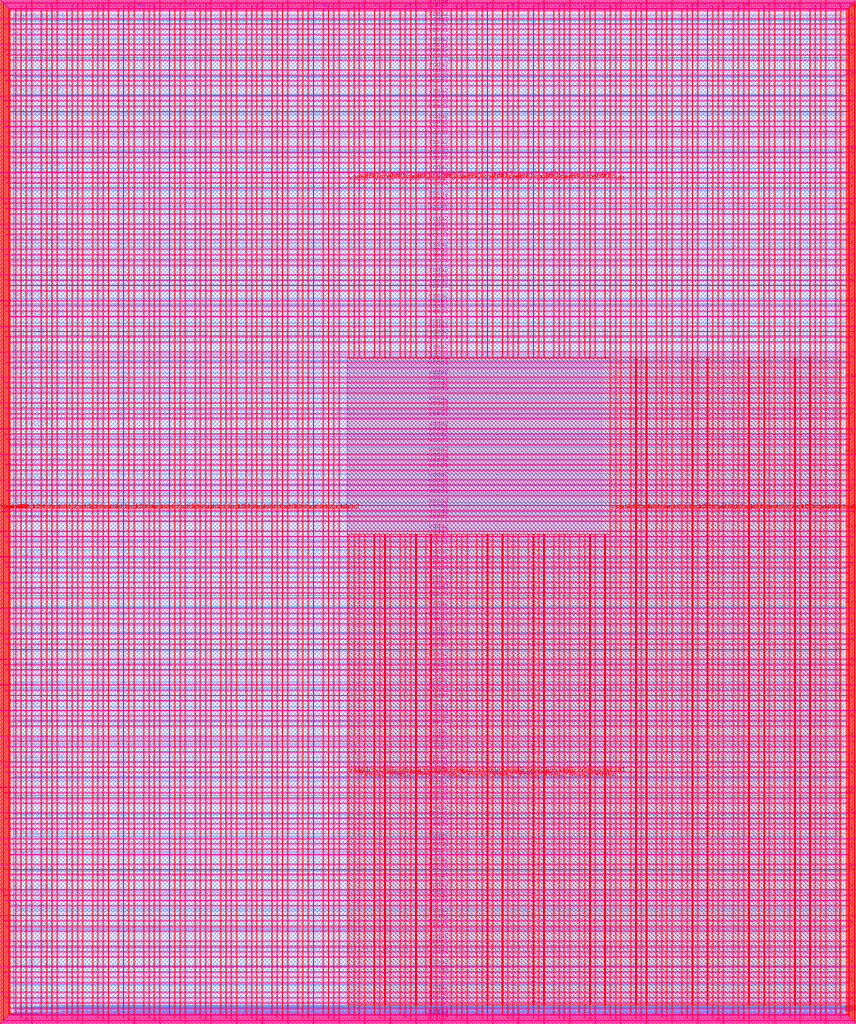
<source format=lef>
VERSION 5.7 ;
  NOWIREEXTENSIONATPIN ON ;
  DIVIDERCHAR "/" ;
  BUSBITCHARS "[]" ;
MACRO user_project_wrapper
  CLASS BLOCK ;
  FOREIGN user_project_wrapper ;
  ORIGIN 0.000 0.000 ;
  SIZE 2920.000 BY 3520.000 ;
  PIN analog_io[0]
    DIRECTION INOUT ;
    USE SIGNAL ;
    PORT
      LAYER met3 ;
        RECT 2917.600 1426.380 2924.800 1427.580 ;
    END
  END analog_io[0]
  PIN analog_io[10]
    DIRECTION INOUT ;
    USE SIGNAL ;
    PORT
      LAYER met2 ;
        RECT 2230.490 3517.600 2231.050 3524.800 ;
    END
  END analog_io[10]
  PIN analog_io[11]
    DIRECTION INOUT ;
    USE SIGNAL ;
    PORT
      LAYER met2 ;
        RECT 1905.730 3517.600 1906.290 3524.800 ;
    END
  END analog_io[11]
  PIN analog_io[12]
    DIRECTION INOUT ;
    USE SIGNAL ;
    PORT
      LAYER met2 ;
        RECT 1581.430 3517.600 1581.990 3524.800 ;
    END
  END analog_io[12]
  PIN analog_io[13]
    DIRECTION INOUT ;
    USE SIGNAL ;
    PORT
      LAYER met2 ;
        RECT 1257.130 3517.600 1257.690 3524.800 ;
    END
  END analog_io[13]
  PIN analog_io[14]
    DIRECTION INOUT ;
    USE SIGNAL ;
    PORT
      LAYER met2 ;
        RECT 932.370 3517.600 932.930 3524.800 ;
    END
  END analog_io[14]
  PIN analog_io[15]
    DIRECTION INOUT ;
    USE SIGNAL ;
    PORT
      LAYER met2 ;
        RECT 608.070 3517.600 608.630 3524.800 ;
    END
  END analog_io[15]
  PIN analog_io[16]
    DIRECTION INOUT ;
    USE SIGNAL ;
    PORT
      LAYER met2 ;
        RECT 283.770 3517.600 284.330 3524.800 ;
    END
  END analog_io[16]
  PIN analog_io[17]
    DIRECTION INOUT ;
    USE SIGNAL ;
    PORT
      LAYER met3 ;
        RECT -4.800 3486.100 2.400 3487.300 ;
    END
  END analog_io[17]
  PIN analog_io[18]
    DIRECTION INOUT ;
    USE SIGNAL ;
    PORT
      LAYER met3 ;
        RECT -4.800 3224.980 2.400 3226.180 ;
    END
  END analog_io[18]
  PIN analog_io[19]
    DIRECTION INOUT ;
    USE SIGNAL ;
    PORT
      LAYER met3 ;
        RECT -4.800 2964.540 2.400 2965.740 ;
    END
  END analog_io[19]
  PIN analog_io[1]
    DIRECTION INOUT ;
    USE SIGNAL ;
    PORT
      LAYER met3 ;
        RECT 2917.600 1692.260 2924.800 1693.460 ;
    END
  END analog_io[1]
  PIN analog_io[20]
    DIRECTION INOUT ;
    USE SIGNAL ;
    PORT
      LAYER met3 ;
        RECT -4.800 2703.420 2.400 2704.620 ;
    END
  END analog_io[20]
  PIN analog_io[21]
    DIRECTION INOUT ;
    USE SIGNAL ;
    PORT
      LAYER met3 ;
        RECT -4.800 2442.980 2.400 2444.180 ;
    END
  END analog_io[21]
  PIN analog_io[22]
    DIRECTION INOUT ;
    USE SIGNAL ;
    PORT
      LAYER met3 ;
        RECT -4.800 2182.540 2.400 2183.740 ;
    END
  END analog_io[22]
  PIN analog_io[23]
    DIRECTION INOUT ;
    USE SIGNAL ;
    PORT
      LAYER met3 ;
        RECT -4.800 1921.420 2.400 1922.620 ;
    END
  END analog_io[23]
  PIN analog_io[24]
    DIRECTION INOUT ;
    USE SIGNAL ;
    PORT
      LAYER met3 ;
        RECT -4.800 1660.980 2.400 1662.180 ;
    END
  END analog_io[24]
  PIN analog_io[25]
    DIRECTION INOUT ;
    USE SIGNAL ;
    PORT
      LAYER met3 ;
        RECT -4.800 1399.860 2.400 1401.060 ;
    END
  END analog_io[25]
  PIN analog_io[26]
    DIRECTION INOUT ;
    USE SIGNAL ;
    PORT
      LAYER met3 ;
        RECT -4.800 1139.420 2.400 1140.620 ;
    END
  END analog_io[26]
  PIN analog_io[27]
    DIRECTION INOUT ;
    USE SIGNAL ;
    PORT
      LAYER met3 ;
        RECT -4.800 878.980 2.400 880.180 ;
    END
  END analog_io[27]
  PIN analog_io[28]
    DIRECTION INOUT ;
    USE SIGNAL ;
    PORT
      LAYER met3 ;
        RECT -4.800 617.860 2.400 619.060 ;
    END
  END analog_io[28]
  PIN analog_io[2]
    DIRECTION INOUT ;
    USE SIGNAL ;
    PORT
      LAYER met3 ;
        RECT 2917.600 1958.140 2924.800 1959.340 ;
    END
  END analog_io[2]
  PIN analog_io[3]
    DIRECTION INOUT ;
    USE SIGNAL ;
    PORT
      LAYER met3 ;
        RECT 2917.600 2223.340 2924.800 2224.540 ;
    END
  END analog_io[3]
  PIN analog_io[4]
    DIRECTION INOUT ;
    USE SIGNAL ;
    PORT
      LAYER met3 ;
        RECT 2917.600 2489.220 2924.800 2490.420 ;
    END
  END analog_io[4]
  PIN analog_io[5]
    DIRECTION INOUT ;
    USE SIGNAL ;
    PORT
      LAYER met3 ;
        RECT 2917.600 2755.100 2924.800 2756.300 ;
    END
  END analog_io[5]
  PIN analog_io[6]
    DIRECTION INOUT ;
    USE SIGNAL ;
    PORT
      LAYER met3 ;
        RECT 2917.600 3020.300 2924.800 3021.500 ;
    END
  END analog_io[6]
  PIN analog_io[7]
    DIRECTION INOUT ;
    USE SIGNAL ;
    PORT
      LAYER met3 ;
        RECT 2917.600 3286.180 2924.800 3287.380 ;
    END
  END analog_io[7]
  PIN analog_io[8]
    DIRECTION INOUT ;
    USE SIGNAL ;
    PORT
      LAYER met2 ;
        RECT 2879.090 3517.600 2879.650 3524.800 ;
    END
  END analog_io[8]
  PIN analog_io[9]
    DIRECTION INOUT ;
    USE SIGNAL ;
    PORT
      LAYER met2 ;
        RECT 2554.790 3517.600 2555.350 3524.800 ;
    END
  END analog_io[9]
  PIN io_in[0]
    DIRECTION INPUT ;
    USE SIGNAL ;
    PORT
      LAYER met3 ;
        RECT 2917.600 32.380 2924.800 33.580 ;
    END
  END io_in[0]
  PIN io_in[10]
    DIRECTION INPUT ;
    USE SIGNAL ;
    PORT
      LAYER met3 ;
        RECT 2917.600 2289.980 2924.800 2291.180 ;
    END
  END io_in[10]
  PIN io_in[11]
    DIRECTION INPUT ;
    USE SIGNAL ;
    PORT
      LAYER met3 ;
        RECT 2917.600 2555.860 2924.800 2557.060 ;
    END
  END io_in[11]
  PIN io_in[12]
    DIRECTION INPUT ;
    USE SIGNAL ;
    PORT
      LAYER met3 ;
        RECT 2917.600 2821.060 2924.800 2822.260 ;
    END
  END io_in[12]
  PIN io_in[13]
    DIRECTION INPUT ;
    USE SIGNAL ;
    PORT
      LAYER met3 ;
        RECT 2917.600 3086.940 2924.800 3088.140 ;
    END
  END io_in[13]
  PIN io_in[14]
    DIRECTION INPUT ;
    USE SIGNAL ;
    PORT
      LAYER met3 ;
        RECT 2917.600 3352.820 2924.800 3354.020 ;
    END
  END io_in[14]
  PIN io_in[15]
    DIRECTION INPUT ;
    USE SIGNAL ;
    PORT
      LAYER met2 ;
        RECT 2798.130 3517.600 2798.690 3524.800 ;
    END
  END io_in[15]
  PIN io_in[16]
    DIRECTION INPUT ;
    USE SIGNAL ;
    PORT
      LAYER met2 ;
        RECT 2473.830 3517.600 2474.390 3524.800 ;
    END
  END io_in[16]
  PIN io_in[17]
    DIRECTION INPUT ;
    USE SIGNAL ;
    PORT
      LAYER met2 ;
        RECT 2149.070 3517.600 2149.630 3524.800 ;
    END
  END io_in[17]
  PIN io_in[18]
    DIRECTION INPUT ;
    USE SIGNAL ;
    PORT
      LAYER met2 ;
        RECT 1824.770 3517.600 1825.330 3524.800 ;
    END
  END io_in[18]
  PIN io_in[19]
    DIRECTION INPUT ;
    USE SIGNAL ;
    PORT
      LAYER met2 ;
        RECT 1500.470 3517.600 1501.030 3524.800 ;
    END
  END io_in[19]
  PIN io_in[1]
    DIRECTION INPUT ;
    USE SIGNAL ;
    PORT
      LAYER met3 ;
        RECT 2917.600 230.940 2924.800 232.140 ;
    END
  END io_in[1]
  PIN io_in[20]
    DIRECTION INPUT ;
    USE SIGNAL ;
    PORT
      LAYER met2 ;
        RECT 1175.710 3517.600 1176.270 3524.800 ;
    END
  END io_in[20]
  PIN io_in[21]
    DIRECTION INPUT ;
    USE SIGNAL ;
    PORT
      LAYER met2 ;
        RECT 851.410 3517.600 851.970 3524.800 ;
    END
  END io_in[21]
  PIN io_in[22]
    DIRECTION INPUT ;
    USE SIGNAL ;
    PORT
      LAYER met2 ;
        RECT 527.110 3517.600 527.670 3524.800 ;
    END
  END io_in[22]
  PIN io_in[23]
    DIRECTION INPUT ;
    USE SIGNAL ;
    PORT
      LAYER met2 ;
        RECT 202.350 3517.600 202.910 3524.800 ;
    END
  END io_in[23]
  PIN io_in[24]
    DIRECTION INPUT ;
    USE SIGNAL ;
    PORT
      LAYER met3 ;
        RECT -4.800 3420.820 2.400 3422.020 ;
    END
  END io_in[24]
  PIN io_in[25]
    DIRECTION INPUT ;
    USE SIGNAL ;
    PORT
      LAYER met3 ;
        RECT -4.800 3159.700 2.400 3160.900 ;
    END
  END io_in[25]
  PIN io_in[26]
    DIRECTION INPUT ;
    USE SIGNAL ;
    PORT
      LAYER met3 ;
        RECT -4.800 2899.260 2.400 2900.460 ;
    END
  END io_in[26]
  PIN io_in[27]
    DIRECTION INPUT ;
    USE SIGNAL ;
    PORT
      LAYER met3 ;
        RECT -4.800 2638.820 2.400 2640.020 ;
    END
  END io_in[27]
  PIN io_in[28]
    DIRECTION INPUT ;
    USE SIGNAL ;
    PORT
      LAYER met3 ;
        RECT -4.800 2377.700 2.400 2378.900 ;
    END
  END io_in[28]
  PIN io_in[29]
    DIRECTION INPUT ;
    USE SIGNAL ;
    PORT
      LAYER met3 ;
        RECT -4.800 2117.260 2.400 2118.460 ;
    END
  END io_in[29]
  PIN io_in[2]
    DIRECTION INPUT ;
    USE SIGNAL ;
    PORT
      LAYER met3 ;
        RECT 2917.600 430.180 2924.800 431.380 ;
    END
  END io_in[2]
  PIN io_in[30]
    DIRECTION INPUT ;
    USE SIGNAL ;
    PORT
      LAYER met3 ;
        RECT -4.800 1856.140 2.400 1857.340 ;
    END
  END io_in[30]
  PIN io_in[31]
    DIRECTION INPUT ;
    USE SIGNAL ;
    PORT
      LAYER met3 ;
        RECT -4.800 1595.700 2.400 1596.900 ;
    END
  END io_in[31]
  PIN io_in[32]
    DIRECTION INPUT ;
    USE SIGNAL ;
    PORT
      LAYER met3 ;
        RECT -4.800 1335.260 2.400 1336.460 ;
    END
  END io_in[32]
  PIN io_in[33]
    DIRECTION INPUT ;
    USE SIGNAL ;
    PORT
      LAYER met3 ;
        RECT -4.800 1074.140 2.400 1075.340 ;
    END
  END io_in[33]
  PIN io_in[34]
    DIRECTION INPUT ;
    USE SIGNAL ;
    PORT
      LAYER met3 ;
        RECT -4.800 813.700 2.400 814.900 ;
    END
  END io_in[34]
  PIN io_in[35]
    DIRECTION INPUT ;
    USE SIGNAL ;
    PORT
      LAYER met3 ;
        RECT -4.800 552.580 2.400 553.780 ;
    END
  END io_in[35]
  PIN io_in[36]
    DIRECTION INPUT ;
    USE SIGNAL ;
    PORT
      LAYER met3 ;
        RECT -4.800 357.420 2.400 358.620 ;
    END
  END io_in[36]
  PIN io_in[37]
    DIRECTION INPUT ;
    USE SIGNAL ;
    PORT
      LAYER met3 ;
        RECT -4.800 161.580 2.400 162.780 ;
    END
  END io_in[37]
  PIN io_in[3]
    DIRECTION INPUT ;
    USE SIGNAL ;
    PORT
      LAYER met3 ;
        RECT 2917.600 629.420 2924.800 630.620 ;
    END
  END io_in[3]
  PIN io_in[4]
    DIRECTION INPUT ;
    USE SIGNAL ;
    PORT
      LAYER met3 ;
        RECT 2917.600 828.660 2924.800 829.860 ;
    END
  END io_in[4]
  PIN io_in[5]
    DIRECTION INPUT ;
    USE SIGNAL ;
    PORT
      LAYER met3 ;
        RECT 2917.600 1027.900 2924.800 1029.100 ;
    END
  END io_in[5]
  PIN io_in[6]
    DIRECTION INPUT ;
    USE SIGNAL ;
    PORT
      LAYER met3 ;
        RECT 2917.600 1227.140 2924.800 1228.340 ;
    END
  END io_in[6]
  PIN io_in[7]
    DIRECTION INPUT ;
    USE SIGNAL ;
    PORT
      LAYER met3 ;
        RECT 2917.600 1493.020 2924.800 1494.220 ;
    END
  END io_in[7]
  PIN io_in[8]
    DIRECTION INPUT ;
    USE SIGNAL ;
    PORT
      LAYER met3 ;
        RECT 2917.600 1758.900 2924.800 1760.100 ;
    END
  END io_in[8]
  PIN io_in[9]
    DIRECTION INPUT ;
    USE SIGNAL ;
    PORT
      LAYER met3 ;
        RECT 2917.600 2024.100 2924.800 2025.300 ;
    END
  END io_in[9]
  PIN io_oeb[0]
    DIRECTION OUTPUT TRISTATE ;
    USE SIGNAL ;
    PORT
      LAYER met3 ;
        RECT 2917.600 164.980 2924.800 166.180 ;
    END
  END io_oeb[0]
  PIN io_oeb[10]
    DIRECTION OUTPUT TRISTATE ;
    USE SIGNAL ;
    PORT
      LAYER met3 ;
        RECT 2917.600 2422.580 2924.800 2423.780 ;
    END
  END io_oeb[10]
  PIN io_oeb[11]
    DIRECTION OUTPUT TRISTATE ;
    USE SIGNAL ;
    PORT
      LAYER met3 ;
        RECT 2917.600 2688.460 2924.800 2689.660 ;
    END
  END io_oeb[11]
  PIN io_oeb[12]
    DIRECTION OUTPUT TRISTATE ;
    USE SIGNAL ;
    PORT
      LAYER met3 ;
        RECT 2917.600 2954.340 2924.800 2955.540 ;
    END
  END io_oeb[12]
  PIN io_oeb[13]
    DIRECTION OUTPUT TRISTATE ;
    USE SIGNAL ;
    PORT
      LAYER met3 ;
        RECT 2917.600 3219.540 2924.800 3220.740 ;
    END
  END io_oeb[13]
  PIN io_oeb[14]
    DIRECTION OUTPUT TRISTATE ;
    USE SIGNAL ;
    PORT
      LAYER met3 ;
        RECT 2917.600 3485.420 2924.800 3486.620 ;
    END
  END io_oeb[14]
  PIN io_oeb[15]
    DIRECTION OUTPUT TRISTATE ;
    USE SIGNAL ;
    PORT
      LAYER met2 ;
        RECT 2635.750 3517.600 2636.310 3524.800 ;
    END
  END io_oeb[15]
  PIN io_oeb[16]
    DIRECTION OUTPUT TRISTATE ;
    USE SIGNAL ;
    PORT
      LAYER met2 ;
        RECT 2311.450 3517.600 2312.010 3524.800 ;
    END
  END io_oeb[16]
  PIN io_oeb[17]
    DIRECTION OUTPUT TRISTATE ;
    USE SIGNAL ;
    PORT
      LAYER met2 ;
        RECT 1987.150 3517.600 1987.710 3524.800 ;
    END
  END io_oeb[17]
  PIN io_oeb[18]
    DIRECTION OUTPUT TRISTATE ;
    USE SIGNAL ;
    PORT
      LAYER met2 ;
        RECT 1662.390 3517.600 1662.950 3524.800 ;
    END
  END io_oeb[18]
  PIN io_oeb[19]
    DIRECTION OUTPUT TRISTATE ;
    USE SIGNAL ;
    PORT
      LAYER met2 ;
        RECT 1338.090 3517.600 1338.650 3524.800 ;
    END
  END io_oeb[19]
  PIN io_oeb[1]
    DIRECTION OUTPUT TRISTATE ;
    USE SIGNAL ;
    PORT
      LAYER met3 ;
        RECT 2917.600 364.220 2924.800 365.420 ;
    END
  END io_oeb[1]
  PIN io_oeb[20]
    DIRECTION OUTPUT TRISTATE ;
    USE SIGNAL ;
    PORT
      LAYER met2 ;
        RECT 1013.790 3517.600 1014.350 3524.800 ;
    END
  END io_oeb[20]
  PIN io_oeb[21]
    DIRECTION OUTPUT TRISTATE ;
    USE SIGNAL ;
    PORT
      LAYER met2 ;
        RECT 689.030 3517.600 689.590 3524.800 ;
    END
  END io_oeb[21]
  PIN io_oeb[22]
    DIRECTION OUTPUT TRISTATE ;
    USE SIGNAL ;
    PORT
      LAYER met2 ;
        RECT 364.730 3517.600 365.290 3524.800 ;
    END
  END io_oeb[22]
  PIN io_oeb[23]
    DIRECTION OUTPUT TRISTATE ;
    USE SIGNAL ;
    PORT
      LAYER met2 ;
        RECT 40.430 3517.600 40.990 3524.800 ;
    END
  END io_oeb[23]
  PIN io_oeb[24]
    DIRECTION OUTPUT TRISTATE ;
    USE SIGNAL ;
    PORT
      LAYER met3 ;
        RECT -4.800 3290.260 2.400 3291.460 ;
    END
  END io_oeb[24]
  PIN io_oeb[25]
    DIRECTION OUTPUT TRISTATE ;
    USE SIGNAL ;
    PORT
      LAYER met3 ;
        RECT -4.800 3029.820 2.400 3031.020 ;
    END
  END io_oeb[25]
  PIN io_oeb[26]
    DIRECTION OUTPUT TRISTATE ;
    USE SIGNAL ;
    PORT
      LAYER met3 ;
        RECT -4.800 2768.700 2.400 2769.900 ;
    END
  END io_oeb[26]
  PIN io_oeb[27]
    DIRECTION OUTPUT TRISTATE ;
    USE SIGNAL ;
    PORT
      LAYER met3 ;
        RECT -4.800 2508.260 2.400 2509.460 ;
    END
  END io_oeb[27]
  PIN io_oeb[28]
    DIRECTION OUTPUT TRISTATE ;
    USE SIGNAL ;
    PORT
      LAYER met3 ;
        RECT -4.800 2247.140 2.400 2248.340 ;
    END
  END io_oeb[28]
  PIN io_oeb[29]
    DIRECTION OUTPUT TRISTATE ;
    USE SIGNAL ;
    PORT
      LAYER met3 ;
        RECT -4.800 1986.700 2.400 1987.900 ;
    END
  END io_oeb[29]
  PIN io_oeb[2]
    DIRECTION OUTPUT TRISTATE ;
    USE SIGNAL ;
    PORT
      LAYER met3 ;
        RECT 2917.600 563.460 2924.800 564.660 ;
    END
  END io_oeb[2]
  PIN io_oeb[30]
    DIRECTION OUTPUT TRISTATE ;
    USE SIGNAL ;
    PORT
      LAYER met3 ;
        RECT -4.800 1726.260 2.400 1727.460 ;
    END
  END io_oeb[30]
  PIN io_oeb[31]
    DIRECTION OUTPUT TRISTATE ;
    USE SIGNAL ;
    PORT
      LAYER met3 ;
        RECT -4.800 1465.140 2.400 1466.340 ;
    END
  END io_oeb[31]
  PIN io_oeb[32]
    DIRECTION OUTPUT TRISTATE ;
    USE SIGNAL ;
    PORT
      LAYER met3 ;
        RECT -4.800 1204.700 2.400 1205.900 ;
    END
  END io_oeb[32]
  PIN io_oeb[33]
    DIRECTION OUTPUT TRISTATE ;
    USE SIGNAL ;
    PORT
      LAYER met3 ;
        RECT -4.800 943.580 2.400 944.780 ;
    END
  END io_oeb[33]
  PIN io_oeb[34]
    DIRECTION OUTPUT TRISTATE ;
    USE SIGNAL ;
    PORT
      LAYER met3 ;
        RECT -4.800 683.140 2.400 684.340 ;
    END
  END io_oeb[34]
  PIN io_oeb[35]
    DIRECTION OUTPUT TRISTATE ;
    USE SIGNAL ;
    PORT
      LAYER met3 ;
        RECT -4.800 422.700 2.400 423.900 ;
    END
  END io_oeb[35]
  PIN io_oeb[36]
    DIRECTION OUTPUT TRISTATE ;
    USE SIGNAL ;
    PORT
      LAYER met3 ;
        RECT -4.800 226.860 2.400 228.060 ;
    END
  END io_oeb[36]
  PIN io_oeb[37]
    DIRECTION OUTPUT TRISTATE ;
    USE SIGNAL ;
    PORT
      LAYER met3 ;
        RECT -4.800 31.700 2.400 32.900 ;
    END
  END io_oeb[37]
  PIN io_oeb[3]
    DIRECTION OUTPUT TRISTATE ;
    USE SIGNAL ;
    PORT
      LAYER met3 ;
        RECT 2917.600 762.700 2924.800 763.900 ;
    END
  END io_oeb[3]
  PIN io_oeb[4]
    DIRECTION OUTPUT TRISTATE ;
    USE SIGNAL ;
    PORT
      LAYER met3 ;
        RECT 2917.600 961.940 2924.800 963.140 ;
    END
  END io_oeb[4]
  PIN io_oeb[5]
    DIRECTION OUTPUT TRISTATE ;
    USE SIGNAL ;
    PORT
      LAYER met3 ;
        RECT 2917.600 1161.180 2924.800 1162.380 ;
    END
  END io_oeb[5]
  PIN io_oeb[6]
    DIRECTION OUTPUT TRISTATE ;
    USE SIGNAL ;
    PORT
      LAYER met3 ;
        RECT 2917.600 1360.420 2924.800 1361.620 ;
    END
  END io_oeb[6]
  PIN io_oeb[7]
    DIRECTION OUTPUT TRISTATE ;
    USE SIGNAL ;
    PORT
      LAYER met3 ;
        RECT 2917.600 1625.620 2924.800 1626.820 ;
    END
  END io_oeb[7]
  PIN io_oeb[8]
    DIRECTION OUTPUT TRISTATE ;
    USE SIGNAL ;
    PORT
      LAYER met3 ;
        RECT 2917.600 1891.500 2924.800 1892.700 ;
    END
  END io_oeb[8]
  PIN io_oeb[9]
    DIRECTION OUTPUT TRISTATE ;
    USE SIGNAL ;
    PORT
      LAYER met3 ;
        RECT 2917.600 2157.380 2924.800 2158.580 ;
    END
  END io_oeb[9]
  PIN io_out[0]
    DIRECTION OUTPUT TRISTATE ;
    USE SIGNAL ;
    PORT
      LAYER met3 ;
        RECT 2917.600 98.340 2924.800 99.540 ;
    END
  END io_out[0]
  PIN io_out[10]
    DIRECTION OUTPUT TRISTATE ;
    USE SIGNAL ;
    PORT
      LAYER met3 ;
        RECT 2917.600 2356.620 2924.800 2357.820 ;
    END
  END io_out[10]
  PIN io_out[11]
    DIRECTION OUTPUT TRISTATE ;
    USE SIGNAL ;
    PORT
      LAYER met3 ;
        RECT 2917.600 2621.820 2924.800 2623.020 ;
    END
  END io_out[11]
  PIN io_out[12]
    DIRECTION OUTPUT TRISTATE ;
    USE SIGNAL ;
    PORT
      LAYER met3 ;
        RECT 2917.600 2887.700 2924.800 2888.900 ;
    END
  END io_out[12]
  PIN io_out[13]
    DIRECTION OUTPUT TRISTATE ;
    USE SIGNAL ;
    PORT
      LAYER met3 ;
        RECT 2917.600 3153.580 2924.800 3154.780 ;
    END
  END io_out[13]
  PIN io_out[14]
    DIRECTION OUTPUT TRISTATE ;
    USE SIGNAL ;
    PORT
      LAYER met3 ;
        RECT 2917.600 3418.780 2924.800 3419.980 ;
    END
  END io_out[14]
  PIN io_out[15]
    DIRECTION OUTPUT TRISTATE ;
    USE SIGNAL ;
    PORT
      LAYER met2 ;
        RECT 2717.170 3517.600 2717.730 3524.800 ;
    END
  END io_out[15]
  PIN io_out[16]
    DIRECTION OUTPUT TRISTATE ;
    USE SIGNAL ;
    PORT
      LAYER met2 ;
        RECT 2392.410 3517.600 2392.970 3524.800 ;
    END
  END io_out[16]
  PIN io_out[17]
    DIRECTION OUTPUT TRISTATE ;
    USE SIGNAL ;
    PORT
      LAYER met2 ;
        RECT 2068.110 3517.600 2068.670 3524.800 ;
    END
  END io_out[17]
  PIN io_out[18]
    DIRECTION OUTPUT TRISTATE ;
    USE SIGNAL ;
    PORT
      LAYER met2 ;
        RECT 1743.810 3517.600 1744.370 3524.800 ;
    END
  END io_out[18]
  PIN io_out[19]
    DIRECTION OUTPUT TRISTATE ;
    USE SIGNAL ;
    PORT
      LAYER met2 ;
        RECT 1419.050 3517.600 1419.610 3524.800 ;
    END
  END io_out[19]
  PIN io_out[1]
    DIRECTION OUTPUT TRISTATE ;
    USE SIGNAL ;
    PORT
      LAYER met3 ;
        RECT 2917.600 297.580 2924.800 298.780 ;
    END
  END io_out[1]
  PIN io_out[20]
    DIRECTION OUTPUT TRISTATE ;
    USE SIGNAL ;
    PORT
      LAYER met2 ;
        RECT 1094.750 3517.600 1095.310 3524.800 ;
    END
  END io_out[20]
  PIN io_out[21]
    DIRECTION OUTPUT TRISTATE ;
    USE SIGNAL ;
    PORT
      LAYER met2 ;
        RECT 770.450 3517.600 771.010 3524.800 ;
    END
  END io_out[21]
  PIN io_out[22]
    DIRECTION OUTPUT TRISTATE ;
    USE SIGNAL ;
    PORT
      LAYER met2 ;
        RECT 445.690 3517.600 446.250 3524.800 ;
    END
  END io_out[22]
  PIN io_out[23]
    DIRECTION OUTPUT TRISTATE ;
    USE SIGNAL ;
    PORT
      LAYER met2 ;
        RECT 121.390 3517.600 121.950 3524.800 ;
    END
  END io_out[23]
  PIN io_out[24]
    DIRECTION OUTPUT TRISTATE ;
    USE SIGNAL ;
    PORT
      LAYER met3 ;
        RECT -4.800 3355.540 2.400 3356.740 ;
    END
  END io_out[24]
  PIN io_out[25]
    DIRECTION OUTPUT TRISTATE ;
    USE SIGNAL ;
    PORT
      LAYER met3 ;
        RECT -4.800 3095.100 2.400 3096.300 ;
    END
  END io_out[25]
  PIN io_out[26]
    DIRECTION OUTPUT TRISTATE ;
    USE SIGNAL ;
    PORT
      LAYER met3 ;
        RECT -4.800 2833.980 2.400 2835.180 ;
    END
  END io_out[26]
  PIN io_out[27]
    DIRECTION OUTPUT TRISTATE ;
    USE SIGNAL ;
    PORT
      LAYER met3 ;
        RECT -4.800 2573.540 2.400 2574.740 ;
    END
  END io_out[27]
  PIN io_out[28]
    DIRECTION OUTPUT TRISTATE ;
    USE SIGNAL ;
    PORT
      LAYER met3 ;
        RECT -4.800 2312.420 2.400 2313.620 ;
    END
  END io_out[28]
  PIN io_out[29]
    DIRECTION OUTPUT TRISTATE ;
    USE SIGNAL ;
    PORT
      LAYER met3 ;
        RECT -4.800 2051.980 2.400 2053.180 ;
    END
  END io_out[29]
  PIN io_out[2]
    DIRECTION OUTPUT TRISTATE ;
    USE SIGNAL ;
    PORT
      LAYER met3 ;
        RECT 2917.600 496.820 2924.800 498.020 ;
    END
  END io_out[2]
  PIN io_out[30]
    DIRECTION OUTPUT TRISTATE ;
    USE SIGNAL ;
    PORT
      LAYER met3 ;
        RECT -4.800 1791.540 2.400 1792.740 ;
    END
  END io_out[30]
  PIN io_out[31]
    DIRECTION OUTPUT TRISTATE ;
    USE SIGNAL ;
    PORT
      LAYER met3 ;
        RECT -4.800 1530.420 2.400 1531.620 ;
    END
  END io_out[31]
  PIN io_out[32]
    DIRECTION OUTPUT TRISTATE ;
    USE SIGNAL ;
    PORT
      LAYER met3 ;
        RECT -4.800 1269.980 2.400 1271.180 ;
    END
  END io_out[32]
  PIN io_out[33]
    DIRECTION OUTPUT TRISTATE ;
    USE SIGNAL ;
    PORT
      LAYER met3 ;
        RECT -4.800 1008.860 2.400 1010.060 ;
    END
  END io_out[33]
  PIN io_out[34]
    DIRECTION OUTPUT TRISTATE ;
    USE SIGNAL ;
    PORT
      LAYER met3 ;
        RECT -4.800 748.420 2.400 749.620 ;
    END
  END io_out[34]
  PIN io_out[35]
    DIRECTION OUTPUT TRISTATE ;
    USE SIGNAL ;
    PORT
      LAYER met3 ;
        RECT -4.800 487.300 2.400 488.500 ;
    END
  END io_out[35]
  PIN io_out[36]
    DIRECTION OUTPUT TRISTATE ;
    USE SIGNAL ;
    PORT
      LAYER met3 ;
        RECT -4.800 292.140 2.400 293.340 ;
    END
  END io_out[36]
  PIN io_out[37]
    DIRECTION OUTPUT TRISTATE ;
    USE SIGNAL ;
    PORT
      LAYER met3 ;
        RECT -4.800 96.300 2.400 97.500 ;
    END
  END io_out[37]
  PIN io_out[3]
    DIRECTION OUTPUT TRISTATE ;
    USE SIGNAL ;
    PORT
      LAYER met3 ;
        RECT 2917.600 696.060 2924.800 697.260 ;
    END
  END io_out[3]
  PIN io_out[4]
    DIRECTION OUTPUT TRISTATE ;
    USE SIGNAL ;
    PORT
      LAYER met3 ;
        RECT 2917.600 895.300 2924.800 896.500 ;
    END
  END io_out[4]
  PIN io_out[5]
    DIRECTION OUTPUT TRISTATE ;
    USE SIGNAL ;
    PORT
      LAYER met3 ;
        RECT 2917.600 1094.540 2924.800 1095.740 ;
    END
  END io_out[5]
  PIN io_out[6]
    DIRECTION OUTPUT TRISTATE ;
    USE SIGNAL ;
    PORT
      LAYER met3 ;
        RECT 2917.600 1293.780 2924.800 1294.980 ;
    END
  END io_out[6]
  PIN io_out[7]
    DIRECTION OUTPUT TRISTATE ;
    USE SIGNAL ;
    PORT
      LAYER met3 ;
        RECT 2917.600 1559.660 2924.800 1560.860 ;
    END
  END io_out[7]
  PIN io_out[8]
    DIRECTION OUTPUT TRISTATE ;
    USE SIGNAL ;
    PORT
      LAYER met3 ;
        RECT 2917.600 1824.860 2924.800 1826.060 ;
    END
  END io_out[8]
  PIN io_out[9]
    DIRECTION OUTPUT TRISTATE ;
    USE SIGNAL ;
    PORT
      LAYER met3 ;
        RECT 2917.600 2090.740 2924.800 2091.940 ;
    END
  END io_out[9]
  PIN la_data_in[0]
    DIRECTION INPUT ;
    USE SIGNAL ;
    PORT
      LAYER met2 ;
        RECT 629.230 -4.800 629.790 2.400 ;
    END
  END la_data_in[0]
  PIN la_data_in[100]
    DIRECTION INPUT ;
    USE SIGNAL ;
    PORT
      LAYER met2 ;
        RECT 2402.530 -4.800 2403.090 2.400 ;
    END
  END la_data_in[100]
  PIN la_data_in[101]
    DIRECTION INPUT ;
    USE SIGNAL ;
    PORT
      LAYER met2 ;
        RECT 2420.010 -4.800 2420.570 2.400 ;
    END
  END la_data_in[101]
  PIN la_data_in[102]
    DIRECTION INPUT ;
    USE SIGNAL ;
    PORT
      LAYER met2 ;
        RECT 2437.950 -4.800 2438.510 2.400 ;
    END
  END la_data_in[102]
  PIN la_data_in[103]
    DIRECTION INPUT ;
    USE SIGNAL ;
    PORT
      LAYER met2 ;
        RECT 2455.430 -4.800 2455.990 2.400 ;
    END
  END la_data_in[103]
  PIN la_data_in[104]
    DIRECTION INPUT ;
    USE SIGNAL ;
    PORT
      LAYER met2 ;
        RECT 2473.370 -4.800 2473.930 2.400 ;
    END
  END la_data_in[104]
  PIN la_data_in[105]
    DIRECTION INPUT ;
    USE SIGNAL ;
    PORT
      LAYER met2 ;
        RECT 2490.850 -4.800 2491.410 2.400 ;
    END
  END la_data_in[105]
  PIN la_data_in[106]
    DIRECTION INPUT ;
    USE SIGNAL ;
    PORT
      LAYER met2 ;
        RECT 2508.790 -4.800 2509.350 2.400 ;
    END
  END la_data_in[106]
  PIN la_data_in[107]
    DIRECTION INPUT ;
    USE SIGNAL ;
    PORT
      LAYER met2 ;
        RECT 2526.730 -4.800 2527.290 2.400 ;
    END
  END la_data_in[107]
  PIN la_data_in[108]
    DIRECTION INPUT ;
    USE SIGNAL ;
    PORT
      LAYER met2 ;
        RECT 2544.210 -4.800 2544.770 2.400 ;
    END
  END la_data_in[108]
  PIN la_data_in[109]
    DIRECTION INPUT ;
    USE SIGNAL ;
    PORT
      LAYER met2 ;
        RECT 2562.150 -4.800 2562.710 2.400 ;
    END
  END la_data_in[109]
  PIN la_data_in[10]
    DIRECTION INPUT ;
    USE SIGNAL ;
    PORT
      LAYER met2 ;
        RECT 806.330 -4.800 806.890 2.400 ;
    END
  END la_data_in[10]
  PIN la_data_in[110]
    DIRECTION INPUT ;
    USE SIGNAL ;
    PORT
      LAYER met2 ;
        RECT 2579.630 -4.800 2580.190 2.400 ;
    END
  END la_data_in[110]
  PIN la_data_in[111]
    DIRECTION INPUT ;
    USE SIGNAL ;
    PORT
      LAYER met2 ;
        RECT 2597.570 -4.800 2598.130 2.400 ;
    END
  END la_data_in[111]
  PIN la_data_in[112]
    DIRECTION INPUT ;
    USE SIGNAL ;
    PORT
      LAYER met2 ;
        RECT 2615.050 -4.800 2615.610 2.400 ;
    END
  END la_data_in[112]
  PIN la_data_in[113]
    DIRECTION INPUT ;
    USE SIGNAL ;
    PORT
      LAYER met2 ;
        RECT 2632.990 -4.800 2633.550 2.400 ;
    END
  END la_data_in[113]
  PIN la_data_in[114]
    DIRECTION INPUT ;
    USE SIGNAL ;
    PORT
      LAYER met2 ;
        RECT 2650.470 -4.800 2651.030 2.400 ;
    END
  END la_data_in[114]
  PIN la_data_in[115]
    DIRECTION INPUT ;
    USE SIGNAL ;
    PORT
      LAYER met2 ;
        RECT 2668.410 -4.800 2668.970 2.400 ;
    END
  END la_data_in[115]
  PIN la_data_in[116]
    DIRECTION INPUT ;
    USE SIGNAL ;
    PORT
      LAYER met2 ;
        RECT 2685.890 -4.800 2686.450 2.400 ;
    END
  END la_data_in[116]
  PIN la_data_in[117]
    DIRECTION INPUT ;
    USE SIGNAL ;
    PORT
      LAYER met2 ;
        RECT 2703.830 -4.800 2704.390 2.400 ;
    END
  END la_data_in[117]
  PIN la_data_in[118]
    DIRECTION INPUT ;
    USE SIGNAL ;
    PORT
      LAYER met2 ;
        RECT 2721.770 -4.800 2722.330 2.400 ;
    END
  END la_data_in[118]
  PIN la_data_in[119]
    DIRECTION INPUT ;
    USE SIGNAL ;
    PORT
      LAYER met2 ;
        RECT 2739.250 -4.800 2739.810 2.400 ;
    END
  END la_data_in[119]
  PIN la_data_in[11]
    DIRECTION INPUT ;
    USE SIGNAL ;
    PORT
      LAYER met2 ;
        RECT 824.270 -4.800 824.830 2.400 ;
    END
  END la_data_in[11]
  PIN la_data_in[120]
    DIRECTION INPUT ;
    USE SIGNAL ;
    PORT
      LAYER met2 ;
        RECT 2757.190 -4.800 2757.750 2.400 ;
    END
  END la_data_in[120]
  PIN la_data_in[121]
    DIRECTION INPUT ;
    USE SIGNAL ;
    PORT
      LAYER met2 ;
        RECT 2774.670 -4.800 2775.230 2.400 ;
    END
  END la_data_in[121]
  PIN la_data_in[122]
    DIRECTION INPUT ;
    USE SIGNAL ;
    PORT
      LAYER met2 ;
        RECT 2792.610 -4.800 2793.170 2.400 ;
    END
  END la_data_in[122]
  PIN la_data_in[123]
    DIRECTION INPUT ;
    USE SIGNAL ;
    PORT
      LAYER met2 ;
        RECT 2810.090 -4.800 2810.650 2.400 ;
    END
  END la_data_in[123]
  PIN la_data_in[124]
    DIRECTION INPUT ;
    USE SIGNAL ;
    PORT
      LAYER met2 ;
        RECT 2828.030 -4.800 2828.590 2.400 ;
    END
  END la_data_in[124]
  PIN la_data_in[125]
    DIRECTION INPUT ;
    USE SIGNAL ;
    PORT
      LAYER met2 ;
        RECT 2845.510 -4.800 2846.070 2.400 ;
    END
  END la_data_in[125]
  PIN la_data_in[126]
    DIRECTION INPUT ;
    USE SIGNAL ;
    PORT
      LAYER met2 ;
        RECT 2863.450 -4.800 2864.010 2.400 ;
    END
  END la_data_in[126]
  PIN la_data_in[127]
    DIRECTION INPUT ;
    USE SIGNAL ;
    PORT
      LAYER met2 ;
        RECT 2881.390 -4.800 2881.950 2.400 ;
    END
  END la_data_in[127]
  PIN la_data_in[12]
    DIRECTION INPUT ;
    USE SIGNAL ;
    PORT
      LAYER met2 ;
        RECT 841.750 -4.800 842.310 2.400 ;
    END
  END la_data_in[12]
  PIN la_data_in[13]
    DIRECTION INPUT ;
    USE SIGNAL ;
    PORT
      LAYER met2 ;
        RECT 859.690 -4.800 860.250 2.400 ;
    END
  END la_data_in[13]
  PIN la_data_in[14]
    DIRECTION INPUT ;
    USE SIGNAL ;
    PORT
      LAYER met2 ;
        RECT 877.170 -4.800 877.730 2.400 ;
    END
  END la_data_in[14]
  PIN la_data_in[15]
    DIRECTION INPUT ;
    USE SIGNAL ;
    PORT
      LAYER met2 ;
        RECT 895.110 -4.800 895.670 2.400 ;
    END
  END la_data_in[15]
  PIN la_data_in[16]
    DIRECTION INPUT ;
    USE SIGNAL ;
    PORT
      LAYER met2 ;
        RECT 912.590 -4.800 913.150 2.400 ;
    END
  END la_data_in[16]
  PIN la_data_in[17]
    DIRECTION INPUT ;
    USE SIGNAL ;
    PORT
      LAYER met2 ;
        RECT 930.530 -4.800 931.090 2.400 ;
    END
  END la_data_in[17]
  PIN la_data_in[18]
    DIRECTION INPUT ;
    USE SIGNAL ;
    PORT
      LAYER met2 ;
        RECT 948.470 -4.800 949.030 2.400 ;
    END
  END la_data_in[18]
  PIN la_data_in[19]
    DIRECTION INPUT ;
    USE SIGNAL ;
    PORT
      LAYER met2 ;
        RECT 965.950 -4.800 966.510 2.400 ;
    END
  END la_data_in[19]
  PIN la_data_in[1]
    DIRECTION INPUT ;
    USE SIGNAL ;
    PORT
      LAYER met2 ;
        RECT 646.710 -4.800 647.270 2.400 ;
    END
  END la_data_in[1]
  PIN la_data_in[20]
    DIRECTION INPUT ;
    USE SIGNAL ;
    PORT
      LAYER met2 ;
        RECT 983.890 -4.800 984.450 2.400 ;
    END
  END la_data_in[20]
  PIN la_data_in[21]
    DIRECTION INPUT ;
    USE SIGNAL ;
    PORT
      LAYER met2 ;
        RECT 1001.370 -4.800 1001.930 2.400 ;
    END
  END la_data_in[21]
  PIN la_data_in[22]
    DIRECTION INPUT ;
    USE SIGNAL ;
    PORT
      LAYER met2 ;
        RECT 1019.310 -4.800 1019.870 2.400 ;
    END
  END la_data_in[22]
  PIN la_data_in[23]
    DIRECTION INPUT ;
    USE SIGNAL ;
    PORT
      LAYER met2 ;
        RECT 1036.790 -4.800 1037.350 2.400 ;
    END
  END la_data_in[23]
  PIN la_data_in[24]
    DIRECTION INPUT ;
    USE SIGNAL ;
    PORT
      LAYER met2 ;
        RECT 1054.730 -4.800 1055.290 2.400 ;
    END
  END la_data_in[24]
  PIN la_data_in[25]
    DIRECTION INPUT ;
    USE SIGNAL ;
    PORT
      LAYER met2 ;
        RECT 1072.210 -4.800 1072.770 2.400 ;
    END
  END la_data_in[25]
  PIN la_data_in[26]
    DIRECTION INPUT ;
    USE SIGNAL ;
    PORT
      LAYER met2 ;
        RECT 1090.150 -4.800 1090.710 2.400 ;
    END
  END la_data_in[26]
  PIN la_data_in[27]
    DIRECTION INPUT ;
    USE SIGNAL ;
    PORT
      LAYER met2 ;
        RECT 1107.630 -4.800 1108.190 2.400 ;
    END
  END la_data_in[27]
  PIN la_data_in[28]
    DIRECTION INPUT ;
    USE SIGNAL ;
    PORT
      LAYER met2 ;
        RECT 1125.570 -4.800 1126.130 2.400 ;
    END
  END la_data_in[28]
  PIN la_data_in[29]
    DIRECTION INPUT ;
    USE SIGNAL ;
    PORT
      LAYER met2 ;
        RECT 1143.510 -4.800 1144.070 2.400 ;
    END
  END la_data_in[29]
  PIN la_data_in[2]
    DIRECTION INPUT ;
    USE SIGNAL ;
    PORT
      LAYER met2 ;
        RECT 664.650 -4.800 665.210 2.400 ;
    END
  END la_data_in[2]
  PIN la_data_in[30]
    DIRECTION INPUT ;
    USE SIGNAL ;
    PORT
      LAYER met2 ;
        RECT 1160.990 -4.800 1161.550 2.400 ;
    END
  END la_data_in[30]
  PIN la_data_in[31]
    DIRECTION INPUT ;
    USE SIGNAL ;
    PORT
      LAYER met2 ;
        RECT 1178.930 -4.800 1179.490 2.400 ;
    END
  END la_data_in[31]
  PIN la_data_in[32]
    DIRECTION INPUT ;
    USE SIGNAL ;
    PORT
      LAYER met2 ;
        RECT 1196.410 -4.800 1196.970 2.400 ;
    END
  END la_data_in[32]
  PIN la_data_in[33]
    DIRECTION INPUT ;
    USE SIGNAL ;
    PORT
      LAYER met2 ;
        RECT 1214.350 -4.800 1214.910 2.400 ;
    END
  END la_data_in[33]
  PIN la_data_in[34]
    DIRECTION INPUT ;
    USE SIGNAL ;
    PORT
      LAYER met2 ;
        RECT 1231.830 -4.800 1232.390 2.400 ;
    END
  END la_data_in[34]
  PIN la_data_in[35]
    DIRECTION INPUT ;
    USE SIGNAL ;
    PORT
      LAYER met2 ;
        RECT 1249.770 -4.800 1250.330 2.400 ;
    END
  END la_data_in[35]
  PIN la_data_in[36]
    DIRECTION INPUT ;
    USE SIGNAL ;
    PORT
      LAYER met2 ;
        RECT 1267.250 -4.800 1267.810 2.400 ;
    END
  END la_data_in[36]
  PIN la_data_in[37]
    DIRECTION INPUT ;
    USE SIGNAL ;
    PORT
      LAYER met2 ;
        RECT 1285.190 -4.800 1285.750 2.400 ;
    END
  END la_data_in[37]
  PIN la_data_in[38]
    DIRECTION INPUT ;
    USE SIGNAL ;
    PORT
      LAYER met2 ;
        RECT 1303.130 -4.800 1303.690 2.400 ;
    END
  END la_data_in[38]
  PIN la_data_in[39]
    DIRECTION INPUT ;
    USE SIGNAL ;
    PORT
      LAYER met2 ;
        RECT 1320.610 -4.800 1321.170 2.400 ;
    END
  END la_data_in[39]
  PIN la_data_in[3]
    DIRECTION INPUT ;
    USE SIGNAL ;
    PORT
      LAYER met2 ;
        RECT 682.130 -4.800 682.690 2.400 ;
    END
  END la_data_in[3]
  PIN la_data_in[40]
    DIRECTION INPUT ;
    USE SIGNAL ;
    PORT
      LAYER met2 ;
        RECT 1338.550 -4.800 1339.110 2.400 ;
    END
  END la_data_in[40]
  PIN la_data_in[41]
    DIRECTION INPUT ;
    USE SIGNAL ;
    PORT
      LAYER met2 ;
        RECT 1356.030 -4.800 1356.590 2.400 ;
    END
  END la_data_in[41]
  PIN la_data_in[42]
    DIRECTION INPUT ;
    USE SIGNAL ;
    PORT
      LAYER met2 ;
        RECT 1373.970 -4.800 1374.530 2.400 ;
    END
  END la_data_in[42]
  PIN la_data_in[43]
    DIRECTION INPUT ;
    USE SIGNAL ;
    PORT
      LAYER met2 ;
        RECT 1391.450 -4.800 1392.010 2.400 ;
    END
  END la_data_in[43]
  PIN la_data_in[44]
    DIRECTION INPUT ;
    USE SIGNAL ;
    PORT
      LAYER met2 ;
        RECT 1409.390 -4.800 1409.950 2.400 ;
    END
  END la_data_in[44]
  PIN la_data_in[45]
    DIRECTION INPUT ;
    USE SIGNAL ;
    PORT
      LAYER met2 ;
        RECT 1426.870 -4.800 1427.430 2.400 ;
    END
  END la_data_in[45]
  PIN la_data_in[46]
    DIRECTION INPUT ;
    USE SIGNAL ;
    PORT
      LAYER met2 ;
        RECT 1444.810 -4.800 1445.370 2.400 ;
    END
  END la_data_in[46]
  PIN la_data_in[47]
    DIRECTION INPUT ;
    USE SIGNAL ;
    PORT
      LAYER met2 ;
        RECT 1462.750 -4.800 1463.310 2.400 ;
    END
  END la_data_in[47]
  PIN la_data_in[48]
    DIRECTION INPUT ;
    USE SIGNAL ;
    PORT
      LAYER met2 ;
        RECT 1480.230 -4.800 1480.790 2.400 ;
    END
  END la_data_in[48]
  PIN la_data_in[49]
    DIRECTION INPUT ;
    USE SIGNAL ;
    PORT
      LAYER met2 ;
        RECT 1498.170 -4.800 1498.730 2.400 ;
    END
  END la_data_in[49]
  PIN la_data_in[4]
    DIRECTION INPUT ;
    USE SIGNAL ;
    PORT
      LAYER met2 ;
        RECT 700.070 -4.800 700.630 2.400 ;
    END
  END la_data_in[4]
  PIN la_data_in[50]
    DIRECTION INPUT ;
    USE SIGNAL ;
    PORT
      LAYER met2 ;
        RECT 1515.650 -4.800 1516.210 2.400 ;
    END
  END la_data_in[50]
  PIN la_data_in[51]
    DIRECTION INPUT ;
    USE SIGNAL ;
    PORT
      LAYER met2 ;
        RECT 1533.590 -4.800 1534.150 2.400 ;
    END
  END la_data_in[51]
  PIN la_data_in[52]
    DIRECTION INPUT ;
    USE SIGNAL ;
    PORT
      LAYER met2 ;
        RECT 1551.070 -4.800 1551.630 2.400 ;
    END
  END la_data_in[52]
  PIN la_data_in[53]
    DIRECTION INPUT ;
    USE SIGNAL ;
    PORT
      LAYER met2 ;
        RECT 1569.010 -4.800 1569.570 2.400 ;
    END
  END la_data_in[53]
  PIN la_data_in[54]
    DIRECTION INPUT ;
    USE SIGNAL ;
    PORT
      LAYER met2 ;
        RECT 1586.490 -4.800 1587.050 2.400 ;
    END
  END la_data_in[54]
  PIN la_data_in[55]
    DIRECTION INPUT ;
    USE SIGNAL ;
    PORT
      LAYER met2 ;
        RECT 1604.430 -4.800 1604.990 2.400 ;
    END
  END la_data_in[55]
  PIN la_data_in[56]
    DIRECTION INPUT ;
    USE SIGNAL ;
    PORT
      LAYER met2 ;
        RECT 1621.910 -4.800 1622.470 2.400 ;
    END
  END la_data_in[56]
  PIN la_data_in[57]
    DIRECTION INPUT ;
    USE SIGNAL ;
    PORT
      LAYER met2 ;
        RECT 1639.850 -4.800 1640.410 2.400 ;
    END
  END la_data_in[57]
  PIN la_data_in[58]
    DIRECTION INPUT ;
    USE SIGNAL ;
    PORT
      LAYER met2 ;
        RECT 1657.790 -4.800 1658.350 2.400 ;
    END
  END la_data_in[58]
  PIN la_data_in[59]
    DIRECTION INPUT ;
    USE SIGNAL ;
    PORT
      LAYER met2 ;
        RECT 1675.270 -4.800 1675.830 2.400 ;
    END
  END la_data_in[59]
  PIN la_data_in[5]
    DIRECTION INPUT ;
    USE SIGNAL ;
    PORT
      LAYER met2 ;
        RECT 717.550 -4.800 718.110 2.400 ;
    END
  END la_data_in[5]
  PIN la_data_in[60]
    DIRECTION INPUT ;
    USE SIGNAL ;
    PORT
      LAYER met2 ;
        RECT 1693.210 -4.800 1693.770 2.400 ;
    END
  END la_data_in[60]
  PIN la_data_in[61]
    DIRECTION INPUT ;
    USE SIGNAL ;
    PORT
      LAYER met2 ;
        RECT 1710.690 -4.800 1711.250 2.400 ;
    END
  END la_data_in[61]
  PIN la_data_in[62]
    DIRECTION INPUT ;
    USE SIGNAL ;
    PORT
      LAYER met2 ;
        RECT 1728.630 -4.800 1729.190 2.400 ;
    END
  END la_data_in[62]
  PIN la_data_in[63]
    DIRECTION INPUT ;
    USE SIGNAL ;
    PORT
      LAYER met2 ;
        RECT 1746.110 -4.800 1746.670 2.400 ;
    END
  END la_data_in[63]
  PIN la_data_in[64]
    DIRECTION INPUT ;
    USE SIGNAL ;
    PORT
      LAYER met2 ;
        RECT 1764.050 -4.800 1764.610 2.400 ;
    END
  END la_data_in[64]
  PIN la_data_in[65]
    DIRECTION INPUT ;
    USE SIGNAL ;
    PORT
      LAYER met2 ;
        RECT 1781.530 -4.800 1782.090 2.400 ;
    END
  END la_data_in[65]
  PIN la_data_in[66]
    DIRECTION INPUT ;
    USE SIGNAL ;
    PORT
      LAYER met2 ;
        RECT 1799.470 -4.800 1800.030 2.400 ;
    END
  END la_data_in[66]
  PIN la_data_in[67]
    DIRECTION INPUT ;
    USE SIGNAL ;
    PORT
      LAYER met2 ;
        RECT 1817.410 -4.800 1817.970 2.400 ;
    END
  END la_data_in[67]
  PIN la_data_in[68]
    DIRECTION INPUT ;
    USE SIGNAL ;
    PORT
      LAYER met2 ;
        RECT 1834.890 -4.800 1835.450 2.400 ;
    END
  END la_data_in[68]
  PIN la_data_in[69]
    DIRECTION INPUT ;
    USE SIGNAL ;
    PORT
      LAYER met2 ;
        RECT 1852.830 -4.800 1853.390 2.400 ;
    END
  END la_data_in[69]
  PIN la_data_in[6]
    DIRECTION INPUT ;
    USE SIGNAL ;
    PORT
      LAYER met2 ;
        RECT 735.490 -4.800 736.050 2.400 ;
    END
  END la_data_in[6]
  PIN la_data_in[70]
    DIRECTION INPUT ;
    USE SIGNAL ;
    PORT
      LAYER met2 ;
        RECT 1870.310 -4.800 1870.870 2.400 ;
    END
  END la_data_in[70]
  PIN la_data_in[71]
    DIRECTION INPUT ;
    USE SIGNAL ;
    PORT
      LAYER met2 ;
        RECT 1888.250 -4.800 1888.810 2.400 ;
    END
  END la_data_in[71]
  PIN la_data_in[72]
    DIRECTION INPUT ;
    USE SIGNAL ;
    PORT
      LAYER met2 ;
        RECT 1905.730 -4.800 1906.290 2.400 ;
    END
  END la_data_in[72]
  PIN la_data_in[73]
    DIRECTION INPUT ;
    USE SIGNAL ;
    PORT
      LAYER met2 ;
        RECT 1923.670 -4.800 1924.230 2.400 ;
    END
  END la_data_in[73]
  PIN la_data_in[74]
    DIRECTION INPUT ;
    USE SIGNAL ;
    PORT
      LAYER met2 ;
        RECT 1941.150 -4.800 1941.710 2.400 ;
    END
  END la_data_in[74]
  PIN la_data_in[75]
    DIRECTION INPUT ;
    USE SIGNAL ;
    PORT
      LAYER met2 ;
        RECT 1959.090 -4.800 1959.650 2.400 ;
    END
  END la_data_in[75]
  PIN la_data_in[76]
    DIRECTION INPUT ;
    USE SIGNAL ;
    PORT
      LAYER met2 ;
        RECT 1976.570 -4.800 1977.130 2.400 ;
    END
  END la_data_in[76]
  PIN la_data_in[77]
    DIRECTION INPUT ;
    USE SIGNAL ;
    PORT
      LAYER met2 ;
        RECT 1994.510 -4.800 1995.070 2.400 ;
    END
  END la_data_in[77]
  PIN la_data_in[78]
    DIRECTION INPUT ;
    USE SIGNAL ;
    PORT
      LAYER met2 ;
        RECT 2012.450 -4.800 2013.010 2.400 ;
    END
  END la_data_in[78]
  PIN la_data_in[79]
    DIRECTION INPUT ;
    USE SIGNAL ;
    PORT
      LAYER met2 ;
        RECT 2029.930 -4.800 2030.490 2.400 ;
    END
  END la_data_in[79]
  PIN la_data_in[7]
    DIRECTION INPUT ;
    USE SIGNAL ;
    PORT
      LAYER met2 ;
        RECT 752.970 -4.800 753.530 2.400 ;
    END
  END la_data_in[7]
  PIN la_data_in[80]
    DIRECTION INPUT ;
    USE SIGNAL ;
    PORT
      LAYER met2 ;
        RECT 2047.870 -4.800 2048.430 2.400 ;
    END
  END la_data_in[80]
  PIN la_data_in[81]
    DIRECTION INPUT ;
    USE SIGNAL ;
    PORT
      LAYER met2 ;
        RECT 2065.350 -4.800 2065.910 2.400 ;
    END
  END la_data_in[81]
  PIN la_data_in[82]
    DIRECTION INPUT ;
    USE SIGNAL ;
    PORT
      LAYER met2 ;
        RECT 2083.290 -4.800 2083.850 2.400 ;
    END
  END la_data_in[82]
  PIN la_data_in[83]
    DIRECTION INPUT ;
    USE SIGNAL ;
    PORT
      LAYER met2 ;
        RECT 2100.770 -4.800 2101.330 2.400 ;
    END
  END la_data_in[83]
  PIN la_data_in[84]
    DIRECTION INPUT ;
    USE SIGNAL ;
    PORT
      LAYER met2 ;
        RECT 2118.710 -4.800 2119.270 2.400 ;
    END
  END la_data_in[84]
  PIN la_data_in[85]
    DIRECTION INPUT ;
    USE SIGNAL ;
    PORT
      LAYER met2 ;
        RECT 2136.190 -4.800 2136.750 2.400 ;
    END
  END la_data_in[85]
  PIN la_data_in[86]
    DIRECTION INPUT ;
    USE SIGNAL ;
    PORT
      LAYER met2 ;
        RECT 2154.130 -4.800 2154.690 2.400 ;
    END
  END la_data_in[86]
  PIN la_data_in[87]
    DIRECTION INPUT ;
    USE SIGNAL ;
    PORT
      LAYER met2 ;
        RECT 2172.070 -4.800 2172.630 2.400 ;
    END
  END la_data_in[87]
  PIN la_data_in[88]
    DIRECTION INPUT ;
    USE SIGNAL ;
    PORT
      LAYER met2 ;
        RECT 2189.550 -4.800 2190.110 2.400 ;
    END
  END la_data_in[88]
  PIN la_data_in[89]
    DIRECTION INPUT ;
    USE SIGNAL ;
    PORT
      LAYER met2 ;
        RECT 2207.490 -4.800 2208.050 2.400 ;
    END
  END la_data_in[89]
  PIN la_data_in[8]
    DIRECTION INPUT ;
    USE SIGNAL ;
    PORT
      LAYER met2 ;
        RECT 770.910 -4.800 771.470 2.400 ;
    END
  END la_data_in[8]
  PIN la_data_in[90]
    DIRECTION INPUT ;
    USE SIGNAL ;
    PORT
      LAYER met2 ;
        RECT 2224.970 -4.800 2225.530 2.400 ;
    END
  END la_data_in[90]
  PIN la_data_in[91]
    DIRECTION INPUT ;
    USE SIGNAL ;
    PORT
      LAYER met2 ;
        RECT 2242.910 -4.800 2243.470 2.400 ;
    END
  END la_data_in[91]
  PIN la_data_in[92]
    DIRECTION INPUT ;
    USE SIGNAL ;
    PORT
      LAYER met2 ;
        RECT 2260.390 -4.800 2260.950 2.400 ;
    END
  END la_data_in[92]
  PIN la_data_in[93]
    DIRECTION INPUT ;
    USE SIGNAL ;
    PORT
      LAYER met2 ;
        RECT 2278.330 -4.800 2278.890 2.400 ;
    END
  END la_data_in[93]
  PIN la_data_in[94]
    DIRECTION INPUT ;
    USE SIGNAL ;
    PORT
      LAYER met2 ;
        RECT 2295.810 -4.800 2296.370 2.400 ;
    END
  END la_data_in[94]
  PIN la_data_in[95]
    DIRECTION INPUT ;
    USE SIGNAL ;
    PORT
      LAYER met2 ;
        RECT 2313.750 -4.800 2314.310 2.400 ;
    END
  END la_data_in[95]
  PIN la_data_in[96]
    DIRECTION INPUT ;
    USE SIGNAL ;
    PORT
      LAYER met2 ;
        RECT 2331.230 -4.800 2331.790 2.400 ;
    END
  END la_data_in[96]
  PIN la_data_in[97]
    DIRECTION INPUT ;
    USE SIGNAL ;
    PORT
      LAYER met2 ;
        RECT 2349.170 -4.800 2349.730 2.400 ;
    END
  END la_data_in[97]
  PIN la_data_in[98]
    DIRECTION INPUT ;
    USE SIGNAL ;
    PORT
      LAYER met2 ;
        RECT 2367.110 -4.800 2367.670 2.400 ;
    END
  END la_data_in[98]
  PIN la_data_in[99]
    DIRECTION INPUT ;
    USE SIGNAL ;
    PORT
      LAYER met2 ;
        RECT 2384.590 -4.800 2385.150 2.400 ;
    END
  END la_data_in[99]
  PIN la_data_in[9]
    DIRECTION INPUT ;
    USE SIGNAL ;
    PORT
      LAYER met2 ;
        RECT 788.850 -4.800 789.410 2.400 ;
    END
  END la_data_in[9]
  PIN la_data_out[0]
    DIRECTION OUTPUT TRISTATE ;
    USE SIGNAL ;
    PORT
      LAYER met2 ;
        RECT 634.750 -4.800 635.310 2.400 ;
    END
  END la_data_out[0]
  PIN la_data_out[100]
    DIRECTION OUTPUT TRISTATE ;
    USE SIGNAL ;
    PORT
      LAYER met2 ;
        RECT 2408.510 -4.800 2409.070 2.400 ;
    END
  END la_data_out[100]
  PIN la_data_out[101]
    DIRECTION OUTPUT TRISTATE ;
    USE SIGNAL ;
    PORT
      LAYER met2 ;
        RECT 2425.990 -4.800 2426.550 2.400 ;
    END
  END la_data_out[101]
  PIN la_data_out[102]
    DIRECTION OUTPUT TRISTATE ;
    USE SIGNAL ;
    PORT
      LAYER met2 ;
        RECT 2443.930 -4.800 2444.490 2.400 ;
    END
  END la_data_out[102]
  PIN la_data_out[103]
    DIRECTION OUTPUT TRISTATE ;
    USE SIGNAL ;
    PORT
      LAYER met2 ;
        RECT 2461.410 -4.800 2461.970 2.400 ;
    END
  END la_data_out[103]
  PIN la_data_out[104]
    DIRECTION OUTPUT TRISTATE ;
    USE SIGNAL ;
    PORT
      LAYER met2 ;
        RECT 2479.350 -4.800 2479.910 2.400 ;
    END
  END la_data_out[104]
  PIN la_data_out[105]
    DIRECTION OUTPUT TRISTATE ;
    USE SIGNAL ;
    PORT
      LAYER met2 ;
        RECT 2496.830 -4.800 2497.390 2.400 ;
    END
  END la_data_out[105]
  PIN la_data_out[106]
    DIRECTION OUTPUT TRISTATE ;
    USE SIGNAL ;
    PORT
      LAYER met2 ;
        RECT 2514.770 -4.800 2515.330 2.400 ;
    END
  END la_data_out[106]
  PIN la_data_out[107]
    DIRECTION OUTPUT TRISTATE ;
    USE SIGNAL ;
    PORT
      LAYER met2 ;
        RECT 2532.250 -4.800 2532.810 2.400 ;
    END
  END la_data_out[107]
  PIN la_data_out[108]
    DIRECTION OUTPUT TRISTATE ;
    USE SIGNAL ;
    PORT
      LAYER met2 ;
        RECT 2550.190 -4.800 2550.750 2.400 ;
    END
  END la_data_out[108]
  PIN la_data_out[109]
    DIRECTION OUTPUT TRISTATE ;
    USE SIGNAL ;
    PORT
      LAYER met2 ;
        RECT 2567.670 -4.800 2568.230 2.400 ;
    END
  END la_data_out[109]
  PIN la_data_out[10]
    DIRECTION OUTPUT TRISTATE ;
    USE SIGNAL ;
    PORT
      LAYER met2 ;
        RECT 812.310 -4.800 812.870 2.400 ;
    END
  END la_data_out[10]
  PIN la_data_out[110]
    DIRECTION OUTPUT TRISTATE ;
    USE SIGNAL ;
    PORT
      LAYER met2 ;
        RECT 2585.610 -4.800 2586.170 2.400 ;
    END
  END la_data_out[110]
  PIN la_data_out[111]
    DIRECTION OUTPUT TRISTATE ;
    USE SIGNAL ;
    PORT
      LAYER met2 ;
        RECT 2603.550 -4.800 2604.110 2.400 ;
    END
  END la_data_out[111]
  PIN la_data_out[112]
    DIRECTION OUTPUT TRISTATE ;
    USE SIGNAL ;
    PORT
      LAYER met2 ;
        RECT 2621.030 -4.800 2621.590 2.400 ;
    END
  END la_data_out[112]
  PIN la_data_out[113]
    DIRECTION OUTPUT TRISTATE ;
    USE SIGNAL ;
    PORT
      LAYER met2 ;
        RECT 2638.970 -4.800 2639.530 2.400 ;
    END
  END la_data_out[113]
  PIN la_data_out[114]
    DIRECTION OUTPUT TRISTATE ;
    USE SIGNAL ;
    PORT
      LAYER met2 ;
        RECT 2656.450 -4.800 2657.010 2.400 ;
    END
  END la_data_out[114]
  PIN la_data_out[115]
    DIRECTION OUTPUT TRISTATE ;
    USE SIGNAL ;
    PORT
      LAYER met2 ;
        RECT 2674.390 -4.800 2674.950 2.400 ;
    END
  END la_data_out[115]
  PIN la_data_out[116]
    DIRECTION OUTPUT TRISTATE ;
    USE SIGNAL ;
    PORT
      LAYER met2 ;
        RECT 2691.870 -4.800 2692.430 2.400 ;
    END
  END la_data_out[116]
  PIN la_data_out[117]
    DIRECTION OUTPUT TRISTATE ;
    USE SIGNAL ;
    PORT
      LAYER met2 ;
        RECT 2709.810 -4.800 2710.370 2.400 ;
    END
  END la_data_out[117]
  PIN la_data_out[118]
    DIRECTION OUTPUT TRISTATE ;
    USE SIGNAL ;
    PORT
      LAYER met2 ;
        RECT 2727.290 -4.800 2727.850 2.400 ;
    END
  END la_data_out[118]
  PIN la_data_out[119]
    DIRECTION OUTPUT TRISTATE ;
    USE SIGNAL ;
    PORT
      LAYER met2 ;
        RECT 2745.230 -4.800 2745.790 2.400 ;
    END
  END la_data_out[119]
  PIN la_data_out[11]
    DIRECTION OUTPUT TRISTATE ;
    USE SIGNAL ;
    PORT
      LAYER met2 ;
        RECT 830.250 -4.800 830.810 2.400 ;
    END
  END la_data_out[11]
  PIN la_data_out[120]
    DIRECTION OUTPUT TRISTATE ;
    USE SIGNAL ;
    PORT
      LAYER met2 ;
        RECT 2763.170 -4.800 2763.730 2.400 ;
    END
  END la_data_out[120]
  PIN la_data_out[121]
    DIRECTION OUTPUT TRISTATE ;
    USE SIGNAL ;
    PORT
      LAYER met2 ;
        RECT 2780.650 -4.800 2781.210 2.400 ;
    END
  END la_data_out[121]
  PIN la_data_out[122]
    DIRECTION OUTPUT TRISTATE ;
    USE SIGNAL ;
    PORT
      LAYER met2 ;
        RECT 2798.590 -4.800 2799.150 2.400 ;
    END
  END la_data_out[122]
  PIN la_data_out[123]
    DIRECTION OUTPUT TRISTATE ;
    USE SIGNAL ;
    PORT
      LAYER met2 ;
        RECT 2816.070 -4.800 2816.630 2.400 ;
    END
  END la_data_out[123]
  PIN la_data_out[124]
    DIRECTION OUTPUT TRISTATE ;
    USE SIGNAL ;
    PORT
      LAYER met2 ;
        RECT 2834.010 -4.800 2834.570 2.400 ;
    END
  END la_data_out[124]
  PIN la_data_out[125]
    DIRECTION OUTPUT TRISTATE ;
    USE SIGNAL ;
    PORT
      LAYER met2 ;
        RECT 2851.490 -4.800 2852.050 2.400 ;
    END
  END la_data_out[125]
  PIN la_data_out[126]
    DIRECTION OUTPUT TRISTATE ;
    USE SIGNAL ;
    PORT
      LAYER met2 ;
        RECT 2869.430 -4.800 2869.990 2.400 ;
    END
  END la_data_out[126]
  PIN la_data_out[127]
    DIRECTION OUTPUT TRISTATE ;
    USE SIGNAL ;
    PORT
      LAYER met2 ;
        RECT 2886.910 -4.800 2887.470 2.400 ;
    END
  END la_data_out[127]
  PIN la_data_out[12]
    DIRECTION OUTPUT TRISTATE ;
    USE SIGNAL ;
    PORT
      LAYER met2 ;
        RECT 847.730 -4.800 848.290 2.400 ;
    END
  END la_data_out[12]
  PIN la_data_out[13]
    DIRECTION OUTPUT TRISTATE ;
    USE SIGNAL ;
    PORT
      LAYER met2 ;
        RECT 865.670 -4.800 866.230 2.400 ;
    END
  END la_data_out[13]
  PIN la_data_out[14]
    DIRECTION OUTPUT TRISTATE ;
    USE SIGNAL ;
    PORT
      LAYER met2 ;
        RECT 883.150 -4.800 883.710 2.400 ;
    END
  END la_data_out[14]
  PIN la_data_out[15]
    DIRECTION OUTPUT TRISTATE ;
    USE SIGNAL ;
    PORT
      LAYER met2 ;
        RECT 901.090 -4.800 901.650 2.400 ;
    END
  END la_data_out[15]
  PIN la_data_out[16]
    DIRECTION OUTPUT TRISTATE ;
    USE SIGNAL ;
    PORT
      LAYER met2 ;
        RECT 918.570 -4.800 919.130 2.400 ;
    END
  END la_data_out[16]
  PIN la_data_out[17]
    DIRECTION OUTPUT TRISTATE ;
    USE SIGNAL ;
    PORT
      LAYER met2 ;
        RECT 936.510 -4.800 937.070 2.400 ;
    END
  END la_data_out[17]
  PIN la_data_out[18]
    DIRECTION OUTPUT TRISTATE ;
    USE SIGNAL ;
    PORT
      LAYER met2 ;
        RECT 953.990 -4.800 954.550 2.400 ;
    END
  END la_data_out[18]
  PIN la_data_out[19]
    DIRECTION OUTPUT TRISTATE ;
    USE SIGNAL ;
    PORT
      LAYER met2 ;
        RECT 971.930 -4.800 972.490 2.400 ;
    END
  END la_data_out[19]
  PIN la_data_out[1]
    DIRECTION OUTPUT TRISTATE ;
    USE SIGNAL ;
    PORT
      LAYER met2 ;
        RECT 652.690 -4.800 653.250 2.400 ;
    END
  END la_data_out[1]
  PIN la_data_out[20]
    DIRECTION OUTPUT TRISTATE ;
    USE SIGNAL ;
    PORT
      LAYER met2 ;
        RECT 989.410 -4.800 989.970 2.400 ;
    END
  END la_data_out[20]
  PIN la_data_out[21]
    DIRECTION OUTPUT TRISTATE ;
    USE SIGNAL ;
    PORT
      LAYER met2 ;
        RECT 1007.350 -4.800 1007.910 2.400 ;
    END
  END la_data_out[21]
  PIN la_data_out[22]
    DIRECTION OUTPUT TRISTATE ;
    USE SIGNAL ;
    PORT
      LAYER met2 ;
        RECT 1025.290 -4.800 1025.850 2.400 ;
    END
  END la_data_out[22]
  PIN la_data_out[23]
    DIRECTION OUTPUT TRISTATE ;
    USE SIGNAL ;
    PORT
      LAYER met2 ;
        RECT 1042.770 -4.800 1043.330 2.400 ;
    END
  END la_data_out[23]
  PIN la_data_out[24]
    DIRECTION OUTPUT TRISTATE ;
    USE SIGNAL ;
    PORT
      LAYER met2 ;
        RECT 1060.710 -4.800 1061.270 2.400 ;
    END
  END la_data_out[24]
  PIN la_data_out[25]
    DIRECTION OUTPUT TRISTATE ;
    USE SIGNAL ;
    PORT
      LAYER met2 ;
        RECT 1078.190 -4.800 1078.750 2.400 ;
    END
  END la_data_out[25]
  PIN la_data_out[26]
    DIRECTION OUTPUT TRISTATE ;
    USE SIGNAL ;
    PORT
      LAYER met2 ;
        RECT 1096.130 -4.800 1096.690 2.400 ;
    END
  END la_data_out[26]
  PIN la_data_out[27]
    DIRECTION OUTPUT TRISTATE ;
    USE SIGNAL ;
    PORT
      LAYER met2 ;
        RECT 1113.610 -4.800 1114.170 2.400 ;
    END
  END la_data_out[27]
  PIN la_data_out[28]
    DIRECTION OUTPUT TRISTATE ;
    USE SIGNAL ;
    PORT
      LAYER met2 ;
        RECT 1131.550 -4.800 1132.110 2.400 ;
    END
  END la_data_out[28]
  PIN la_data_out[29]
    DIRECTION OUTPUT TRISTATE ;
    USE SIGNAL ;
    PORT
      LAYER met2 ;
        RECT 1149.030 -4.800 1149.590 2.400 ;
    END
  END la_data_out[29]
  PIN la_data_out[2]
    DIRECTION OUTPUT TRISTATE ;
    USE SIGNAL ;
    PORT
      LAYER met2 ;
        RECT 670.630 -4.800 671.190 2.400 ;
    END
  END la_data_out[2]
  PIN la_data_out[30]
    DIRECTION OUTPUT TRISTATE ;
    USE SIGNAL ;
    PORT
      LAYER met2 ;
        RECT 1166.970 -4.800 1167.530 2.400 ;
    END
  END la_data_out[30]
  PIN la_data_out[31]
    DIRECTION OUTPUT TRISTATE ;
    USE SIGNAL ;
    PORT
      LAYER met2 ;
        RECT 1184.910 -4.800 1185.470 2.400 ;
    END
  END la_data_out[31]
  PIN la_data_out[32]
    DIRECTION OUTPUT TRISTATE ;
    USE SIGNAL ;
    PORT
      LAYER met2 ;
        RECT 1202.390 -4.800 1202.950 2.400 ;
    END
  END la_data_out[32]
  PIN la_data_out[33]
    DIRECTION OUTPUT TRISTATE ;
    USE SIGNAL ;
    PORT
      LAYER met2 ;
        RECT 1220.330 -4.800 1220.890 2.400 ;
    END
  END la_data_out[33]
  PIN la_data_out[34]
    DIRECTION OUTPUT TRISTATE ;
    USE SIGNAL ;
    PORT
      LAYER met2 ;
        RECT 1237.810 -4.800 1238.370 2.400 ;
    END
  END la_data_out[34]
  PIN la_data_out[35]
    DIRECTION OUTPUT TRISTATE ;
    USE SIGNAL ;
    PORT
      LAYER met2 ;
        RECT 1255.750 -4.800 1256.310 2.400 ;
    END
  END la_data_out[35]
  PIN la_data_out[36]
    DIRECTION OUTPUT TRISTATE ;
    USE SIGNAL ;
    PORT
      LAYER met2 ;
        RECT 1273.230 -4.800 1273.790 2.400 ;
    END
  END la_data_out[36]
  PIN la_data_out[37]
    DIRECTION OUTPUT TRISTATE ;
    USE SIGNAL ;
    PORT
      LAYER met2 ;
        RECT 1291.170 -4.800 1291.730 2.400 ;
    END
  END la_data_out[37]
  PIN la_data_out[38]
    DIRECTION OUTPUT TRISTATE ;
    USE SIGNAL ;
    PORT
      LAYER met2 ;
        RECT 1308.650 -4.800 1309.210 2.400 ;
    END
  END la_data_out[38]
  PIN la_data_out[39]
    DIRECTION OUTPUT TRISTATE ;
    USE SIGNAL ;
    PORT
      LAYER met2 ;
        RECT 1326.590 -4.800 1327.150 2.400 ;
    END
  END la_data_out[39]
  PIN la_data_out[3]
    DIRECTION OUTPUT TRISTATE ;
    USE SIGNAL ;
    PORT
      LAYER met2 ;
        RECT 688.110 -4.800 688.670 2.400 ;
    END
  END la_data_out[3]
  PIN la_data_out[40]
    DIRECTION OUTPUT TRISTATE ;
    USE SIGNAL ;
    PORT
      LAYER met2 ;
        RECT 1344.070 -4.800 1344.630 2.400 ;
    END
  END la_data_out[40]
  PIN la_data_out[41]
    DIRECTION OUTPUT TRISTATE ;
    USE SIGNAL ;
    PORT
      LAYER met2 ;
        RECT 1362.010 -4.800 1362.570 2.400 ;
    END
  END la_data_out[41]
  PIN la_data_out[42]
    DIRECTION OUTPUT TRISTATE ;
    USE SIGNAL ;
    PORT
      LAYER met2 ;
        RECT 1379.950 -4.800 1380.510 2.400 ;
    END
  END la_data_out[42]
  PIN la_data_out[43]
    DIRECTION OUTPUT TRISTATE ;
    USE SIGNAL ;
    PORT
      LAYER met2 ;
        RECT 1397.430 -4.800 1397.990 2.400 ;
    END
  END la_data_out[43]
  PIN la_data_out[44]
    DIRECTION OUTPUT TRISTATE ;
    USE SIGNAL ;
    PORT
      LAYER met2 ;
        RECT 1415.370 -4.800 1415.930 2.400 ;
    END
  END la_data_out[44]
  PIN la_data_out[45]
    DIRECTION OUTPUT TRISTATE ;
    USE SIGNAL ;
    PORT
      LAYER met2 ;
        RECT 1432.850 -4.800 1433.410 2.400 ;
    END
  END la_data_out[45]
  PIN la_data_out[46]
    DIRECTION OUTPUT TRISTATE ;
    USE SIGNAL ;
    PORT
      LAYER met2 ;
        RECT 1450.790 -4.800 1451.350 2.400 ;
    END
  END la_data_out[46]
  PIN la_data_out[47]
    DIRECTION OUTPUT TRISTATE ;
    USE SIGNAL ;
    PORT
      LAYER met2 ;
        RECT 1468.270 -4.800 1468.830 2.400 ;
    END
  END la_data_out[47]
  PIN la_data_out[48]
    DIRECTION OUTPUT TRISTATE ;
    USE SIGNAL ;
    PORT
      LAYER met2 ;
        RECT 1486.210 -4.800 1486.770 2.400 ;
    END
  END la_data_out[48]
  PIN la_data_out[49]
    DIRECTION OUTPUT TRISTATE ;
    USE SIGNAL ;
    PORT
      LAYER met2 ;
        RECT 1503.690 -4.800 1504.250 2.400 ;
    END
  END la_data_out[49]
  PIN la_data_out[4]
    DIRECTION OUTPUT TRISTATE ;
    USE SIGNAL ;
    PORT
      LAYER met2 ;
        RECT 706.050 -4.800 706.610 2.400 ;
    END
  END la_data_out[4]
  PIN la_data_out[50]
    DIRECTION OUTPUT TRISTATE ;
    USE SIGNAL ;
    PORT
      LAYER met2 ;
        RECT 1521.630 -4.800 1522.190 2.400 ;
    END
  END la_data_out[50]
  PIN la_data_out[51]
    DIRECTION OUTPUT TRISTATE ;
    USE SIGNAL ;
    PORT
      LAYER met2 ;
        RECT 1539.570 -4.800 1540.130 2.400 ;
    END
  END la_data_out[51]
  PIN la_data_out[52]
    DIRECTION OUTPUT TRISTATE ;
    USE SIGNAL ;
    PORT
      LAYER met2 ;
        RECT 1557.050 -4.800 1557.610 2.400 ;
    END
  END la_data_out[52]
  PIN la_data_out[53]
    DIRECTION OUTPUT TRISTATE ;
    USE SIGNAL ;
    PORT
      LAYER met2 ;
        RECT 1574.990 -4.800 1575.550 2.400 ;
    END
  END la_data_out[53]
  PIN la_data_out[54]
    DIRECTION OUTPUT TRISTATE ;
    USE SIGNAL ;
    PORT
      LAYER met2 ;
        RECT 1592.470 -4.800 1593.030 2.400 ;
    END
  END la_data_out[54]
  PIN la_data_out[55]
    DIRECTION OUTPUT TRISTATE ;
    USE SIGNAL ;
    PORT
      LAYER met2 ;
        RECT 1610.410 -4.800 1610.970 2.400 ;
    END
  END la_data_out[55]
  PIN la_data_out[56]
    DIRECTION OUTPUT TRISTATE ;
    USE SIGNAL ;
    PORT
      LAYER met2 ;
        RECT 1627.890 -4.800 1628.450 2.400 ;
    END
  END la_data_out[56]
  PIN la_data_out[57]
    DIRECTION OUTPUT TRISTATE ;
    USE SIGNAL ;
    PORT
      LAYER met2 ;
        RECT 1645.830 -4.800 1646.390 2.400 ;
    END
  END la_data_out[57]
  PIN la_data_out[58]
    DIRECTION OUTPUT TRISTATE ;
    USE SIGNAL ;
    PORT
      LAYER met2 ;
        RECT 1663.310 -4.800 1663.870 2.400 ;
    END
  END la_data_out[58]
  PIN la_data_out[59]
    DIRECTION OUTPUT TRISTATE ;
    USE SIGNAL ;
    PORT
      LAYER met2 ;
        RECT 1681.250 -4.800 1681.810 2.400 ;
    END
  END la_data_out[59]
  PIN la_data_out[5]
    DIRECTION OUTPUT TRISTATE ;
    USE SIGNAL ;
    PORT
      LAYER met2 ;
        RECT 723.530 -4.800 724.090 2.400 ;
    END
  END la_data_out[5]
  PIN la_data_out[60]
    DIRECTION OUTPUT TRISTATE ;
    USE SIGNAL ;
    PORT
      LAYER met2 ;
        RECT 1699.190 -4.800 1699.750 2.400 ;
    END
  END la_data_out[60]
  PIN la_data_out[61]
    DIRECTION OUTPUT TRISTATE ;
    USE SIGNAL ;
    PORT
      LAYER met2 ;
        RECT 1716.670 -4.800 1717.230 2.400 ;
    END
  END la_data_out[61]
  PIN la_data_out[62]
    DIRECTION OUTPUT TRISTATE ;
    USE SIGNAL ;
    PORT
      LAYER met2 ;
        RECT 1734.610 -4.800 1735.170 2.400 ;
    END
  END la_data_out[62]
  PIN la_data_out[63]
    DIRECTION OUTPUT TRISTATE ;
    USE SIGNAL ;
    PORT
      LAYER met2 ;
        RECT 1752.090 -4.800 1752.650 2.400 ;
    END
  END la_data_out[63]
  PIN la_data_out[64]
    DIRECTION OUTPUT TRISTATE ;
    USE SIGNAL ;
    PORT
      LAYER met2 ;
        RECT 1770.030 -4.800 1770.590 2.400 ;
    END
  END la_data_out[64]
  PIN la_data_out[65]
    DIRECTION OUTPUT TRISTATE ;
    USE SIGNAL ;
    PORT
      LAYER met2 ;
        RECT 1787.510 -4.800 1788.070 2.400 ;
    END
  END la_data_out[65]
  PIN la_data_out[66]
    DIRECTION OUTPUT TRISTATE ;
    USE SIGNAL ;
    PORT
      LAYER met2 ;
        RECT 1805.450 -4.800 1806.010 2.400 ;
    END
  END la_data_out[66]
  PIN la_data_out[67]
    DIRECTION OUTPUT TRISTATE ;
    USE SIGNAL ;
    PORT
      LAYER met2 ;
        RECT 1822.930 -4.800 1823.490 2.400 ;
    END
  END la_data_out[67]
  PIN la_data_out[68]
    DIRECTION OUTPUT TRISTATE ;
    USE SIGNAL ;
    PORT
      LAYER met2 ;
        RECT 1840.870 -4.800 1841.430 2.400 ;
    END
  END la_data_out[68]
  PIN la_data_out[69]
    DIRECTION OUTPUT TRISTATE ;
    USE SIGNAL ;
    PORT
      LAYER met2 ;
        RECT 1858.350 -4.800 1858.910 2.400 ;
    END
  END la_data_out[69]
  PIN la_data_out[6]
    DIRECTION OUTPUT TRISTATE ;
    USE SIGNAL ;
    PORT
      LAYER met2 ;
        RECT 741.470 -4.800 742.030 2.400 ;
    END
  END la_data_out[6]
  PIN la_data_out[70]
    DIRECTION OUTPUT TRISTATE ;
    USE SIGNAL ;
    PORT
      LAYER met2 ;
        RECT 1876.290 -4.800 1876.850 2.400 ;
    END
  END la_data_out[70]
  PIN la_data_out[71]
    DIRECTION OUTPUT TRISTATE ;
    USE SIGNAL ;
    PORT
      LAYER met2 ;
        RECT 1894.230 -4.800 1894.790 2.400 ;
    END
  END la_data_out[71]
  PIN la_data_out[72]
    DIRECTION OUTPUT TRISTATE ;
    USE SIGNAL ;
    PORT
      LAYER met2 ;
        RECT 1911.710 -4.800 1912.270 2.400 ;
    END
  END la_data_out[72]
  PIN la_data_out[73]
    DIRECTION OUTPUT TRISTATE ;
    USE SIGNAL ;
    PORT
      LAYER met2 ;
        RECT 1929.650 -4.800 1930.210 2.400 ;
    END
  END la_data_out[73]
  PIN la_data_out[74]
    DIRECTION OUTPUT TRISTATE ;
    USE SIGNAL ;
    PORT
      LAYER met2 ;
        RECT 1947.130 -4.800 1947.690 2.400 ;
    END
  END la_data_out[74]
  PIN la_data_out[75]
    DIRECTION OUTPUT TRISTATE ;
    USE SIGNAL ;
    PORT
      LAYER met2 ;
        RECT 1965.070 -4.800 1965.630 2.400 ;
    END
  END la_data_out[75]
  PIN la_data_out[76]
    DIRECTION OUTPUT TRISTATE ;
    USE SIGNAL ;
    PORT
      LAYER met2 ;
        RECT 1982.550 -4.800 1983.110 2.400 ;
    END
  END la_data_out[76]
  PIN la_data_out[77]
    DIRECTION OUTPUT TRISTATE ;
    USE SIGNAL ;
    PORT
      LAYER met2 ;
        RECT 2000.490 -4.800 2001.050 2.400 ;
    END
  END la_data_out[77]
  PIN la_data_out[78]
    DIRECTION OUTPUT TRISTATE ;
    USE SIGNAL ;
    PORT
      LAYER met2 ;
        RECT 2017.970 -4.800 2018.530 2.400 ;
    END
  END la_data_out[78]
  PIN la_data_out[79]
    DIRECTION OUTPUT TRISTATE ;
    USE SIGNAL ;
    PORT
      LAYER met2 ;
        RECT 2035.910 -4.800 2036.470 2.400 ;
    END
  END la_data_out[79]
  PIN la_data_out[7]
    DIRECTION OUTPUT TRISTATE ;
    USE SIGNAL ;
    PORT
      LAYER met2 ;
        RECT 758.950 -4.800 759.510 2.400 ;
    END
  END la_data_out[7]
  PIN la_data_out[80]
    DIRECTION OUTPUT TRISTATE ;
    USE SIGNAL ;
    PORT
      LAYER met2 ;
        RECT 2053.850 -4.800 2054.410 2.400 ;
    END
  END la_data_out[80]
  PIN la_data_out[81]
    DIRECTION OUTPUT TRISTATE ;
    USE SIGNAL ;
    PORT
      LAYER met2 ;
        RECT 2071.330 -4.800 2071.890 2.400 ;
    END
  END la_data_out[81]
  PIN la_data_out[82]
    DIRECTION OUTPUT TRISTATE ;
    USE SIGNAL ;
    PORT
      LAYER met2 ;
        RECT 2089.270 -4.800 2089.830 2.400 ;
    END
  END la_data_out[82]
  PIN la_data_out[83]
    DIRECTION OUTPUT TRISTATE ;
    USE SIGNAL ;
    PORT
      LAYER met2 ;
        RECT 2106.750 -4.800 2107.310 2.400 ;
    END
  END la_data_out[83]
  PIN la_data_out[84]
    DIRECTION OUTPUT TRISTATE ;
    USE SIGNAL ;
    PORT
      LAYER met2 ;
        RECT 2124.690 -4.800 2125.250 2.400 ;
    END
  END la_data_out[84]
  PIN la_data_out[85]
    DIRECTION OUTPUT TRISTATE ;
    USE SIGNAL ;
    PORT
      LAYER met2 ;
        RECT 2142.170 -4.800 2142.730 2.400 ;
    END
  END la_data_out[85]
  PIN la_data_out[86]
    DIRECTION OUTPUT TRISTATE ;
    USE SIGNAL ;
    PORT
      LAYER met2 ;
        RECT 2160.110 -4.800 2160.670 2.400 ;
    END
  END la_data_out[86]
  PIN la_data_out[87]
    DIRECTION OUTPUT TRISTATE ;
    USE SIGNAL ;
    PORT
      LAYER met2 ;
        RECT 2177.590 -4.800 2178.150 2.400 ;
    END
  END la_data_out[87]
  PIN la_data_out[88]
    DIRECTION OUTPUT TRISTATE ;
    USE SIGNAL ;
    PORT
      LAYER met2 ;
        RECT 2195.530 -4.800 2196.090 2.400 ;
    END
  END la_data_out[88]
  PIN la_data_out[89]
    DIRECTION OUTPUT TRISTATE ;
    USE SIGNAL ;
    PORT
      LAYER met2 ;
        RECT 2213.010 -4.800 2213.570 2.400 ;
    END
  END la_data_out[89]
  PIN la_data_out[8]
    DIRECTION OUTPUT TRISTATE ;
    USE SIGNAL ;
    PORT
      LAYER met2 ;
        RECT 776.890 -4.800 777.450 2.400 ;
    END
  END la_data_out[8]
  PIN la_data_out[90]
    DIRECTION OUTPUT TRISTATE ;
    USE SIGNAL ;
    PORT
      LAYER met2 ;
        RECT 2230.950 -4.800 2231.510 2.400 ;
    END
  END la_data_out[90]
  PIN la_data_out[91]
    DIRECTION OUTPUT TRISTATE ;
    USE SIGNAL ;
    PORT
      LAYER met2 ;
        RECT 2248.890 -4.800 2249.450 2.400 ;
    END
  END la_data_out[91]
  PIN la_data_out[92]
    DIRECTION OUTPUT TRISTATE ;
    USE SIGNAL ;
    PORT
      LAYER met2 ;
        RECT 2266.370 -4.800 2266.930 2.400 ;
    END
  END la_data_out[92]
  PIN la_data_out[93]
    DIRECTION OUTPUT TRISTATE ;
    USE SIGNAL ;
    PORT
      LAYER met2 ;
        RECT 2284.310 -4.800 2284.870 2.400 ;
    END
  END la_data_out[93]
  PIN la_data_out[94]
    DIRECTION OUTPUT TRISTATE ;
    USE SIGNAL ;
    PORT
      LAYER met2 ;
        RECT 2301.790 -4.800 2302.350 2.400 ;
    END
  END la_data_out[94]
  PIN la_data_out[95]
    DIRECTION OUTPUT TRISTATE ;
    USE SIGNAL ;
    PORT
      LAYER met2 ;
        RECT 2319.730 -4.800 2320.290 2.400 ;
    END
  END la_data_out[95]
  PIN la_data_out[96]
    DIRECTION OUTPUT TRISTATE ;
    USE SIGNAL ;
    PORT
      LAYER met2 ;
        RECT 2337.210 -4.800 2337.770 2.400 ;
    END
  END la_data_out[96]
  PIN la_data_out[97]
    DIRECTION OUTPUT TRISTATE ;
    USE SIGNAL ;
    PORT
      LAYER met2 ;
        RECT 2355.150 -4.800 2355.710 2.400 ;
    END
  END la_data_out[97]
  PIN la_data_out[98]
    DIRECTION OUTPUT TRISTATE ;
    USE SIGNAL ;
    PORT
      LAYER met2 ;
        RECT 2372.630 -4.800 2373.190 2.400 ;
    END
  END la_data_out[98]
  PIN la_data_out[99]
    DIRECTION OUTPUT TRISTATE ;
    USE SIGNAL ;
    PORT
      LAYER met2 ;
        RECT 2390.570 -4.800 2391.130 2.400 ;
    END
  END la_data_out[99]
  PIN la_data_out[9]
    DIRECTION OUTPUT TRISTATE ;
    USE SIGNAL ;
    PORT
      LAYER met2 ;
        RECT 794.370 -4.800 794.930 2.400 ;
    END
  END la_data_out[9]
  PIN la_oenb[0]
    DIRECTION INPUT ;
    USE SIGNAL ;
    PORT
      LAYER met2 ;
        RECT 640.730 -4.800 641.290 2.400 ;
    END
  END la_oenb[0]
  PIN la_oenb[100]
    DIRECTION INPUT ;
    USE SIGNAL ;
    PORT
      LAYER met2 ;
        RECT 2414.030 -4.800 2414.590 2.400 ;
    END
  END la_oenb[100]
  PIN la_oenb[101]
    DIRECTION INPUT ;
    USE SIGNAL ;
    PORT
      LAYER met2 ;
        RECT 2431.970 -4.800 2432.530 2.400 ;
    END
  END la_oenb[101]
  PIN la_oenb[102]
    DIRECTION INPUT ;
    USE SIGNAL ;
    PORT
      LAYER met2 ;
        RECT 2449.450 -4.800 2450.010 2.400 ;
    END
  END la_oenb[102]
  PIN la_oenb[103]
    DIRECTION INPUT ;
    USE SIGNAL ;
    PORT
      LAYER met2 ;
        RECT 2467.390 -4.800 2467.950 2.400 ;
    END
  END la_oenb[103]
  PIN la_oenb[104]
    DIRECTION INPUT ;
    USE SIGNAL ;
    PORT
      LAYER met2 ;
        RECT 2485.330 -4.800 2485.890 2.400 ;
    END
  END la_oenb[104]
  PIN la_oenb[105]
    DIRECTION INPUT ;
    USE SIGNAL ;
    PORT
      LAYER met2 ;
        RECT 2502.810 -4.800 2503.370 2.400 ;
    END
  END la_oenb[105]
  PIN la_oenb[106]
    DIRECTION INPUT ;
    USE SIGNAL ;
    PORT
      LAYER met2 ;
        RECT 2520.750 -4.800 2521.310 2.400 ;
    END
  END la_oenb[106]
  PIN la_oenb[107]
    DIRECTION INPUT ;
    USE SIGNAL ;
    PORT
      LAYER met2 ;
        RECT 2538.230 -4.800 2538.790 2.400 ;
    END
  END la_oenb[107]
  PIN la_oenb[108]
    DIRECTION INPUT ;
    USE SIGNAL ;
    PORT
      LAYER met2 ;
        RECT 2556.170 -4.800 2556.730 2.400 ;
    END
  END la_oenb[108]
  PIN la_oenb[109]
    DIRECTION INPUT ;
    USE SIGNAL ;
    PORT
      LAYER met2 ;
        RECT 2573.650 -4.800 2574.210 2.400 ;
    END
  END la_oenb[109]
  PIN la_oenb[10]
    DIRECTION INPUT ;
    USE SIGNAL ;
    PORT
      LAYER met2 ;
        RECT 818.290 -4.800 818.850 2.400 ;
    END
  END la_oenb[10]
  PIN la_oenb[110]
    DIRECTION INPUT ;
    USE SIGNAL ;
    PORT
      LAYER met2 ;
        RECT 2591.590 -4.800 2592.150 2.400 ;
    END
  END la_oenb[110]
  PIN la_oenb[111]
    DIRECTION INPUT ;
    USE SIGNAL ;
    PORT
      LAYER met2 ;
        RECT 2609.070 -4.800 2609.630 2.400 ;
    END
  END la_oenb[111]
  PIN la_oenb[112]
    DIRECTION INPUT ;
    USE SIGNAL ;
    PORT
      LAYER met2 ;
        RECT 2627.010 -4.800 2627.570 2.400 ;
    END
  END la_oenb[112]
  PIN la_oenb[113]
    DIRECTION INPUT ;
    USE SIGNAL ;
    PORT
      LAYER met2 ;
        RECT 2644.950 -4.800 2645.510 2.400 ;
    END
  END la_oenb[113]
  PIN la_oenb[114]
    DIRECTION INPUT ;
    USE SIGNAL ;
    PORT
      LAYER met2 ;
        RECT 2662.430 -4.800 2662.990 2.400 ;
    END
  END la_oenb[114]
  PIN la_oenb[115]
    DIRECTION INPUT ;
    USE SIGNAL ;
    PORT
      LAYER met2 ;
        RECT 2680.370 -4.800 2680.930 2.400 ;
    END
  END la_oenb[115]
  PIN la_oenb[116]
    DIRECTION INPUT ;
    USE SIGNAL ;
    PORT
      LAYER met2 ;
        RECT 2697.850 -4.800 2698.410 2.400 ;
    END
  END la_oenb[116]
  PIN la_oenb[117]
    DIRECTION INPUT ;
    USE SIGNAL ;
    PORT
      LAYER met2 ;
        RECT 2715.790 -4.800 2716.350 2.400 ;
    END
  END la_oenb[117]
  PIN la_oenb[118]
    DIRECTION INPUT ;
    USE SIGNAL ;
    PORT
      LAYER met2 ;
        RECT 2733.270 -4.800 2733.830 2.400 ;
    END
  END la_oenb[118]
  PIN la_oenb[119]
    DIRECTION INPUT ;
    USE SIGNAL ;
    PORT
      LAYER met2 ;
        RECT 2751.210 -4.800 2751.770 2.400 ;
    END
  END la_oenb[119]
  PIN la_oenb[11]
    DIRECTION INPUT ;
    USE SIGNAL ;
    PORT
      LAYER met2 ;
        RECT 835.770 -4.800 836.330 2.400 ;
    END
  END la_oenb[11]
  PIN la_oenb[120]
    DIRECTION INPUT ;
    USE SIGNAL ;
    PORT
      LAYER met2 ;
        RECT 2768.690 -4.800 2769.250 2.400 ;
    END
  END la_oenb[120]
  PIN la_oenb[121]
    DIRECTION INPUT ;
    USE SIGNAL ;
    PORT
      LAYER met2 ;
        RECT 2786.630 -4.800 2787.190 2.400 ;
    END
  END la_oenb[121]
  PIN la_oenb[122]
    DIRECTION INPUT ;
    USE SIGNAL ;
    PORT
      LAYER met2 ;
        RECT 2804.110 -4.800 2804.670 2.400 ;
    END
  END la_oenb[122]
  PIN la_oenb[123]
    DIRECTION INPUT ;
    USE SIGNAL ;
    PORT
      LAYER met2 ;
        RECT 2822.050 -4.800 2822.610 2.400 ;
    END
  END la_oenb[123]
  PIN la_oenb[124]
    DIRECTION INPUT ;
    USE SIGNAL ;
    PORT
      LAYER met2 ;
        RECT 2839.990 -4.800 2840.550 2.400 ;
    END
  END la_oenb[124]
  PIN la_oenb[125]
    DIRECTION INPUT ;
    USE SIGNAL ;
    PORT
      LAYER met2 ;
        RECT 2857.470 -4.800 2858.030 2.400 ;
    END
  END la_oenb[125]
  PIN la_oenb[126]
    DIRECTION INPUT ;
    USE SIGNAL ;
    PORT
      LAYER met2 ;
        RECT 2875.410 -4.800 2875.970 2.400 ;
    END
  END la_oenb[126]
  PIN la_oenb[127]
    DIRECTION INPUT ;
    USE SIGNAL ;
    PORT
      LAYER met2 ;
        RECT 2892.890 -4.800 2893.450 2.400 ;
    END
  END la_oenb[127]
  PIN la_oenb[12]
    DIRECTION INPUT ;
    USE SIGNAL ;
    PORT
      LAYER met2 ;
        RECT 853.710 -4.800 854.270 2.400 ;
    END
  END la_oenb[12]
  PIN la_oenb[13]
    DIRECTION INPUT ;
    USE SIGNAL ;
    PORT
      LAYER met2 ;
        RECT 871.190 -4.800 871.750 2.400 ;
    END
  END la_oenb[13]
  PIN la_oenb[14]
    DIRECTION INPUT ;
    USE SIGNAL ;
    PORT
      LAYER met2 ;
        RECT 889.130 -4.800 889.690 2.400 ;
    END
  END la_oenb[14]
  PIN la_oenb[15]
    DIRECTION INPUT ;
    USE SIGNAL ;
    PORT
      LAYER met2 ;
        RECT 907.070 -4.800 907.630 2.400 ;
    END
  END la_oenb[15]
  PIN la_oenb[16]
    DIRECTION INPUT ;
    USE SIGNAL ;
    PORT
      LAYER met2 ;
        RECT 924.550 -4.800 925.110 2.400 ;
    END
  END la_oenb[16]
  PIN la_oenb[17]
    DIRECTION INPUT ;
    USE SIGNAL ;
    PORT
      LAYER met2 ;
        RECT 942.490 -4.800 943.050 2.400 ;
    END
  END la_oenb[17]
  PIN la_oenb[18]
    DIRECTION INPUT ;
    USE SIGNAL ;
    PORT
      LAYER met2 ;
        RECT 959.970 -4.800 960.530 2.400 ;
    END
  END la_oenb[18]
  PIN la_oenb[19]
    DIRECTION INPUT ;
    USE SIGNAL ;
    PORT
      LAYER met2 ;
        RECT 977.910 -4.800 978.470 2.400 ;
    END
  END la_oenb[19]
  PIN la_oenb[1]
    DIRECTION INPUT ;
    USE SIGNAL ;
    PORT
      LAYER met2 ;
        RECT 658.670 -4.800 659.230 2.400 ;
    END
  END la_oenb[1]
  PIN la_oenb[20]
    DIRECTION INPUT ;
    USE SIGNAL ;
    PORT
      LAYER met2 ;
        RECT 995.390 -4.800 995.950 2.400 ;
    END
  END la_oenb[20]
  PIN la_oenb[21]
    DIRECTION INPUT ;
    USE SIGNAL ;
    PORT
      LAYER met2 ;
        RECT 1013.330 -4.800 1013.890 2.400 ;
    END
  END la_oenb[21]
  PIN la_oenb[22]
    DIRECTION INPUT ;
    USE SIGNAL ;
    PORT
      LAYER met2 ;
        RECT 1030.810 -4.800 1031.370 2.400 ;
    END
  END la_oenb[22]
  PIN la_oenb[23]
    DIRECTION INPUT ;
    USE SIGNAL ;
    PORT
      LAYER met2 ;
        RECT 1048.750 -4.800 1049.310 2.400 ;
    END
  END la_oenb[23]
  PIN la_oenb[24]
    DIRECTION INPUT ;
    USE SIGNAL ;
    PORT
      LAYER met2 ;
        RECT 1066.690 -4.800 1067.250 2.400 ;
    END
  END la_oenb[24]
  PIN la_oenb[25]
    DIRECTION INPUT ;
    USE SIGNAL ;
    PORT
      LAYER met2 ;
        RECT 1084.170 -4.800 1084.730 2.400 ;
    END
  END la_oenb[25]
  PIN la_oenb[26]
    DIRECTION INPUT ;
    USE SIGNAL ;
    PORT
      LAYER met2 ;
        RECT 1102.110 -4.800 1102.670 2.400 ;
    END
  END la_oenb[26]
  PIN la_oenb[27]
    DIRECTION INPUT ;
    USE SIGNAL ;
    PORT
      LAYER met2 ;
        RECT 1119.590 -4.800 1120.150 2.400 ;
    END
  END la_oenb[27]
  PIN la_oenb[28]
    DIRECTION INPUT ;
    USE SIGNAL ;
    PORT
      LAYER met2 ;
        RECT 1137.530 -4.800 1138.090 2.400 ;
    END
  END la_oenb[28]
  PIN la_oenb[29]
    DIRECTION INPUT ;
    USE SIGNAL ;
    PORT
      LAYER met2 ;
        RECT 1155.010 -4.800 1155.570 2.400 ;
    END
  END la_oenb[29]
  PIN la_oenb[2]
    DIRECTION INPUT ;
    USE SIGNAL ;
    PORT
      LAYER met2 ;
        RECT 676.150 -4.800 676.710 2.400 ;
    END
  END la_oenb[2]
  PIN la_oenb[30]
    DIRECTION INPUT ;
    USE SIGNAL ;
    PORT
      LAYER met2 ;
        RECT 1172.950 -4.800 1173.510 2.400 ;
    END
  END la_oenb[30]
  PIN la_oenb[31]
    DIRECTION INPUT ;
    USE SIGNAL ;
    PORT
      LAYER met2 ;
        RECT 1190.430 -4.800 1190.990 2.400 ;
    END
  END la_oenb[31]
  PIN la_oenb[32]
    DIRECTION INPUT ;
    USE SIGNAL ;
    PORT
      LAYER met2 ;
        RECT 1208.370 -4.800 1208.930 2.400 ;
    END
  END la_oenb[32]
  PIN la_oenb[33]
    DIRECTION INPUT ;
    USE SIGNAL ;
    PORT
      LAYER met2 ;
        RECT 1225.850 -4.800 1226.410 2.400 ;
    END
  END la_oenb[33]
  PIN la_oenb[34]
    DIRECTION INPUT ;
    USE SIGNAL ;
    PORT
      LAYER met2 ;
        RECT 1243.790 -4.800 1244.350 2.400 ;
    END
  END la_oenb[34]
  PIN la_oenb[35]
    DIRECTION INPUT ;
    USE SIGNAL ;
    PORT
      LAYER met2 ;
        RECT 1261.730 -4.800 1262.290 2.400 ;
    END
  END la_oenb[35]
  PIN la_oenb[36]
    DIRECTION INPUT ;
    USE SIGNAL ;
    PORT
      LAYER met2 ;
        RECT 1279.210 -4.800 1279.770 2.400 ;
    END
  END la_oenb[36]
  PIN la_oenb[37]
    DIRECTION INPUT ;
    USE SIGNAL ;
    PORT
      LAYER met2 ;
        RECT 1297.150 -4.800 1297.710 2.400 ;
    END
  END la_oenb[37]
  PIN la_oenb[38]
    DIRECTION INPUT ;
    USE SIGNAL ;
    PORT
      LAYER met2 ;
        RECT 1314.630 -4.800 1315.190 2.400 ;
    END
  END la_oenb[38]
  PIN la_oenb[39]
    DIRECTION INPUT ;
    USE SIGNAL ;
    PORT
      LAYER met2 ;
        RECT 1332.570 -4.800 1333.130 2.400 ;
    END
  END la_oenb[39]
  PIN la_oenb[3]
    DIRECTION INPUT ;
    USE SIGNAL ;
    PORT
      LAYER met2 ;
        RECT 694.090 -4.800 694.650 2.400 ;
    END
  END la_oenb[3]
  PIN la_oenb[40]
    DIRECTION INPUT ;
    USE SIGNAL ;
    PORT
      LAYER met2 ;
        RECT 1350.050 -4.800 1350.610 2.400 ;
    END
  END la_oenb[40]
  PIN la_oenb[41]
    DIRECTION INPUT ;
    USE SIGNAL ;
    PORT
      LAYER met2 ;
        RECT 1367.990 -4.800 1368.550 2.400 ;
    END
  END la_oenb[41]
  PIN la_oenb[42]
    DIRECTION INPUT ;
    USE SIGNAL ;
    PORT
      LAYER met2 ;
        RECT 1385.470 -4.800 1386.030 2.400 ;
    END
  END la_oenb[42]
  PIN la_oenb[43]
    DIRECTION INPUT ;
    USE SIGNAL ;
    PORT
      LAYER met2 ;
        RECT 1403.410 -4.800 1403.970 2.400 ;
    END
  END la_oenb[43]
  PIN la_oenb[44]
    DIRECTION INPUT ;
    USE SIGNAL ;
    PORT
      LAYER met2 ;
        RECT 1421.350 -4.800 1421.910 2.400 ;
    END
  END la_oenb[44]
  PIN la_oenb[45]
    DIRECTION INPUT ;
    USE SIGNAL ;
    PORT
      LAYER met2 ;
        RECT 1438.830 -4.800 1439.390 2.400 ;
    END
  END la_oenb[45]
  PIN la_oenb[46]
    DIRECTION INPUT ;
    USE SIGNAL ;
    PORT
      LAYER met2 ;
        RECT 1456.770 -4.800 1457.330 2.400 ;
    END
  END la_oenb[46]
  PIN la_oenb[47]
    DIRECTION INPUT ;
    USE SIGNAL ;
    PORT
      LAYER met2 ;
        RECT 1474.250 -4.800 1474.810 2.400 ;
    END
  END la_oenb[47]
  PIN la_oenb[48]
    DIRECTION INPUT ;
    USE SIGNAL ;
    PORT
      LAYER met2 ;
        RECT 1492.190 -4.800 1492.750 2.400 ;
    END
  END la_oenb[48]
  PIN la_oenb[49]
    DIRECTION INPUT ;
    USE SIGNAL ;
    PORT
      LAYER met2 ;
        RECT 1509.670 -4.800 1510.230 2.400 ;
    END
  END la_oenb[49]
  PIN la_oenb[4]
    DIRECTION INPUT ;
    USE SIGNAL ;
    PORT
      LAYER met2 ;
        RECT 712.030 -4.800 712.590 2.400 ;
    END
  END la_oenb[4]
  PIN la_oenb[50]
    DIRECTION INPUT ;
    USE SIGNAL ;
    PORT
      LAYER met2 ;
        RECT 1527.610 -4.800 1528.170 2.400 ;
    END
  END la_oenb[50]
  PIN la_oenb[51]
    DIRECTION INPUT ;
    USE SIGNAL ;
    PORT
      LAYER met2 ;
        RECT 1545.090 -4.800 1545.650 2.400 ;
    END
  END la_oenb[51]
  PIN la_oenb[52]
    DIRECTION INPUT ;
    USE SIGNAL ;
    PORT
      LAYER met2 ;
        RECT 1563.030 -4.800 1563.590 2.400 ;
    END
  END la_oenb[52]
  PIN la_oenb[53]
    DIRECTION INPUT ;
    USE SIGNAL ;
    PORT
      LAYER met2 ;
        RECT 1580.970 -4.800 1581.530 2.400 ;
    END
  END la_oenb[53]
  PIN la_oenb[54]
    DIRECTION INPUT ;
    USE SIGNAL ;
    PORT
      LAYER met2 ;
        RECT 1598.450 -4.800 1599.010 2.400 ;
    END
  END la_oenb[54]
  PIN la_oenb[55]
    DIRECTION INPUT ;
    USE SIGNAL ;
    PORT
      LAYER met2 ;
        RECT 1616.390 -4.800 1616.950 2.400 ;
    END
  END la_oenb[55]
  PIN la_oenb[56]
    DIRECTION INPUT ;
    USE SIGNAL ;
    PORT
      LAYER met2 ;
        RECT 1633.870 -4.800 1634.430 2.400 ;
    END
  END la_oenb[56]
  PIN la_oenb[57]
    DIRECTION INPUT ;
    USE SIGNAL ;
    PORT
      LAYER met2 ;
        RECT 1651.810 -4.800 1652.370 2.400 ;
    END
  END la_oenb[57]
  PIN la_oenb[58]
    DIRECTION INPUT ;
    USE SIGNAL ;
    PORT
      LAYER met2 ;
        RECT 1669.290 -4.800 1669.850 2.400 ;
    END
  END la_oenb[58]
  PIN la_oenb[59]
    DIRECTION INPUT ;
    USE SIGNAL ;
    PORT
      LAYER met2 ;
        RECT 1687.230 -4.800 1687.790 2.400 ;
    END
  END la_oenb[59]
  PIN la_oenb[5]
    DIRECTION INPUT ;
    USE SIGNAL ;
    PORT
      LAYER met2 ;
        RECT 729.510 -4.800 730.070 2.400 ;
    END
  END la_oenb[5]
  PIN la_oenb[60]
    DIRECTION INPUT ;
    USE SIGNAL ;
    PORT
      LAYER met2 ;
        RECT 1704.710 -4.800 1705.270 2.400 ;
    END
  END la_oenb[60]
  PIN la_oenb[61]
    DIRECTION INPUT ;
    USE SIGNAL ;
    PORT
      LAYER met2 ;
        RECT 1722.650 -4.800 1723.210 2.400 ;
    END
  END la_oenb[61]
  PIN la_oenb[62]
    DIRECTION INPUT ;
    USE SIGNAL ;
    PORT
      LAYER met2 ;
        RECT 1740.130 -4.800 1740.690 2.400 ;
    END
  END la_oenb[62]
  PIN la_oenb[63]
    DIRECTION INPUT ;
    USE SIGNAL ;
    PORT
      LAYER met2 ;
        RECT 1758.070 -4.800 1758.630 2.400 ;
    END
  END la_oenb[63]
  PIN la_oenb[64]
    DIRECTION INPUT ;
    USE SIGNAL ;
    PORT
      LAYER met2 ;
        RECT 1776.010 -4.800 1776.570 2.400 ;
    END
  END la_oenb[64]
  PIN la_oenb[65]
    DIRECTION INPUT ;
    USE SIGNAL ;
    PORT
      LAYER met2 ;
        RECT 1793.490 -4.800 1794.050 2.400 ;
    END
  END la_oenb[65]
  PIN la_oenb[66]
    DIRECTION INPUT ;
    USE SIGNAL ;
    PORT
      LAYER met2 ;
        RECT 1811.430 -4.800 1811.990 2.400 ;
    END
  END la_oenb[66]
  PIN la_oenb[67]
    DIRECTION INPUT ;
    USE SIGNAL ;
    PORT
      LAYER met2 ;
        RECT 1828.910 -4.800 1829.470 2.400 ;
    END
  END la_oenb[67]
  PIN la_oenb[68]
    DIRECTION INPUT ;
    USE SIGNAL ;
    PORT
      LAYER met2 ;
        RECT 1846.850 -4.800 1847.410 2.400 ;
    END
  END la_oenb[68]
  PIN la_oenb[69]
    DIRECTION INPUT ;
    USE SIGNAL ;
    PORT
      LAYER met2 ;
        RECT 1864.330 -4.800 1864.890 2.400 ;
    END
  END la_oenb[69]
  PIN la_oenb[6]
    DIRECTION INPUT ;
    USE SIGNAL ;
    PORT
      LAYER met2 ;
        RECT 747.450 -4.800 748.010 2.400 ;
    END
  END la_oenb[6]
  PIN la_oenb[70]
    DIRECTION INPUT ;
    USE SIGNAL ;
    PORT
      LAYER met2 ;
        RECT 1882.270 -4.800 1882.830 2.400 ;
    END
  END la_oenb[70]
  PIN la_oenb[71]
    DIRECTION INPUT ;
    USE SIGNAL ;
    PORT
      LAYER met2 ;
        RECT 1899.750 -4.800 1900.310 2.400 ;
    END
  END la_oenb[71]
  PIN la_oenb[72]
    DIRECTION INPUT ;
    USE SIGNAL ;
    PORT
      LAYER met2 ;
        RECT 1917.690 -4.800 1918.250 2.400 ;
    END
  END la_oenb[72]
  PIN la_oenb[73]
    DIRECTION INPUT ;
    USE SIGNAL ;
    PORT
      LAYER met2 ;
        RECT 1935.630 -4.800 1936.190 2.400 ;
    END
  END la_oenb[73]
  PIN la_oenb[74]
    DIRECTION INPUT ;
    USE SIGNAL ;
    PORT
      LAYER met2 ;
        RECT 1953.110 -4.800 1953.670 2.400 ;
    END
  END la_oenb[74]
  PIN la_oenb[75]
    DIRECTION INPUT ;
    USE SIGNAL ;
    PORT
      LAYER met2 ;
        RECT 1971.050 -4.800 1971.610 2.400 ;
    END
  END la_oenb[75]
  PIN la_oenb[76]
    DIRECTION INPUT ;
    USE SIGNAL ;
    PORT
      LAYER met2 ;
        RECT 1988.530 -4.800 1989.090 2.400 ;
    END
  END la_oenb[76]
  PIN la_oenb[77]
    DIRECTION INPUT ;
    USE SIGNAL ;
    PORT
      LAYER met2 ;
        RECT 2006.470 -4.800 2007.030 2.400 ;
    END
  END la_oenb[77]
  PIN la_oenb[78]
    DIRECTION INPUT ;
    USE SIGNAL ;
    PORT
      LAYER met2 ;
        RECT 2023.950 -4.800 2024.510 2.400 ;
    END
  END la_oenb[78]
  PIN la_oenb[79]
    DIRECTION INPUT ;
    USE SIGNAL ;
    PORT
      LAYER met2 ;
        RECT 2041.890 -4.800 2042.450 2.400 ;
    END
  END la_oenb[79]
  PIN la_oenb[7]
    DIRECTION INPUT ;
    USE SIGNAL ;
    PORT
      LAYER met2 ;
        RECT 764.930 -4.800 765.490 2.400 ;
    END
  END la_oenb[7]
  PIN la_oenb[80]
    DIRECTION INPUT ;
    USE SIGNAL ;
    PORT
      LAYER met2 ;
        RECT 2059.370 -4.800 2059.930 2.400 ;
    END
  END la_oenb[80]
  PIN la_oenb[81]
    DIRECTION INPUT ;
    USE SIGNAL ;
    PORT
      LAYER met2 ;
        RECT 2077.310 -4.800 2077.870 2.400 ;
    END
  END la_oenb[81]
  PIN la_oenb[82]
    DIRECTION INPUT ;
    USE SIGNAL ;
    PORT
      LAYER met2 ;
        RECT 2094.790 -4.800 2095.350 2.400 ;
    END
  END la_oenb[82]
  PIN la_oenb[83]
    DIRECTION INPUT ;
    USE SIGNAL ;
    PORT
      LAYER met2 ;
        RECT 2112.730 -4.800 2113.290 2.400 ;
    END
  END la_oenb[83]
  PIN la_oenb[84]
    DIRECTION INPUT ;
    USE SIGNAL ;
    PORT
      LAYER met2 ;
        RECT 2130.670 -4.800 2131.230 2.400 ;
    END
  END la_oenb[84]
  PIN la_oenb[85]
    DIRECTION INPUT ;
    USE SIGNAL ;
    PORT
      LAYER met2 ;
        RECT 2148.150 -4.800 2148.710 2.400 ;
    END
  END la_oenb[85]
  PIN la_oenb[86]
    DIRECTION INPUT ;
    USE SIGNAL ;
    PORT
      LAYER met2 ;
        RECT 2166.090 -4.800 2166.650 2.400 ;
    END
  END la_oenb[86]
  PIN la_oenb[87]
    DIRECTION INPUT ;
    USE SIGNAL ;
    PORT
      LAYER met2 ;
        RECT 2183.570 -4.800 2184.130 2.400 ;
    END
  END la_oenb[87]
  PIN la_oenb[88]
    DIRECTION INPUT ;
    USE SIGNAL ;
    PORT
      LAYER met2 ;
        RECT 2201.510 -4.800 2202.070 2.400 ;
    END
  END la_oenb[88]
  PIN la_oenb[89]
    DIRECTION INPUT ;
    USE SIGNAL ;
    PORT
      LAYER met2 ;
        RECT 2218.990 -4.800 2219.550 2.400 ;
    END
  END la_oenb[89]
  PIN la_oenb[8]
    DIRECTION INPUT ;
    USE SIGNAL ;
    PORT
      LAYER met2 ;
        RECT 782.870 -4.800 783.430 2.400 ;
    END
  END la_oenb[8]
  PIN la_oenb[90]
    DIRECTION INPUT ;
    USE SIGNAL ;
    PORT
      LAYER met2 ;
        RECT 2236.930 -4.800 2237.490 2.400 ;
    END
  END la_oenb[90]
  PIN la_oenb[91]
    DIRECTION INPUT ;
    USE SIGNAL ;
    PORT
      LAYER met2 ;
        RECT 2254.410 -4.800 2254.970 2.400 ;
    END
  END la_oenb[91]
  PIN la_oenb[92]
    DIRECTION INPUT ;
    USE SIGNAL ;
    PORT
      LAYER met2 ;
        RECT 2272.350 -4.800 2272.910 2.400 ;
    END
  END la_oenb[92]
  PIN la_oenb[93]
    DIRECTION INPUT ;
    USE SIGNAL ;
    PORT
      LAYER met2 ;
        RECT 2290.290 -4.800 2290.850 2.400 ;
    END
  END la_oenb[93]
  PIN la_oenb[94]
    DIRECTION INPUT ;
    USE SIGNAL ;
    PORT
      LAYER met2 ;
        RECT 2307.770 -4.800 2308.330 2.400 ;
    END
  END la_oenb[94]
  PIN la_oenb[95]
    DIRECTION INPUT ;
    USE SIGNAL ;
    PORT
      LAYER met2 ;
        RECT 2325.710 -4.800 2326.270 2.400 ;
    END
  END la_oenb[95]
  PIN la_oenb[96]
    DIRECTION INPUT ;
    USE SIGNAL ;
    PORT
      LAYER met2 ;
        RECT 2343.190 -4.800 2343.750 2.400 ;
    END
  END la_oenb[96]
  PIN la_oenb[97]
    DIRECTION INPUT ;
    USE SIGNAL ;
    PORT
      LAYER met2 ;
        RECT 2361.130 -4.800 2361.690 2.400 ;
    END
  END la_oenb[97]
  PIN la_oenb[98]
    DIRECTION INPUT ;
    USE SIGNAL ;
    PORT
      LAYER met2 ;
        RECT 2378.610 -4.800 2379.170 2.400 ;
    END
  END la_oenb[98]
  PIN la_oenb[99]
    DIRECTION INPUT ;
    USE SIGNAL ;
    PORT
      LAYER met2 ;
        RECT 2396.550 -4.800 2397.110 2.400 ;
    END
  END la_oenb[99]
  PIN la_oenb[9]
    DIRECTION INPUT ;
    USE SIGNAL ;
    PORT
      LAYER met2 ;
        RECT 800.350 -4.800 800.910 2.400 ;
    END
  END la_oenb[9]
  PIN user_clock2
    DIRECTION INPUT ;
    USE SIGNAL ;
    PORT
      LAYER met2 ;
        RECT 2898.870 -4.800 2899.430 2.400 ;
    END
  END user_clock2
  PIN user_irq[0]
    DIRECTION OUTPUT TRISTATE ;
    USE SIGNAL ;
    PORT
      LAYER met2 ;
        RECT 2904.850 -4.800 2905.410 2.400 ;
    END
  END user_irq[0]
  PIN user_irq[1]
    DIRECTION OUTPUT TRISTATE ;
    USE SIGNAL ;
    PORT
      LAYER met2 ;
        RECT 2910.830 -4.800 2911.390 2.400 ;
    END
  END user_irq[1]
  PIN user_irq[2]
    DIRECTION OUTPUT TRISTATE ;
    USE SIGNAL ;
    PORT
      LAYER met2 ;
        RECT 2916.810 -4.800 2917.370 2.400 ;
    END
  END user_irq[2]
  PIN vccd1
    DIRECTION INPUT ;
    USE POWER ;
    PORT
      LAYER met5 ;
        RECT -10.030 -4.670 2929.650 -1.570 ;
    END
    PORT
      LAYER met5 ;
        RECT -14.830 14.330 2934.450 17.430 ;
    END
    PORT
      LAYER met5 ;
        RECT -14.830 194.330 2934.450 197.430 ;
    END
    PORT
      LAYER met5 ;
        RECT -14.830 374.330 2934.450 377.430 ;
    END
    PORT
      LAYER met5 ;
        RECT -14.830 554.330 2934.450 557.430 ;
    END
    PORT
      LAYER met5 ;
        RECT -14.830 734.330 2934.450 737.430 ;
    END
    PORT
      LAYER met5 ;
        RECT -14.830 914.330 2934.450 917.430 ;
    END
    PORT
      LAYER met5 ;
        RECT -14.830 1094.330 2934.450 1097.430 ;
    END
    PORT
      LAYER met5 ;
        RECT -14.830 1274.330 2934.450 1277.430 ;
    END
    PORT
      LAYER met5 ;
        RECT -14.830 1454.330 2934.450 1457.430 ;
    END
    PORT
      LAYER met5 ;
        RECT -14.830 1634.330 2934.450 1637.430 ;
    END
    PORT
      LAYER met5 ;
        RECT -14.830 1814.330 2934.450 1817.430 ;
    END
    PORT
      LAYER met5 ;
        RECT -14.830 1994.330 2934.450 1997.430 ;
    END
    PORT
      LAYER met5 ;
        RECT -14.830 2174.330 2934.450 2177.430 ;
    END
    PORT
      LAYER met5 ;
        RECT -14.830 2354.330 2934.450 2357.430 ;
    END
    PORT
      LAYER met5 ;
        RECT -14.830 2534.330 2934.450 2537.430 ;
    END
    PORT
      LAYER met5 ;
        RECT -14.830 2714.330 2934.450 2717.430 ;
    END
    PORT
      LAYER met5 ;
        RECT -14.830 2894.330 2934.450 2897.430 ;
    END
    PORT
      LAYER met5 ;
        RECT -14.830 3074.330 2934.450 3077.430 ;
    END
    PORT
      LAYER met5 ;
        RECT -14.830 3254.330 2934.450 3257.430 ;
    END
    PORT
      LAYER met5 ;
        RECT -14.830 3434.330 2934.450 3437.430 ;
    END
    PORT
      LAYER met5 ;
        RECT -10.030 3521.250 2929.650 3524.350 ;
    END
    PORT
      LAYER met4 ;
        RECT 1268.970 -9.470 1272.070 1680.000 ;
    END
    PORT
      LAYER met4 ;
        RECT 1448.970 -9.470 1452.070 1680.000 ;
    END
    PORT
      LAYER met4 ;
        RECT 1628.970 -9.470 1632.070 1680.000 ;
    END
    PORT
      LAYER met4 ;
        RECT 1808.970 -9.470 1812.070 1680.000 ;
    END
    PORT
      LAYER met4 ;
        RECT 1988.970 -9.470 1992.070 1680.000 ;
    END
    PORT
      LAYER met4 ;
        RECT -10.030 -4.670 -6.930 3524.350 ;
    END
    PORT
      LAYER met4 ;
        RECT 2926.550 -4.670 2929.650 3524.350 ;
    END
    PORT
      LAYER met4 ;
        RECT 8.970 -9.470 12.070 3529.150 ;
    END
    PORT
      LAYER met4 ;
        RECT 188.970 -9.470 192.070 3529.150 ;
    END
    PORT
      LAYER met4 ;
        RECT 368.970 -9.470 372.070 3529.150 ;
    END
    PORT
      LAYER met4 ;
        RECT 548.970 -9.470 552.070 3529.150 ;
    END
    PORT
      LAYER met4 ;
        RECT 728.970 -9.470 732.070 3529.150 ;
    END
    PORT
      LAYER met4 ;
        RECT 908.970 -9.470 912.070 3529.150 ;
    END
    PORT
      LAYER met4 ;
        RECT 1088.970 -9.470 1092.070 3529.150 ;
    END
    PORT
      LAYER met4 ;
        RECT 1268.970 2300.000 1272.070 3529.150 ;
    END
    PORT
      LAYER met4 ;
        RECT 1448.970 2300.000 1452.070 3529.150 ;
    END
    PORT
      LAYER met4 ;
        RECT 1628.970 2300.000 1632.070 3529.150 ;
    END
    PORT
      LAYER met4 ;
        RECT 1808.970 2300.000 1812.070 3529.150 ;
    END
    PORT
      LAYER met4 ;
        RECT 1988.970 2300.000 1992.070 3529.150 ;
    END
    PORT
      LAYER met4 ;
        RECT 2168.970 -9.470 2172.070 3529.150 ;
    END
    PORT
      LAYER met4 ;
        RECT 2348.970 -9.470 2352.070 3529.150 ;
    END
    PORT
      LAYER met4 ;
        RECT 2528.970 -9.470 2532.070 3529.150 ;
    END
    PORT
      LAYER met4 ;
        RECT 2708.970 -9.470 2712.070 3529.150 ;
    END
    PORT
      LAYER met4 ;
        RECT 2888.970 -9.470 2892.070 3529.150 ;
    END
  END vccd1
  PIN vccd2
    DIRECTION INPUT ;
    USE POWER ;
    PORT
      LAYER met5 ;
        RECT -19.630 -14.270 2939.250 -11.170 ;
    END
    PORT
      LAYER met5 ;
        RECT -24.430 32.930 2944.050 36.030 ;
    END
    PORT
      LAYER met5 ;
        RECT -24.430 212.930 2944.050 216.030 ;
    END
    PORT
      LAYER met5 ;
        RECT -24.430 392.930 2944.050 396.030 ;
    END
    PORT
      LAYER met5 ;
        RECT -24.430 572.930 2944.050 576.030 ;
    END
    PORT
      LAYER met5 ;
        RECT -24.430 752.930 2944.050 756.030 ;
    END
    PORT
      LAYER met5 ;
        RECT -24.430 932.930 2944.050 936.030 ;
    END
    PORT
      LAYER met5 ;
        RECT -24.430 1112.930 2944.050 1116.030 ;
    END
    PORT
      LAYER met5 ;
        RECT -24.430 1292.930 2944.050 1296.030 ;
    END
    PORT
      LAYER met5 ;
        RECT -24.430 1472.930 2944.050 1476.030 ;
    END
    PORT
      LAYER met5 ;
        RECT -24.430 1652.930 2944.050 1656.030 ;
    END
    PORT
      LAYER met5 ;
        RECT -24.430 1832.930 2944.050 1836.030 ;
    END
    PORT
      LAYER met5 ;
        RECT -24.430 2012.930 2944.050 2016.030 ;
    END
    PORT
      LAYER met5 ;
        RECT -24.430 2192.930 2944.050 2196.030 ;
    END
    PORT
      LAYER met5 ;
        RECT -24.430 2372.930 2944.050 2376.030 ;
    END
    PORT
      LAYER met5 ;
        RECT -24.430 2552.930 2944.050 2556.030 ;
    END
    PORT
      LAYER met5 ;
        RECT -24.430 2732.930 2944.050 2736.030 ;
    END
    PORT
      LAYER met5 ;
        RECT -24.430 2912.930 2944.050 2916.030 ;
    END
    PORT
      LAYER met5 ;
        RECT -24.430 3092.930 2944.050 3096.030 ;
    END
    PORT
      LAYER met5 ;
        RECT -24.430 3272.930 2944.050 3276.030 ;
    END
    PORT
      LAYER met5 ;
        RECT -24.430 3452.930 2944.050 3456.030 ;
    END
    PORT
      LAYER met5 ;
        RECT -19.630 3530.850 2939.250 3533.950 ;
    END
    PORT
      LAYER met4 ;
        RECT 1287.570 -19.070 1290.670 1680.000 ;
    END
    PORT
      LAYER met4 ;
        RECT 1467.570 -19.070 1470.670 1680.000 ;
    END
    PORT
      LAYER met4 ;
        RECT 1647.570 -19.070 1650.670 1680.000 ;
    END
    PORT
      LAYER met4 ;
        RECT 1827.570 -19.070 1830.670 1680.000 ;
    END
    PORT
      LAYER met4 ;
        RECT 2007.570 -19.070 2010.670 1680.000 ;
    END
    PORT
      LAYER met4 ;
        RECT -19.630 -14.270 -16.530 3533.950 ;
    END
    PORT
      LAYER met4 ;
        RECT 2936.150 -14.270 2939.250 3533.950 ;
    END
    PORT
      LAYER met4 ;
        RECT 27.570 -19.070 30.670 3538.750 ;
    END
    PORT
      LAYER met4 ;
        RECT 207.570 -19.070 210.670 3538.750 ;
    END
    PORT
      LAYER met4 ;
        RECT 387.570 -19.070 390.670 3538.750 ;
    END
    PORT
      LAYER met4 ;
        RECT 567.570 -19.070 570.670 3538.750 ;
    END
    PORT
      LAYER met4 ;
        RECT 747.570 -19.070 750.670 3538.750 ;
    END
    PORT
      LAYER met4 ;
        RECT 927.570 -19.070 930.670 3538.750 ;
    END
    PORT
      LAYER met4 ;
        RECT 1107.570 -19.070 1110.670 3538.750 ;
    END
    PORT
      LAYER met4 ;
        RECT 1287.570 2300.000 1290.670 3538.750 ;
    END
    PORT
      LAYER met4 ;
        RECT 1467.570 2300.000 1470.670 3538.750 ;
    END
    PORT
      LAYER met4 ;
        RECT 1647.570 2300.000 1650.670 3538.750 ;
    END
    PORT
      LAYER met4 ;
        RECT 1827.570 2300.000 1830.670 3538.750 ;
    END
    PORT
      LAYER met4 ;
        RECT 2007.570 2300.000 2010.670 3538.750 ;
    END
    PORT
      LAYER met4 ;
        RECT 2187.570 -19.070 2190.670 3538.750 ;
    END
    PORT
      LAYER met4 ;
        RECT 2367.570 -19.070 2370.670 3538.750 ;
    END
    PORT
      LAYER met4 ;
        RECT 2547.570 -19.070 2550.670 3538.750 ;
    END
    PORT
      LAYER met4 ;
        RECT 2727.570 -19.070 2730.670 3538.750 ;
    END
    PORT
      LAYER met4 ;
        RECT 2907.570 -19.070 2910.670 3538.750 ;
    END
  END vccd2
  PIN vdda1
    DIRECTION INPUT ;
    USE POWER ;
    PORT
      LAYER met5 ;
        RECT -29.230 -23.870 2948.850 -20.770 ;
    END
    PORT
      LAYER met5 ;
        RECT -34.030 51.530 2953.650 54.630 ;
    END
    PORT
      LAYER met5 ;
        RECT -34.030 231.530 2953.650 234.630 ;
    END
    PORT
      LAYER met5 ;
        RECT -34.030 411.530 2953.650 414.630 ;
    END
    PORT
      LAYER met5 ;
        RECT -34.030 591.530 2953.650 594.630 ;
    END
    PORT
      LAYER met5 ;
        RECT -34.030 771.530 2953.650 774.630 ;
    END
    PORT
      LAYER met5 ;
        RECT -34.030 951.530 2953.650 954.630 ;
    END
    PORT
      LAYER met5 ;
        RECT -34.030 1131.530 2953.650 1134.630 ;
    END
    PORT
      LAYER met5 ;
        RECT -34.030 1311.530 2953.650 1314.630 ;
    END
    PORT
      LAYER met5 ;
        RECT -34.030 1491.530 2953.650 1494.630 ;
    END
    PORT
      LAYER met5 ;
        RECT -34.030 1671.530 2953.650 1674.630 ;
    END
    PORT
      LAYER met5 ;
        RECT -34.030 1851.530 2953.650 1854.630 ;
    END
    PORT
      LAYER met5 ;
        RECT -34.030 2031.530 2953.650 2034.630 ;
    END
    PORT
      LAYER met5 ;
        RECT -34.030 2211.530 2953.650 2214.630 ;
    END
    PORT
      LAYER met5 ;
        RECT -34.030 2391.530 2953.650 2394.630 ;
    END
    PORT
      LAYER met5 ;
        RECT -34.030 2571.530 2953.650 2574.630 ;
    END
    PORT
      LAYER met5 ;
        RECT -34.030 2751.530 2953.650 2754.630 ;
    END
    PORT
      LAYER met5 ;
        RECT -34.030 2931.530 2953.650 2934.630 ;
    END
    PORT
      LAYER met5 ;
        RECT -34.030 3111.530 2953.650 3114.630 ;
    END
    PORT
      LAYER met5 ;
        RECT -34.030 3291.530 2953.650 3294.630 ;
    END
    PORT
      LAYER met5 ;
        RECT -34.030 3471.530 2953.650 3474.630 ;
    END
    PORT
      LAYER met5 ;
        RECT -29.230 3540.450 2948.850 3543.550 ;
    END
    PORT
      LAYER met4 ;
        RECT 1306.170 -28.670 1309.270 1680.000 ;
    END
    PORT
      LAYER met4 ;
        RECT 1486.170 -28.670 1489.270 1680.000 ;
    END
    PORT
      LAYER met4 ;
        RECT 1666.170 -28.670 1669.270 1680.000 ;
    END
    PORT
      LAYER met4 ;
        RECT 1846.170 -28.670 1849.270 1680.000 ;
    END
    PORT
      LAYER met4 ;
        RECT 2026.170 -28.670 2029.270 1680.000 ;
    END
    PORT
      LAYER met4 ;
        RECT -29.230 -23.870 -26.130 3543.550 ;
    END
    PORT
      LAYER met4 ;
        RECT 2945.750 -23.870 2948.850 3543.550 ;
    END
    PORT
      LAYER met4 ;
        RECT 46.170 -28.670 49.270 3548.350 ;
    END
    PORT
      LAYER met4 ;
        RECT 226.170 -28.670 229.270 3548.350 ;
    END
    PORT
      LAYER met4 ;
        RECT 406.170 -28.670 409.270 3548.350 ;
    END
    PORT
      LAYER met4 ;
        RECT 586.170 -28.670 589.270 3548.350 ;
    END
    PORT
      LAYER met4 ;
        RECT 766.170 -28.670 769.270 3548.350 ;
    END
    PORT
      LAYER met4 ;
        RECT 946.170 -28.670 949.270 3548.350 ;
    END
    PORT
      LAYER met4 ;
        RECT 1126.170 -28.670 1129.270 3548.350 ;
    END
    PORT
      LAYER met4 ;
        RECT 1306.170 2300.000 1309.270 3548.350 ;
    END
    PORT
      LAYER met4 ;
        RECT 1486.170 2300.000 1489.270 3548.350 ;
    END
    PORT
      LAYER met4 ;
        RECT 1666.170 2300.000 1669.270 3548.350 ;
    END
    PORT
      LAYER met4 ;
        RECT 1846.170 2300.000 1849.270 3548.350 ;
    END
    PORT
      LAYER met4 ;
        RECT 2026.170 2300.000 2029.270 3548.350 ;
    END
    PORT
      LAYER met4 ;
        RECT 2206.170 -28.670 2209.270 3548.350 ;
    END
    PORT
      LAYER met4 ;
        RECT 2386.170 -28.670 2389.270 3548.350 ;
    END
    PORT
      LAYER met4 ;
        RECT 2566.170 -28.670 2569.270 3548.350 ;
    END
    PORT
      LAYER met4 ;
        RECT 2746.170 -28.670 2749.270 3548.350 ;
    END
  END vdda1
  PIN vdda2
    DIRECTION INPUT ;
    USE POWER ;
    PORT
      LAYER met5 ;
        RECT -38.830 -33.470 2958.450 -30.370 ;
    END
    PORT
      LAYER met5 ;
        RECT -43.630 70.130 2963.250 73.230 ;
    END
    PORT
      LAYER met5 ;
        RECT -43.630 250.130 2963.250 253.230 ;
    END
    PORT
      LAYER met5 ;
        RECT -43.630 430.130 2963.250 433.230 ;
    END
    PORT
      LAYER met5 ;
        RECT -43.630 610.130 2963.250 613.230 ;
    END
    PORT
      LAYER met5 ;
        RECT -43.630 790.130 2963.250 793.230 ;
    END
    PORT
      LAYER met5 ;
        RECT -43.630 970.130 2963.250 973.230 ;
    END
    PORT
      LAYER met5 ;
        RECT -43.630 1150.130 2963.250 1153.230 ;
    END
    PORT
      LAYER met5 ;
        RECT -43.630 1330.130 2963.250 1333.230 ;
    END
    PORT
      LAYER met5 ;
        RECT -43.630 1510.130 2963.250 1513.230 ;
    END
    PORT
      LAYER met5 ;
        RECT -43.630 1690.130 2963.250 1693.230 ;
    END
    PORT
      LAYER met5 ;
        RECT -43.630 1870.130 2963.250 1873.230 ;
    END
    PORT
      LAYER met5 ;
        RECT -43.630 2050.130 2963.250 2053.230 ;
    END
    PORT
      LAYER met5 ;
        RECT -43.630 2230.130 2963.250 2233.230 ;
    END
    PORT
      LAYER met5 ;
        RECT -43.630 2410.130 2963.250 2413.230 ;
    END
    PORT
      LAYER met5 ;
        RECT -43.630 2590.130 2963.250 2593.230 ;
    END
    PORT
      LAYER met5 ;
        RECT -43.630 2770.130 2963.250 2773.230 ;
    END
    PORT
      LAYER met5 ;
        RECT -43.630 2950.130 2963.250 2953.230 ;
    END
    PORT
      LAYER met5 ;
        RECT -43.630 3130.130 2963.250 3133.230 ;
    END
    PORT
      LAYER met5 ;
        RECT -43.630 3310.130 2963.250 3313.230 ;
    END
    PORT
      LAYER met5 ;
        RECT -43.630 3490.130 2963.250 3493.230 ;
    END
    PORT
      LAYER met5 ;
        RECT -38.830 3550.050 2958.450 3553.150 ;
    END
    PORT
      LAYER met4 ;
        RECT 1324.770 -38.270 1327.870 1680.000 ;
    END
    PORT
      LAYER met4 ;
        RECT 1504.770 -38.270 1507.870 1680.000 ;
    END
    PORT
      LAYER met4 ;
        RECT 1684.770 -38.270 1687.870 1680.000 ;
    END
    PORT
      LAYER met4 ;
        RECT 1864.770 -38.270 1867.870 1680.000 ;
    END
    PORT
      LAYER met4 ;
        RECT 2044.770 -38.270 2047.870 1680.000 ;
    END
    PORT
      LAYER met4 ;
        RECT -38.830 -33.470 -35.730 3553.150 ;
    END
    PORT
      LAYER met4 ;
        RECT 2955.350 -33.470 2958.450 3553.150 ;
    END
    PORT
      LAYER met4 ;
        RECT 64.770 -38.270 67.870 3557.950 ;
    END
    PORT
      LAYER met4 ;
        RECT 244.770 -38.270 247.870 3557.950 ;
    END
    PORT
      LAYER met4 ;
        RECT 424.770 -38.270 427.870 3557.950 ;
    END
    PORT
      LAYER met4 ;
        RECT 604.770 -38.270 607.870 3557.950 ;
    END
    PORT
      LAYER met4 ;
        RECT 784.770 -38.270 787.870 3557.950 ;
    END
    PORT
      LAYER met4 ;
        RECT 964.770 -38.270 967.870 3557.950 ;
    END
    PORT
      LAYER met4 ;
        RECT 1144.770 -38.270 1147.870 3557.950 ;
    END
    PORT
      LAYER met4 ;
        RECT 1324.770 2300.000 1327.870 3557.950 ;
    END
    PORT
      LAYER met4 ;
        RECT 1504.770 2300.000 1507.870 3557.950 ;
    END
    PORT
      LAYER met4 ;
        RECT 1684.770 2300.000 1687.870 3557.950 ;
    END
    PORT
      LAYER met4 ;
        RECT 1864.770 2300.000 1867.870 3557.950 ;
    END
    PORT
      LAYER met4 ;
        RECT 2044.770 2300.000 2047.870 3557.950 ;
    END
    PORT
      LAYER met4 ;
        RECT 2224.770 -38.270 2227.870 3557.950 ;
    END
    PORT
      LAYER met4 ;
        RECT 2404.770 -38.270 2407.870 3557.950 ;
    END
    PORT
      LAYER met4 ;
        RECT 2584.770 -38.270 2587.870 3557.950 ;
    END
    PORT
      LAYER met4 ;
        RECT 2764.770 -38.270 2767.870 3557.950 ;
    END
  END vdda2
  PIN vssa1
    DIRECTION INPUT ;
    USE GROUND ;
    PORT
      LAYER met5 ;
        RECT -34.030 -28.670 2953.650 -25.570 ;
    END
    PORT
      LAYER met5 ;
        RECT -34.030 141.530 2953.650 144.630 ;
    END
    PORT
      LAYER met5 ;
        RECT -34.030 321.530 2953.650 324.630 ;
    END
    PORT
      LAYER met5 ;
        RECT -34.030 501.530 2953.650 504.630 ;
    END
    PORT
      LAYER met5 ;
        RECT -34.030 681.530 2953.650 684.630 ;
    END
    PORT
      LAYER met5 ;
        RECT -34.030 861.530 2953.650 864.630 ;
    END
    PORT
      LAYER met5 ;
        RECT -34.030 1041.530 2953.650 1044.630 ;
    END
    PORT
      LAYER met5 ;
        RECT -34.030 1221.530 2953.650 1224.630 ;
    END
    PORT
      LAYER met5 ;
        RECT -34.030 1401.530 2953.650 1404.630 ;
    END
    PORT
      LAYER met5 ;
        RECT -34.030 1581.530 2953.650 1584.630 ;
    END
    PORT
      LAYER met5 ;
        RECT -34.030 1761.530 2953.650 1764.630 ;
    END
    PORT
      LAYER met5 ;
        RECT -34.030 1941.530 2953.650 1944.630 ;
    END
    PORT
      LAYER met5 ;
        RECT -34.030 2121.530 2953.650 2124.630 ;
    END
    PORT
      LAYER met5 ;
        RECT -34.030 2301.530 2953.650 2304.630 ;
    END
    PORT
      LAYER met5 ;
        RECT -34.030 2481.530 2953.650 2484.630 ;
    END
    PORT
      LAYER met5 ;
        RECT -34.030 2661.530 2953.650 2664.630 ;
    END
    PORT
      LAYER met5 ;
        RECT -34.030 2841.530 2953.650 2844.630 ;
    END
    PORT
      LAYER met5 ;
        RECT -34.030 3021.530 2953.650 3024.630 ;
    END
    PORT
      LAYER met5 ;
        RECT -34.030 3201.530 2953.650 3204.630 ;
    END
    PORT
      LAYER met5 ;
        RECT -34.030 3381.530 2953.650 3384.630 ;
    END
    PORT
      LAYER met5 ;
        RECT -34.030 3545.250 2953.650 3548.350 ;
    END
    PORT
      LAYER met4 ;
        RECT 1216.170 -28.670 1219.270 1680.000 ;
    END
    PORT
      LAYER met4 ;
        RECT 1396.170 -28.670 1399.270 1680.000 ;
    END
    PORT
      LAYER met4 ;
        RECT 1576.170 -28.670 1579.270 1680.000 ;
    END
    PORT
      LAYER met4 ;
        RECT 1756.170 -28.670 1759.270 1680.000 ;
    END
    PORT
      LAYER met4 ;
        RECT 1936.170 -28.670 1939.270 1680.000 ;
    END
    PORT
      LAYER met4 ;
        RECT -34.030 -28.670 -30.930 3548.350 ;
    END
    PORT
      LAYER met4 ;
        RECT 136.170 -28.670 139.270 3548.350 ;
    END
    PORT
      LAYER met4 ;
        RECT 316.170 -28.670 319.270 3548.350 ;
    END
    PORT
      LAYER met4 ;
        RECT 496.170 -28.670 499.270 3548.350 ;
    END
    PORT
      LAYER met4 ;
        RECT 676.170 -28.670 679.270 3548.350 ;
    END
    PORT
      LAYER met4 ;
        RECT 856.170 -28.670 859.270 3548.350 ;
    END
    PORT
      LAYER met4 ;
        RECT 1036.170 -28.670 1039.270 3548.350 ;
    END
    PORT
      LAYER met4 ;
        RECT 1216.170 2300.000 1219.270 3548.350 ;
    END
    PORT
      LAYER met4 ;
        RECT 1396.170 2300.000 1399.270 3548.350 ;
    END
    PORT
      LAYER met4 ;
        RECT 1576.170 2300.000 1579.270 3548.350 ;
    END
    PORT
      LAYER met4 ;
        RECT 1756.170 2300.000 1759.270 3548.350 ;
    END
    PORT
      LAYER met4 ;
        RECT 1936.170 2300.000 1939.270 3548.350 ;
    END
    PORT
      LAYER met4 ;
        RECT 2116.170 -28.670 2119.270 3548.350 ;
    END
    PORT
      LAYER met4 ;
        RECT 2296.170 -28.670 2299.270 3548.350 ;
    END
    PORT
      LAYER met4 ;
        RECT 2476.170 -28.670 2479.270 3548.350 ;
    END
    PORT
      LAYER met4 ;
        RECT 2656.170 -28.670 2659.270 3548.350 ;
    END
    PORT
      LAYER met4 ;
        RECT 2836.170 -28.670 2839.270 3548.350 ;
    END
    PORT
      LAYER met4 ;
        RECT 2950.550 -28.670 2953.650 3548.350 ;
    END
  END vssa1
  PIN vssa2
    DIRECTION INPUT ;
    USE GROUND ;
    PORT
      LAYER met5 ;
        RECT -43.630 -38.270 2963.250 -35.170 ;
    END
    PORT
      LAYER met5 ;
        RECT -43.630 160.130 2963.250 163.230 ;
    END
    PORT
      LAYER met5 ;
        RECT -43.630 340.130 2963.250 343.230 ;
    END
    PORT
      LAYER met5 ;
        RECT -43.630 520.130 2963.250 523.230 ;
    END
    PORT
      LAYER met5 ;
        RECT -43.630 700.130 2963.250 703.230 ;
    END
    PORT
      LAYER met5 ;
        RECT -43.630 880.130 2963.250 883.230 ;
    END
    PORT
      LAYER met5 ;
        RECT -43.630 1060.130 2963.250 1063.230 ;
    END
    PORT
      LAYER met5 ;
        RECT -43.630 1240.130 2963.250 1243.230 ;
    END
    PORT
      LAYER met5 ;
        RECT -43.630 1420.130 2963.250 1423.230 ;
    END
    PORT
      LAYER met5 ;
        RECT -43.630 1600.130 2963.250 1603.230 ;
    END
    PORT
      LAYER met5 ;
        RECT -43.630 1780.130 2963.250 1783.230 ;
    END
    PORT
      LAYER met5 ;
        RECT -43.630 1960.130 2963.250 1963.230 ;
    END
    PORT
      LAYER met5 ;
        RECT -43.630 2140.130 2963.250 2143.230 ;
    END
    PORT
      LAYER met5 ;
        RECT -43.630 2320.130 2963.250 2323.230 ;
    END
    PORT
      LAYER met5 ;
        RECT -43.630 2500.130 2963.250 2503.230 ;
    END
    PORT
      LAYER met5 ;
        RECT -43.630 2680.130 2963.250 2683.230 ;
    END
    PORT
      LAYER met5 ;
        RECT -43.630 2860.130 2963.250 2863.230 ;
    END
    PORT
      LAYER met5 ;
        RECT -43.630 3040.130 2963.250 3043.230 ;
    END
    PORT
      LAYER met5 ;
        RECT -43.630 3220.130 2963.250 3223.230 ;
    END
    PORT
      LAYER met5 ;
        RECT -43.630 3400.130 2963.250 3403.230 ;
    END
    PORT
      LAYER met5 ;
        RECT -43.630 3554.850 2963.250 3557.950 ;
    END
    PORT
      LAYER met4 ;
        RECT 1234.770 -38.270 1237.870 1680.000 ;
    END
    PORT
      LAYER met4 ;
        RECT 1414.770 -38.270 1417.870 1680.000 ;
    END
    PORT
      LAYER met4 ;
        RECT 1594.770 -38.270 1597.870 1680.000 ;
    END
    PORT
      LAYER met4 ;
        RECT 1774.770 -38.270 1777.870 1680.000 ;
    END
    PORT
      LAYER met4 ;
        RECT 1954.770 -38.270 1957.870 1680.000 ;
    END
    PORT
      LAYER met4 ;
        RECT -43.630 -38.270 -40.530 3557.950 ;
    END
    PORT
      LAYER met4 ;
        RECT 154.770 -38.270 157.870 3557.950 ;
    END
    PORT
      LAYER met4 ;
        RECT 334.770 -38.270 337.870 3557.950 ;
    END
    PORT
      LAYER met4 ;
        RECT 514.770 -38.270 517.870 3557.950 ;
    END
    PORT
      LAYER met4 ;
        RECT 694.770 -38.270 697.870 3557.950 ;
    END
    PORT
      LAYER met4 ;
        RECT 874.770 -38.270 877.870 3557.950 ;
    END
    PORT
      LAYER met4 ;
        RECT 1054.770 -38.270 1057.870 3557.950 ;
    END
    PORT
      LAYER met4 ;
        RECT 1234.770 2300.000 1237.870 3557.950 ;
    END
    PORT
      LAYER met4 ;
        RECT 1414.770 2300.000 1417.870 3557.950 ;
    END
    PORT
      LAYER met4 ;
        RECT 1594.770 2300.000 1597.870 3557.950 ;
    END
    PORT
      LAYER met4 ;
        RECT 1774.770 2300.000 1777.870 3557.950 ;
    END
    PORT
      LAYER met4 ;
        RECT 1954.770 2300.000 1957.870 3557.950 ;
    END
    PORT
      LAYER met4 ;
        RECT 2134.770 -38.270 2137.870 3557.950 ;
    END
    PORT
      LAYER met4 ;
        RECT 2314.770 -38.270 2317.870 3557.950 ;
    END
    PORT
      LAYER met4 ;
        RECT 2494.770 -38.270 2497.870 3557.950 ;
    END
    PORT
      LAYER met4 ;
        RECT 2674.770 -38.270 2677.870 3557.950 ;
    END
    PORT
      LAYER met4 ;
        RECT 2854.770 -38.270 2857.870 3557.950 ;
    END
    PORT
      LAYER met4 ;
        RECT 2960.150 -38.270 2963.250 3557.950 ;
    END
  END vssa2
  PIN vssd1
    DIRECTION INPUT ;
    USE GROUND ;
    PORT
      LAYER met5 ;
        RECT -14.830 -9.470 2934.450 -6.370 ;
    END
    PORT
      LAYER met5 ;
        RECT -14.830 104.330 2934.450 107.430 ;
    END
    PORT
      LAYER met5 ;
        RECT -14.830 284.330 2934.450 287.430 ;
    END
    PORT
      LAYER met5 ;
        RECT -14.830 464.330 2934.450 467.430 ;
    END
    PORT
      LAYER met5 ;
        RECT -14.830 644.330 2934.450 647.430 ;
    END
    PORT
      LAYER met5 ;
        RECT -14.830 824.330 2934.450 827.430 ;
    END
    PORT
      LAYER met5 ;
        RECT -14.830 1004.330 2934.450 1007.430 ;
    END
    PORT
      LAYER met5 ;
        RECT -14.830 1184.330 2934.450 1187.430 ;
    END
    PORT
      LAYER met5 ;
        RECT -14.830 1364.330 2934.450 1367.430 ;
    END
    PORT
      LAYER met5 ;
        RECT -14.830 1544.330 2934.450 1547.430 ;
    END
    PORT
      LAYER met5 ;
        RECT -14.830 1724.330 2934.450 1727.430 ;
    END
    PORT
      LAYER met5 ;
        RECT -14.830 1904.330 2934.450 1907.430 ;
    END
    PORT
      LAYER met5 ;
        RECT -14.830 2084.330 2934.450 2087.430 ;
    END
    PORT
      LAYER met5 ;
        RECT -14.830 2264.330 2934.450 2267.430 ;
    END
    PORT
      LAYER met5 ;
        RECT -14.830 2444.330 2934.450 2447.430 ;
    END
    PORT
      LAYER met5 ;
        RECT -14.830 2624.330 2934.450 2627.430 ;
    END
    PORT
      LAYER met5 ;
        RECT -14.830 2804.330 2934.450 2807.430 ;
    END
    PORT
      LAYER met5 ;
        RECT -14.830 2984.330 2934.450 2987.430 ;
    END
    PORT
      LAYER met5 ;
        RECT -14.830 3164.330 2934.450 3167.430 ;
    END
    PORT
      LAYER met5 ;
        RECT -14.830 3344.330 2934.450 3347.430 ;
    END
    PORT
      LAYER met5 ;
        RECT -14.830 3526.050 2934.450 3529.150 ;
    END
    PORT
      LAYER met4 ;
        RECT 1178.970 -9.470 1182.070 1680.000 ;
    END
    PORT
      LAYER met4 ;
        RECT 1358.970 -9.470 1362.070 1680.000 ;
    END
    PORT
      LAYER met4 ;
        RECT 1538.970 -9.470 1542.070 1680.000 ;
    END
    PORT
      LAYER met4 ;
        RECT 1718.970 -9.470 1722.070 1680.000 ;
    END
    PORT
      LAYER met4 ;
        RECT 1898.970 -9.470 1902.070 1680.000 ;
    END
    PORT
      LAYER met4 ;
        RECT 2078.970 -9.470 2082.070 1680.000 ;
    END
    PORT
      LAYER met4 ;
        RECT -14.830 -9.470 -11.730 3529.150 ;
    END
    PORT
      LAYER met4 ;
        RECT 98.970 -9.470 102.070 3529.150 ;
    END
    PORT
      LAYER met4 ;
        RECT 278.970 -9.470 282.070 3529.150 ;
    END
    PORT
      LAYER met4 ;
        RECT 458.970 -9.470 462.070 3529.150 ;
    END
    PORT
      LAYER met4 ;
        RECT 638.970 -9.470 642.070 3529.150 ;
    END
    PORT
      LAYER met4 ;
        RECT 818.970 -9.470 822.070 3529.150 ;
    END
    PORT
      LAYER met4 ;
        RECT 998.970 -9.470 1002.070 3529.150 ;
    END
    PORT
      LAYER met4 ;
        RECT 1178.970 2300.000 1182.070 3529.150 ;
    END
    PORT
      LAYER met4 ;
        RECT 1358.970 2300.000 1362.070 3529.150 ;
    END
    PORT
      LAYER met4 ;
        RECT 1538.970 2300.000 1542.070 3529.150 ;
    END
    PORT
      LAYER met4 ;
        RECT 1718.970 2300.000 1722.070 3529.150 ;
    END
    PORT
      LAYER met4 ;
        RECT 1898.970 2300.000 1902.070 3529.150 ;
    END
    PORT
      LAYER met4 ;
        RECT 2078.970 2300.000 2082.070 3529.150 ;
    END
    PORT
      LAYER met4 ;
        RECT 2258.970 -9.470 2262.070 3529.150 ;
    END
    PORT
      LAYER met4 ;
        RECT 2438.970 -9.470 2442.070 3529.150 ;
    END
    PORT
      LAYER met4 ;
        RECT 2618.970 -9.470 2622.070 3529.150 ;
    END
    PORT
      LAYER met4 ;
        RECT 2798.970 -9.470 2802.070 3529.150 ;
    END
    PORT
      LAYER met4 ;
        RECT 2931.350 -9.470 2934.450 3529.150 ;
    END
  END vssd1
  PIN vssd2
    DIRECTION INPUT ;
    USE GROUND ;
    PORT
      LAYER met5 ;
        RECT -24.430 -19.070 2944.050 -15.970 ;
    END
    PORT
      LAYER met5 ;
        RECT -24.430 122.930 2944.050 126.030 ;
    END
    PORT
      LAYER met5 ;
        RECT -24.430 302.930 2944.050 306.030 ;
    END
    PORT
      LAYER met5 ;
        RECT -24.430 482.930 2944.050 486.030 ;
    END
    PORT
      LAYER met5 ;
        RECT -24.430 662.930 2944.050 666.030 ;
    END
    PORT
      LAYER met5 ;
        RECT -24.430 842.930 2944.050 846.030 ;
    END
    PORT
      LAYER met5 ;
        RECT -24.430 1022.930 2944.050 1026.030 ;
    END
    PORT
      LAYER met5 ;
        RECT -24.430 1202.930 2944.050 1206.030 ;
    END
    PORT
      LAYER met5 ;
        RECT -24.430 1382.930 2944.050 1386.030 ;
    END
    PORT
      LAYER met5 ;
        RECT -24.430 1562.930 2944.050 1566.030 ;
    END
    PORT
      LAYER met5 ;
        RECT -24.430 1742.930 2944.050 1746.030 ;
    END
    PORT
      LAYER met5 ;
        RECT -24.430 1922.930 2944.050 1926.030 ;
    END
    PORT
      LAYER met5 ;
        RECT -24.430 2102.930 2944.050 2106.030 ;
    END
    PORT
      LAYER met5 ;
        RECT -24.430 2282.930 2944.050 2286.030 ;
    END
    PORT
      LAYER met5 ;
        RECT -24.430 2462.930 2944.050 2466.030 ;
    END
    PORT
      LAYER met5 ;
        RECT -24.430 2642.930 2944.050 2646.030 ;
    END
    PORT
      LAYER met5 ;
        RECT -24.430 2822.930 2944.050 2826.030 ;
    END
    PORT
      LAYER met5 ;
        RECT -24.430 3002.930 2944.050 3006.030 ;
    END
    PORT
      LAYER met5 ;
        RECT -24.430 3182.930 2944.050 3186.030 ;
    END
    PORT
      LAYER met5 ;
        RECT -24.430 3362.930 2944.050 3366.030 ;
    END
    PORT
      LAYER met5 ;
        RECT -24.430 3535.650 2944.050 3538.750 ;
    END
    PORT
      LAYER met4 ;
        RECT 1197.570 -19.070 1200.670 1680.000 ;
    END
    PORT
      LAYER met4 ;
        RECT 1377.570 -19.070 1380.670 1680.000 ;
    END
    PORT
      LAYER met4 ;
        RECT 1557.570 -19.070 1560.670 1680.000 ;
    END
    PORT
      LAYER met4 ;
        RECT 1737.570 -19.070 1740.670 1680.000 ;
    END
    PORT
      LAYER met4 ;
        RECT 1917.570 -19.070 1920.670 1680.000 ;
    END
    PORT
      LAYER met4 ;
        RECT -24.430 -19.070 -21.330 3538.750 ;
    END
    PORT
      LAYER met4 ;
        RECT 117.570 -19.070 120.670 3538.750 ;
    END
    PORT
      LAYER met4 ;
        RECT 297.570 -19.070 300.670 3538.750 ;
    END
    PORT
      LAYER met4 ;
        RECT 477.570 -19.070 480.670 3538.750 ;
    END
    PORT
      LAYER met4 ;
        RECT 657.570 -19.070 660.670 3538.750 ;
    END
    PORT
      LAYER met4 ;
        RECT 837.570 -19.070 840.670 3538.750 ;
    END
    PORT
      LAYER met4 ;
        RECT 1017.570 -19.070 1020.670 3538.750 ;
    END
    PORT
      LAYER met4 ;
        RECT 1197.570 2300.000 1200.670 3538.750 ;
    END
    PORT
      LAYER met4 ;
        RECT 1377.570 2300.000 1380.670 3538.750 ;
    END
    PORT
      LAYER met4 ;
        RECT 1557.570 2300.000 1560.670 3538.750 ;
    END
    PORT
      LAYER met4 ;
        RECT 1737.570 2300.000 1740.670 3538.750 ;
    END
    PORT
      LAYER met4 ;
        RECT 1917.570 2300.000 1920.670 3538.750 ;
    END
    PORT
      LAYER met4 ;
        RECT 2097.570 -19.070 2100.670 3538.750 ;
    END
    PORT
      LAYER met4 ;
        RECT 2277.570 -19.070 2280.670 3538.750 ;
    END
    PORT
      LAYER met4 ;
        RECT 2457.570 -19.070 2460.670 3538.750 ;
    END
    PORT
      LAYER met4 ;
        RECT 2637.570 -19.070 2640.670 3538.750 ;
    END
    PORT
      LAYER met4 ;
        RECT 2817.570 -19.070 2820.670 3538.750 ;
    END
    PORT
      LAYER met4 ;
        RECT 2940.950 -19.070 2944.050 3538.750 ;
    END
  END vssd2
  PIN wb_clk_i
    DIRECTION INPUT ;
    USE SIGNAL ;
    PORT
      LAYER met2 ;
        RECT 2.710 -4.800 3.270 2.400 ;
    END
  END wb_clk_i
  PIN wb_rst_i
    DIRECTION INPUT ;
    USE SIGNAL ;
    PORT
      LAYER met2 ;
        RECT 8.230 -4.800 8.790 2.400 ;
    END
  END wb_rst_i
  PIN wbs_ack_o
    DIRECTION OUTPUT TRISTATE ;
    USE SIGNAL ;
    PORT
      LAYER met2 ;
        RECT 14.210 -4.800 14.770 2.400 ;
    END
  END wbs_ack_o
  PIN wbs_adr_i[0]
    DIRECTION INPUT ;
    USE SIGNAL ;
    PORT
      LAYER met2 ;
        RECT 38.130 -4.800 38.690 2.400 ;
    END
  END wbs_adr_i[0]
  PIN wbs_adr_i[10]
    DIRECTION INPUT ;
    USE SIGNAL ;
    PORT
      LAYER met2 ;
        RECT 239.150 -4.800 239.710 2.400 ;
    END
  END wbs_adr_i[10]
  PIN wbs_adr_i[11]
    DIRECTION INPUT ;
    USE SIGNAL ;
    PORT
      LAYER met2 ;
        RECT 256.630 -4.800 257.190 2.400 ;
    END
  END wbs_adr_i[11]
  PIN wbs_adr_i[12]
    DIRECTION INPUT ;
    USE SIGNAL ;
    PORT
      LAYER met2 ;
        RECT 274.570 -4.800 275.130 2.400 ;
    END
  END wbs_adr_i[12]
  PIN wbs_adr_i[13]
    DIRECTION INPUT ;
    USE SIGNAL ;
    PORT
      LAYER met2 ;
        RECT 292.050 -4.800 292.610 2.400 ;
    END
  END wbs_adr_i[13]
  PIN wbs_adr_i[14]
    DIRECTION INPUT ;
    USE SIGNAL ;
    PORT
      LAYER met2 ;
        RECT 309.990 -4.800 310.550 2.400 ;
    END
  END wbs_adr_i[14]
  PIN wbs_adr_i[15]
    DIRECTION INPUT ;
    USE SIGNAL ;
    PORT
      LAYER met2 ;
        RECT 327.470 -4.800 328.030 2.400 ;
    END
  END wbs_adr_i[15]
  PIN wbs_adr_i[16]
    DIRECTION INPUT ;
    USE SIGNAL ;
    PORT
      LAYER met2 ;
        RECT 345.410 -4.800 345.970 2.400 ;
    END
  END wbs_adr_i[16]
  PIN wbs_adr_i[17]
    DIRECTION INPUT ;
    USE SIGNAL ;
    PORT
      LAYER met2 ;
        RECT 362.890 -4.800 363.450 2.400 ;
    END
  END wbs_adr_i[17]
  PIN wbs_adr_i[18]
    DIRECTION INPUT ;
    USE SIGNAL ;
    PORT
      LAYER met2 ;
        RECT 380.830 -4.800 381.390 2.400 ;
    END
  END wbs_adr_i[18]
  PIN wbs_adr_i[19]
    DIRECTION INPUT ;
    USE SIGNAL ;
    PORT
      LAYER met2 ;
        RECT 398.310 -4.800 398.870 2.400 ;
    END
  END wbs_adr_i[19]
  PIN wbs_adr_i[1]
    DIRECTION INPUT ;
    USE SIGNAL ;
    PORT
      LAYER met2 ;
        RECT 61.590 -4.800 62.150 2.400 ;
    END
  END wbs_adr_i[1]
  PIN wbs_adr_i[20]
    DIRECTION INPUT ;
    USE SIGNAL ;
    PORT
      LAYER met2 ;
        RECT 416.250 -4.800 416.810 2.400 ;
    END
  END wbs_adr_i[20]
  PIN wbs_adr_i[21]
    DIRECTION INPUT ;
    USE SIGNAL ;
    PORT
      LAYER met2 ;
        RECT 434.190 -4.800 434.750 2.400 ;
    END
  END wbs_adr_i[21]
  PIN wbs_adr_i[22]
    DIRECTION INPUT ;
    USE SIGNAL ;
    PORT
      LAYER met2 ;
        RECT 451.670 -4.800 452.230 2.400 ;
    END
  END wbs_adr_i[22]
  PIN wbs_adr_i[23]
    DIRECTION INPUT ;
    USE SIGNAL ;
    PORT
      LAYER met2 ;
        RECT 469.610 -4.800 470.170 2.400 ;
    END
  END wbs_adr_i[23]
  PIN wbs_adr_i[24]
    DIRECTION INPUT ;
    USE SIGNAL ;
    PORT
      LAYER met2 ;
        RECT 487.090 -4.800 487.650 2.400 ;
    END
  END wbs_adr_i[24]
  PIN wbs_adr_i[25]
    DIRECTION INPUT ;
    USE SIGNAL ;
    PORT
      LAYER met2 ;
        RECT 505.030 -4.800 505.590 2.400 ;
    END
  END wbs_adr_i[25]
  PIN wbs_adr_i[26]
    DIRECTION INPUT ;
    USE SIGNAL ;
    PORT
      LAYER met2 ;
        RECT 522.510 -4.800 523.070 2.400 ;
    END
  END wbs_adr_i[26]
  PIN wbs_adr_i[27]
    DIRECTION INPUT ;
    USE SIGNAL ;
    PORT
      LAYER met2 ;
        RECT 540.450 -4.800 541.010 2.400 ;
    END
  END wbs_adr_i[27]
  PIN wbs_adr_i[28]
    DIRECTION INPUT ;
    USE SIGNAL ;
    PORT
      LAYER met2 ;
        RECT 557.930 -4.800 558.490 2.400 ;
    END
  END wbs_adr_i[28]
  PIN wbs_adr_i[29]
    DIRECTION INPUT ;
    USE SIGNAL ;
    PORT
      LAYER met2 ;
        RECT 575.870 -4.800 576.430 2.400 ;
    END
  END wbs_adr_i[29]
  PIN wbs_adr_i[2]
    DIRECTION INPUT ;
    USE SIGNAL ;
    PORT
      LAYER met2 ;
        RECT 85.050 -4.800 85.610 2.400 ;
    END
  END wbs_adr_i[2]
  PIN wbs_adr_i[30]
    DIRECTION INPUT ;
    USE SIGNAL ;
    PORT
      LAYER met2 ;
        RECT 593.810 -4.800 594.370 2.400 ;
    END
  END wbs_adr_i[30]
  PIN wbs_adr_i[31]
    DIRECTION INPUT ;
    USE SIGNAL ;
    PORT
      LAYER met2 ;
        RECT 611.290 -4.800 611.850 2.400 ;
    END
  END wbs_adr_i[31]
  PIN wbs_adr_i[3]
    DIRECTION INPUT ;
    USE SIGNAL ;
    PORT
      LAYER met2 ;
        RECT 108.970 -4.800 109.530 2.400 ;
    END
  END wbs_adr_i[3]
  PIN wbs_adr_i[4]
    DIRECTION INPUT ;
    USE SIGNAL ;
    PORT
      LAYER met2 ;
        RECT 132.430 -4.800 132.990 2.400 ;
    END
  END wbs_adr_i[4]
  PIN wbs_adr_i[5]
    DIRECTION INPUT ;
    USE SIGNAL ;
    PORT
      LAYER met2 ;
        RECT 150.370 -4.800 150.930 2.400 ;
    END
  END wbs_adr_i[5]
  PIN wbs_adr_i[6]
    DIRECTION INPUT ;
    USE SIGNAL ;
    PORT
      LAYER met2 ;
        RECT 167.850 -4.800 168.410 2.400 ;
    END
  END wbs_adr_i[6]
  PIN wbs_adr_i[7]
    DIRECTION INPUT ;
    USE SIGNAL ;
    PORT
      LAYER met2 ;
        RECT 185.790 -4.800 186.350 2.400 ;
    END
  END wbs_adr_i[7]
  PIN wbs_adr_i[8]
    DIRECTION INPUT ;
    USE SIGNAL ;
    PORT
      LAYER met2 ;
        RECT 203.270 -4.800 203.830 2.400 ;
    END
  END wbs_adr_i[8]
  PIN wbs_adr_i[9]
    DIRECTION INPUT ;
    USE SIGNAL ;
    PORT
      LAYER met2 ;
        RECT 221.210 -4.800 221.770 2.400 ;
    END
  END wbs_adr_i[9]
  PIN wbs_cyc_i
    DIRECTION INPUT ;
    USE SIGNAL ;
    PORT
      LAYER met2 ;
        RECT 20.190 -4.800 20.750 2.400 ;
    END
  END wbs_cyc_i
  PIN wbs_dat_i[0]
    DIRECTION INPUT ;
    USE SIGNAL ;
    PORT
      LAYER met2 ;
        RECT 43.650 -4.800 44.210 2.400 ;
    END
  END wbs_dat_i[0]
  PIN wbs_dat_i[10]
    DIRECTION INPUT ;
    USE SIGNAL ;
    PORT
      LAYER met2 ;
        RECT 244.670 -4.800 245.230 2.400 ;
    END
  END wbs_dat_i[10]
  PIN wbs_dat_i[11]
    DIRECTION INPUT ;
    USE SIGNAL ;
    PORT
      LAYER met2 ;
        RECT 262.610 -4.800 263.170 2.400 ;
    END
  END wbs_dat_i[11]
  PIN wbs_dat_i[12]
    DIRECTION INPUT ;
    USE SIGNAL ;
    PORT
      LAYER met2 ;
        RECT 280.090 -4.800 280.650 2.400 ;
    END
  END wbs_dat_i[12]
  PIN wbs_dat_i[13]
    DIRECTION INPUT ;
    USE SIGNAL ;
    PORT
      LAYER met2 ;
        RECT 298.030 -4.800 298.590 2.400 ;
    END
  END wbs_dat_i[13]
  PIN wbs_dat_i[14]
    DIRECTION INPUT ;
    USE SIGNAL ;
    PORT
      LAYER met2 ;
        RECT 315.970 -4.800 316.530 2.400 ;
    END
  END wbs_dat_i[14]
  PIN wbs_dat_i[15]
    DIRECTION INPUT ;
    USE SIGNAL ;
    PORT
      LAYER met2 ;
        RECT 333.450 -4.800 334.010 2.400 ;
    END
  END wbs_dat_i[15]
  PIN wbs_dat_i[16]
    DIRECTION INPUT ;
    USE SIGNAL ;
    PORT
      LAYER met2 ;
        RECT 351.390 -4.800 351.950 2.400 ;
    END
  END wbs_dat_i[16]
  PIN wbs_dat_i[17]
    DIRECTION INPUT ;
    USE SIGNAL ;
    PORT
      LAYER met2 ;
        RECT 368.870 -4.800 369.430 2.400 ;
    END
  END wbs_dat_i[17]
  PIN wbs_dat_i[18]
    DIRECTION INPUT ;
    USE SIGNAL ;
    PORT
      LAYER met2 ;
        RECT 386.810 -4.800 387.370 2.400 ;
    END
  END wbs_dat_i[18]
  PIN wbs_dat_i[19]
    DIRECTION INPUT ;
    USE SIGNAL ;
    PORT
      LAYER met2 ;
        RECT 404.290 -4.800 404.850 2.400 ;
    END
  END wbs_dat_i[19]
  PIN wbs_dat_i[1]
    DIRECTION INPUT ;
    USE SIGNAL ;
    PORT
      LAYER met2 ;
        RECT 67.570 -4.800 68.130 2.400 ;
    END
  END wbs_dat_i[1]
  PIN wbs_dat_i[20]
    DIRECTION INPUT ;
    USE SIGNAL ;
    PORT
      LAYER met2 ;
        RECT 422.230 -4.800 422.790 2.400 ;
    END
  END wbs_dat_i[20]
  PIN wbs_dat_i[21]
    DIRECTION INPUT ;
    USE SIGNAL ;
    PORT
      LAYER met2 ;
        RECT 439.710 -4.800 440.270 2.400 ;
    END
  END wbs_dat_i[21]
  PIN wbs_dat_i[22]
    DIRECTION INPUT ;
    USE SIGNAL ;
    PORT
      LAYER met2 ;
        RECT 457.650 -4.800 458.210 2.400 ;
    END
  END wbs_dat_i[22]
  PIN wbs_dat_i[23]
    DIRECTION INPUT ;
    USE SIGNAL ;
    PORT
      LAYER met2 ;
        RECT 475.590 -4.800 476.150 2.400 ;
    END
  END wbs_dat_i[23]
  PIN wbs_dat_i[24]
    DIRECTION INPUT ;
    USE SIGNAL ;
    PORT
      LAYER met2 ;
        RECT 493.070 -4.800 493.630 2.400 ;
    END
  END wbs_dat_i[24]
  PIN wbs_dat_i[25]
    DIRECTION INPUT ;
    USE SIGNAL ;
    PORT
      LAYER met2 ;
        RECT 511.010 -4.800 511.570 2.400 ;
    END
  END wbs_dat_i[25]
  PIN wbs_dat_i[26]
    DIRECTION INPUT ;
    USE SIGNAL ;
    PORT
      LAYER met2 ;
        RECT 528.490 -4.800 529.050 2.400 ;
    END
  END wbs_dat_i[26]
  PIN wbs_dat_i[27]
    DIRECTION INPUT ;
    USE SIGNAL ;
    PORT
      LAYER met2 ;
        RECT 546.430 -4.800 546.990 2.400 ;
    END
  END wbs_dat_i[27]
  PIN wbs_dat_i[28]
    DIRECTION INPUT ;
    USE SIGNAL ;
    PORT
      LAYER met2 ;
        RECT 563.910 -4.800 564.470 2.400 ;
    END
  END wbs_dat_i[28]
  PIN wbs_dat_i[29]
    DIRECTION INPUT ;
    USE SIGNAL ;
    PORT
      LAYER met2 ;
        RECT 581.850 -4.800 582.410 2.400 ;
    END
  END wbs_dat_i[29]
  PIN wbs_dat_i[2]
    DIRECTION INPUT ;
    USE SIGNAL ;
    PORT
      LAYER met2 ;
        RECT 91.030 -4.800 91.590 2.400 ;
    END
  END wbs_dat_i[2]
  PIN wbs_dat_i[30]
    DIRECTION INPUT ;
    USE SIGNAL ;
    PORT
      LAYER met2 ;
        RECT 599.330 -4.800 599.890 2.400 ;
    END
  END wbs_dat_i[30]
  PIN wbs_dat_i[31]
    DIRECTION INPUT ;
    USE SIGNAL ;
    PORT
      LAYER met2 ;
        RECT 617.270 -4.800 617.830 2.400 ;
    END
  END wbs_dat_i[31]
  PIN wbs_dat_i[3]
    DIRECTION INPUT ;
    USE SIGNAL ;
    PORT
      LAYER met2 ;
        RECT 114.950 -4.800 115.510 2.400 ;
    END
  END wbs_dat_i[3]
  PIN wbs_dat_i[4]
    DIRECTION INPUT ;
    USE SIGNAL ;
    PORT
      LAYER met2 ;
        RECT 138.410 -4.800 138.970 2.400 ;
    END
  END wbs_dat_i[4]
  PIN wbs_dat_i[5]
    DIRECTION INPUT ;
    USE SIGNAL ;
    PORT
      LAYER met2 ;
        RECT 156.350 -4.800 156.910 2.400 ;
    END
  END wbs_dat_i[5]
  PIN wbs_dat_i[6]
    DIRECTION INPUT ;
    USE SIGNAL ;
    PORT
      LAYER met2 ;
        RECT 173.830 -4.800 174.390 2.400 ;
    END
  END wbs_dat_i[6]
  PIN wbs_dat_i[7]
    DIRECTION INPUT ;
    USE SIGNAL ;
    PORT
      LAYER met2 ;
        RECT 191.770 -4.800 192.330 2.400 ;
    END
  END wbs_dat_i[7]
  PIN wbs_dat_i[8]
    DIRECTION INPUT ;
    USE SIGNAL ;
    PORT
      LAYER met2 ;
        RECT 209.250 -4.800 209.810 2.400 ;
    END
  END wbs_dat_i[8]
  PIN wbs_dat_i[9]
    DIRECTION INPUT ;
    USE SIGNAL ;
    PORT
      LAYER met2 ;
        RECT 227.190 -4.800 227.750 2.400 ;
    END
  END wbs_dat_i[9]
  PIN wbs_dat_o[0]
    DIRECTION OUTPUT TRISTATE ;
    USE SIGNAL ;
    PORT
      LAYER met2 ;
        RECT 49.630 -4.800 50.190 2.400 ;
    END
  END wbs_dat_o[0]
  PIN wbs_dat_o[10]
    DIRECTION OUTPUT TRISTATE ;
    USE SIGNAL ;
    PORT
      LAYER met2 ;
        RECT 250.650 -4.800 251.210 2.400 ;
    END
  END wbs_dat_o[10]
  PIN wbs_dat_o[11]
    DIRECTION OUTPUT TRISTATE ;
    USE SIGNAL ;
    PORT
      LAYER met2 ;
        RECT 268.590 -4.800 269.150 2.400 ;
    END
  END wbs_dat_o[11]
  PIN wbs_dat_o[12]
    DIRECTION OUTPUT TRISTATE ;
    USE SIGNAL ;
    PORT
      LAYER met2 ;
        RECT 286.070 -4.800 286.630 2.400 ;
    END
  END wbs_dat_o[12]
  PIN wbs_dat_o[13]
    DIRECTION OUTPUT TRISTATE ;
    USE SIGNAL ;
    PORT
      LAYER met2 ;
        RECT 304.010 -4.800 304.570 2.400 ;
    END
  END wbs_dat_o[13]
  PIN wbs_dat_o[14]
    DIRECTION OUTPUT TRISTATE ;
    USE SIGNAL ;
    PORT
      LAYER met2 ;
        RECT 321.490 -4.800 322.050 2.400 ;
    END
  END wbs_dat_o[14]
  PIN wbs_dat_o[15]
    DIRECTION OUTPUT TRISTATE ;
    USE SIGNAL ;
    PORT
      LAYER met2 ;
        RECT 339.430 -4.800 339.990 2.400 ;
    END
  END wbs_dat_o[15]
  PIN wbs_dat_o[16]
    DIRECTION OUTPUT TRISTATE ;
    USE SIGNAL ;
    PORT
      LAYER met2 ;
        RECT 357.370 -4.800 357.930 2.400 ;
    END
  END wbs_dat_o[16]
  PIN wbs_dat_o[17]
    DIRECTION OUTPUT TRISTATE ;
    USE SIGNAL ;
    PORT
      LAYER met2 ;
        RECT 374.850 -4.800 375.410 2.400 ;
    END
  END wbs_dat_o[17]
  PIN wbs_dat_o[18]
    DIRECTION OUTPUT TRISTATE ;
    USE SIGNAL ;
    PORT
      LAYER met2 ;
        RECT 392.790 -4.800 393.350 2.400 ;
    END
  END wbs_dat_o[18]
  PIN wbs_dat_o[19]
    DIRECTION OUTPUT TRISTATE ;
    USE SIGNAL ;
    PORT
      LAYER met2 ;
        RECT 410.270 -4.800 410.830 2.400 ;
    END
  END wbs_dat_o[19]
  PIN wbs_dat_o[1]
    DIRECTION OUTPUT TRISTATE ;
    USE SIGNAL ;
    PORT
      LAYER met2 ;
        RECT 73.550 -4.800 74.110 2.400 ;
    END
  END wbs_dat_o[1]
  PIN wbs_dat_o[20]
    DIRECTION OUTPUT TRISTATE ;
    USE SIGNAL ;
    PORT
      LAYER met2 ;
        RECT 428.210 -4.800 428.770 2.400 ;
    END
  END wbs_dat_o[20]
  PIN wbs_dat_o[21]
    DIRECTION OUTPUT TRISTATE ;
    USE SIGNAL ;
    PORT
      LAYER met2 ;
        RECT 445.690 -4.800 446.250 2.400 ;
    END
  END wbs_dat_o[21]
  PIN wbs_dat_o[22]
    DIRECTION OUTPUT TRISTATE ;
    USE SIGNAL ;
    PORT
      LAYER met2 ;
        RECT 463.630 -4.800 464.190 2.400 ;
    END
  END wbs_dat_o[22]
  PIN wbs_dat_o[23]
    DIRECTION OUTPUT TRISTATE ;
    USE SIGNAL ;
    PORT
      LAYER met2 ;
        RECT 481.110 -4.800 481.670 2.400 ;
    END
  END wbs_dat_o[23]
  PIN wbs_dat_o[24]
    DIRECTION OUTPUT TRISTATE ;
    USE SIGNAL ;
    PORT
      LAYER met2 ;
        RECT 499.050 -4.800 499.610 2.400 ;
    END
  END wbs_dat_o[24]
  PIN wbs_dat_o[25]
    DIRECTION OUTPUT TRISTATE ;
    USE SIGNAL ;
    PORT
      LAYER met2 ;
        RECT 516.530 -4.800 517.090 2.400 ;
    END
  END wbs_dat_o[25]
  PIN wbs_dat_o[26]
    DIRECTION OUTPUT TRISTATE ;
    USE SIGNAL ;
    PORT
      LAYER met2 ;
        RECT 534.470 -4.800 535.030 2.400 ;
    END
  END wbs_dat_o[26]
  PIN wbs_dat_o[27]
    DIRECTION OUTPUT TRISTATE ;
    USE SIGNAL ;
    PORT
      LAYER met2 ;
        RECT 552.410 -4.800 552.970 2.400 ;
    END
  END wbs_dat_o[27]
  PIN wbs_dat_o[28]
    DIRECTION OUTPUT TRISTATE ;
    USE SIGNAL ;
    PORT
      LAYER met2 ;
        RECT 569.890 -4.800 570.450 2.400 ;
    END
  END wbs_dat_o[28]
  PIN wbs_dat_o[29]
    DIRECTION OUTPUT TRISTATE ;
    USE SIGNAL ;
    PORT
      LAYER met2 ;
        RECT 587.830 -4.800 588.390 2.400 ;
    END
  END wbs_dat_o[29]
  PIN wbs_dat_o[2]
    DIRECTION OUTPUT TRISTATE ;
    USE SIGNAL ;
    PORT
      LAYER met2 ;
        RECT 97.010 -4.800 97.570 2.400 ;
    END
  END wbs_dat_o[2]
  PIN wbs_dat_o[30]
    DIRECTION OUTPUT TRISTATE ;
    USE SIGNAL ;
    PORT
      LAYER met2 ;
        RECT 605.310 -4.800 605.870 2.400 ;
    END
  END wbs_dat_o[30]
  PIN wbs_dat_o[31]
    DIRECTION OUTPUT TRISTATE ;
    USE SIGNAL ;
    PORT
      LAYER met2 ;
        RECT 623.250 -4.800 623.810 2.400 ;
    END
  END wbs_dat_o[31]
  PIN wbs_dat_o[3]
    DIRECTION OUTPUT TRISTATE ;
    USE SIGNAL ;
    PORT
      LAYER met2 ;
        RECT 120.930 -4.800 121.490 2.400 ;
    END
  END wbs_dat_o[3]
  PIN wbs_dat_o[4]
    DIRECTION OUTPUT TRISTATE ;
    USE SIGNAL ;
    PORT
      LAYER met2 ;
        RECT 144.390 -4.800 144.950 2.400 ;
    END
  END wbs_dat_o[4]
  PIN wbs_dat_o[5]
    DIRECTION OUTPUT TRISTATE ;
    USE SIGNAL ;
    PORT
      LAYER met2 ;
        RECT 161.870 -4.800 162.430 2.400 ;
    END
  END wbs_dat_o[5]
  PIN wbs_dat_o[6]
    DIRECTION OUTPUT TRISTATE ;
    USE SIGNAL ;
    PORT
      LAYER met2 ;
        RECT 179.810 -4.800 180.370 2.400 ;
    END
  END wbs_dat_o[6]
  PIN wbs_dat_o[7]
    DIRECTION OUTPUT TRISTATE ;
    USE SIGNAL ;
    PORT
      LAYER met2 ;
        RECT 197.750 -4.800 198.310 2.400 ;
    END
  END wbs_dat_o[7]
  PIN wbs_dat_o[8]
    DIRECTION OUTPUT TRISTATE ;
    USE SIGNAL ;
    PORT
      LAYER met2 ;
        RECT 215.230 -4.800 215.790 2.400 ;
    END
  END wbs_dat_o[8]
  PIN wbs_dat_o[9]
    DIRECTION OUTPUT TRISTATE ;
    USE SIGNAL ;
    PORT
      LAYER met2 ;
        RECT 233.170 -4.800 233.730 2.400 ;
    END
  END wbs_dat_o[9]
  PIN wbs_sel_i[0]
    DIRECTION INPUT ;
    USE SIGNAL ;
    PORT
      LAYER met2 ;
        RECT 55.610 -4.800 56.170 2.400 ;
    END
  END wbs_sel_i[0]
  PIN wbs_sel_i[1]
    DIRECTION INPUT ;
    USE SIGNAL ;
    PORT
      LAYER met2 ;
        RECT 79.530 -4.800 80.090 2.400 ;
    END
  END wbs_sel_i[1]
  PIN wbs_sel_i[2]
    DIRECTION INPUT ;
    USE SIGNAL ;
    PORT
      LAYER met2 ;
        RECT 102.990 -4.800 103.550 2.400 ;
    END
  END wbs_sel_i[2]
  PIN wbs_sel_i[3]
    DIRECTION INPUT ;
    USE SIGNAL ;
    PORT
      LAYER met2 ;
        RECT 126.450 -4.800 127.010 2.400 ;
    END
  END wbs_sel_i[3]
  PIN wbs_stb_i
    DIRECTION INPUT ;
    USE SIGNAL ;
    PORT
      LAYER met2 ;
        RECT 26.170 -4.800 26.730 2.400 ;
    END
  END wbs_stb_i
  PIN wbs_we_i
    DIRECTION INPUT ;
    USE SIGNAL ;
    PORT
      LAYER met2 ;
        RECT 32.150 -4.800 32.710 2.400 ;
    END
  END wbs_we_i
  OBS
      LAYER li1 ;
        RECT 1180.520 1700.795 2069.240 2277.605 ;
      LAYER met1 ;
        RECT 2.830 6.160 2905.290 3505.020 ;
      LAYER met2 ;
        RECT 2.860 3517.320 40.150 3518.050 ;
        RECT 41.270 3517.320 121.110 3518.050 ;
        RECT 122.230 3517.320 202.070 3518.050 ;
        RECT 203.190 3517.320 283.490 3518.050 ;
        RECT 284.610 3517.320 364.450 3518.050 ;
        RECT 365.570 3517.320 445.410 3518.050 ;
        RECT 446.530 3517.320 526.830 3518.050 ;
        RECT 527.950 3517.320 607.790 3518.050 ;
        RECT 608.910 3517.320 688.750 3518.050 ;
        RECT 689.870 3517.320 770.170 3518.050 ;
        RECT 771.290 3517.320 851.130 3518.050 ;
        RECT 852.250 3517.320 932.090 3518.050 ;
        RECT 933.210 3517.320 1013.510 3518.050 ;
        RECT 1014.630 3517.320 1094.470 3518.050 ;
        RECT 1095.590 3517.320 1175.430 3518.050 ;
        RECT 1176.550 3517.320 1256.850 3518.050 ;
        RECT 1257.970 3517.320 1337.810 3518.050 ;
        RECT 1338.930 3517.320 1418.770 3518.050 ;
        RECT 1419.890 3517.320 1500.190 3518.050 ;
        RECT 1501.310 3517.320 1581.150 3518.050 ;
        RECT 1582.270 3517.320 1662.110 3518.050 ;
        RECT 1663.230 3517.320 1743.530 3518.050 ;
        RECT 1744.650 3517.320 1824.490 3518.050 ;
        RECT 1825.610 3517.320 1905.450 3518.050 ;
        RECT 1906.570 3517.320 1986.870 3518.050 ;
        RECT 1987.990 3517.320 2067.830 3518.050 ;
        RECT 2068.950 3517.320 2148.790 3518.050 ;
        RECT 2149.910 3517.320 2230.210 3518.050 ;
        RECT 2231.330 3517.320 2311.170 3518.050 ;
        RECT 2312.290 3517.320 2392.130 3518.050 ;
        RECT 2393.250 3517.320 2473.550 3518.050 ;
        RECT 2474.670 3517.320 2554.510 3518.050 ;
        RECT 2555.630 3517.320 2635.470 3518.050 ;
        RECT 2636.590 3517.320 2716.890 3518.050 ;
        RECT 2718.010 3517.320 2797.850 3518.050 ;
        RECT 2798.970 3517.320 2878.810 3518.050 ;
        RECT 2879.930 3517.320 2917.230 3518.050 ;
        RECT 2.860 2.680 2917.230 3517.320 ;
        RECT 3.550 1.630 7.950 2.680 ;
        RECT 9.070 1.630 13.930 2.680 ;
        RECT 15.050 1.630 19.910 2.680 ;
        RECT 21.030 1.630 25.890 2.680 ;
        RECT 27.010 1.630 31.870 2.680 ;
        RECT 32.990 1.630 37.850 2.680 ;
        RECT 38.970 1.630 43.370 2.680 ;
        RECT 44.490 1.630 49.350 2.680 ;
        RECT 50.470 1.630 55.330 2.680 ;
        RECT 56.450 1.630 61.310 2.680 ;
        RECT 62.430 1.630 67.290 2.680 ;
        RECT 68.410 1.630 73.270 2.680 ;
        RECT 74.390 1.630 79.250 2.680 ;
        RECT 80.370 1.630 84.770 2.680 ;
        RECT 85.890 1.630 90.750 2.680 ;
        RECT 91.870 1.630 96.730 2.680 ;
        RECT 97.850 1.630 102.710 2.680 ;
        RECT 103.830 1.630 108.690 2.680 ;
        RECT 109.810 1.630 114.670 2.680 ;
        RECT 115.790 1.630 120.650 2.680 ;
        RECT 121.770 1.630 126.170 2.680 ;
        RECT 127.290 1.630 132.150 2.680 ;
        RECT 133.270 1.630 138.130 2.680 ;
        RECT 139.250 1.630 144.110 2.680 ;
        RECT 145.230 1.630 150.090 2.680 ;
        RECT 151.210 1.630 156.070 2.680 ;
        RECT 157.190 1.630 161.590 2.680 ;
        RECT 162.710 1.630 167.570 2.680 ;
        RECT 168.690 1.630 173.550 2.680 ;
        RECT 174.670 1.630 179.530 2.680 ;
        RECT 180.650 1.630 185.510 2.680 ;
        RECT 186.630 1.630 191.490 2.680 ;
        RECT 192.610 1.630 197.470 2.680 ;
        RECT 198.590 1.630 202.990 2.680 ;
        RECT 204.110 1.630 208.970 2.680 ;
        RECT 210.090 1.630 214.950 2.680 ;
        RECT 216.070 1.630 220.930 2.680 ;
        RECT 222.050 1.630 226.910 2.680 ;
        RECT 228.030 1.630 232.890 2.680 ;
        RECT 234.010 1.630 238.870 2.680 ;
        RECT 239.990 1.630 244.390 2.680 ;
        RECT 245.510 1.630 250.370 2.680 ;
        RECT 251.490 1.630 256.350 2.680 ;
        RECT 257.470 1.630 262.330 2.680 ;
        RECT 263.450 1.630 268.310 2.680 ;
        RECT 269.430 1.630 274.290 2.680 ;
        RECT 275.410 1.630 279.810 2.680 ;
        RECT 280.930 1.630 285.790 2.680 ;
        RECT 286.910 1.630 291.770 2.680 ;
        RECT 292.890 1.630 297.750 2.680 ;
        RECT 298.870 1.630 303.730 2.680 ;
        RECT 304.850 1.630 309.710 2.680 ;
        RECT 310.830 1.630 315.690 2.680 ;
        RECT 316.810 1.630 321.210 2.680 ;
        RECT 322.330 1.630 327.190 2.680 ;
        RECT 328.310 1.630 333.170 2.680 ;
        RECT 334.290 1.630 339.150 2.680 ;
        RECT 340.270 1.630 345.130 2.680 ;
        RECT 346.250 1.630 351.110 2.680 ;
        RECT 352.230 1.630 357.090 2.680 ;
        RECT 358.210 1.630 362.610 2.680 ;
        RECT 363.730 1.630 368.590 2.680 ;
        RECT 369.710 1.630 374.570 2.680 ;
        RECT 375.690 1.630 380.550 2.680 ;
        RECT 381.670 1.630 386.530 2.680 ;
        RECT 387.650 1.630 392.510 2.680 ;
        RECT 393.630 1.630 398.030 2.680 ;
        RECT 399.150 1.630 404.010 2.680 ;
        RECT 405.130 1.630 409.990 2.680 ;
        RECT 411.110 1.630 415.970 2.680 ;
        RECT 417.090 1.630 421.950 2.680 ;
        RECT 423.070 1.630 427.930 2.680 ;
        RECT 429.050 1.630 433.910 2.680 ;
        RECT 435.030 1.630 439.430 2.680 ;
        RECT 440.550 1.630 445.410 2.680 ;
        RECT 446.530 1.630 451.390 2.680 ;
        RECT 452.510 1.630 457.370 2.680 ;
        RECT 458.490 1.630 463.350 2.680 ;
        RECT 464.470 1.630 469.330 2.680 ;
        RECT 470.450 1.630 475.310 2.680 ;
        RECT 476.430 1.630 480.830 2.680 ;
        RECT 481.950 1.630 486.810 2.680 ;
        RECT 487.930 1.630 492.790 2.680 ;
        RECT 493.910 1.630 498.770 2.680 ;
        RECT 499.890 1.630 504.750 2.680 ;
        RECT 505.870 1.630 510.730 2.680 ;
        RECT 511.850 1.630 516.250 2.680 ;
        RECT 517.370 1.630 522.230 2.680 ;
        RECT 523.350 1.630 528.210 2.680 ;
        RECT 529.330 1.630 534.190 2.680 ;
        RECT 535.310 1.630 540.170 2.680 ;
        RECT 541.290 1.630 546.150 2.680 ;
        RECT 547.270 1.630 552.130 2.680 ;
        RECT 553.250 1.630 557.650 2.680 ;
        RECT 558.770 1.630 563.630 2.680 ;
        RECT 564.750 1.630 569.610 2.680 ;
        RECT 570.730 1.630 575.590 2.680 ;
        RECT 576.710 1.630 581.570 2.680 ;
        RECT 582.690 1.630 587.550 2.680 ;
        RECT 588.670 1.630 593.530 2.680 ;
        RECT 594.650 1.630 599.050 2.680 ;
        RECT 600.170 1.630 605.030 2.680 ;
        RECT 606.150 1.630 611.010 2.680 ;
        RECT 612.130 1.630 616.990 2.680 ;
        RECT 618.110 1.630 622.970 2.680 ;
        RECT 624.090 1.630 628.950 2.680 ;
        RECT 630.070 1.630 634.470 2.680 ;
        RECT 635.590 1.630 640.450 2.680 ;
        RECT 641.570 1.630 646.430 2.680 ;
        RECT 647.550 1.630 652.410 2.680 ;
        RECT 653.530 1.630 658.390 2.680 ;
        RECT 659.510 1.630 664.370 2.680 ;
        RECT 665.490 1.630 670.350 2.680 ;
        RECT 671.470 1.630 675.870 2.680 ;
        RECT 676.990 1.630 681.850 2.680 ;
        RECT 682.970 1.630 687.830 2.680 ;
        RECT 688.950 1.630 693.810 2.680 ;
        RECT 694.930 1.630 699.790 2.680 ;
        RECT 700.910 1.630 705.770 2.680 ;
        RECT 706.890 1.630 711.750 2.680 ;
        RECT 712.870 1.630 717.270 2.680 ;
        RECT 718.390 1.630 723.250 2.680 ;
        RECT 724.370 1.630 729.230 2.680 ;
        RECT 730.350 1.630 735.210 2.680 ;
        RECT 736.330 1.630 741.190 2.680 ;
        RECT 742.310 1.630 747.170 2.680 ;
        RECT 748.290 1.630 752.690 2.680 ;
        RECT 753.810 1.630 758.670 2.680 ;
        RECT 759.790 1.630 764.650 2.680 ;
        RECT 765.770 1.630 770.630 2.680 ;
        RECT 771.750 1.630 776.610 2.680 ;
        RECT 777.730 1.630 782.590 2.680 ;
        RECT 783.710 1.630 788.570 2.680 ;
        RECT 789.690 1.630 794.090 2.680 ;
        RECT 795.210 1.630 800.070 2.680 ;
        RECT 801.190 1.630 806.050 2.680 ;
        RECT 807.170 1.630 812.030 2.680 ;
        RECT 813.150 1.630 818.010 2.680 ;
        RECT 819.130 1.630 823.990 2.680 ;
        RECT 825.110 1.630 829.970 2.680 ;
        RECT 831.090 1.630 835.490 2.680 ;
        RECT 836.610 1.630 841.470 2.680 ;
        RECT 842.590 1.630 847.450 2.680 ;
        RECT 848.570 1.630 853.430 2.680 ;
        RECT 854.550 1.630 859.410 2.680 ;
        RECT 860.530 1.630 865.390 2.680 ;
        RECT 866.510 1.630 870.910 2.680 ;
        RECT 872.030 1.630 876.890 2.680 ;
        RECT 878.010 1.630 882.870 2.680 ;
        RECT 883.990 1.630 888.850 2.680 ;
        RECT 889.970 1.630 894.830 2.680 ;
        RECT 895.950 1.630 900.810 2.680 ;
        RECT 901.930 1.630 906.790 2.680 ;
        RECT 907.910 1.630 912.310 2.680 ;
        RECT 913.430 1.630 918.290 2.680 ;
        RECT 919.410 1.630 924.270 2.680 ;
        RECT 925.390 1.630 930.250 2.680 ;
        RECT 931.370 1.630 936.230 2.680 ;
        RECT 937.350 1.630 942.210 2.680 ;
        RECT 943.330 1.630 948.190 2.680 ;
        RECT 949.310 1.630 953.710 2.680 ;
        RECT 954.830 1.630 959.690 2.680 ;
        RECT 960.810 1.630 965.670 2.680 ;
        RECT 966.790 1.630 971.650 2.680 ;
        RECT 972.770 1.630 977.630 2.680 ;
        RECT 978.750 1.630 983.610 2.680 ;
        RECT 984.730 1.630 989.130 2.680 ;
        RECT 990.250 1.630 995.110 2.680 ;
        RECT 996.230 1.630 1001.090 2.680 ;
        RECT 1002.210 1.630 1007.070 2.680 ;
        RECT 1008.190 1.630 1013.050 2.680 ;
        RECT 1014.170 1.630 1019.030 2.680 ;
        RECT 1020.150 1.630 1025.010 2.680 ;
        RECT 1026.130 1.630 1030.530 2.680 ;
        RECT 1031.650 1.630 1036.510 2.680 ;
        RECT 1037.630 1.630 1042.490 2.680 ;
        RECT 1043.610 1.630 1048.470 2.680 ;
        RECT 1049.590 1.630 1054.450 2.680 ;
        RECT 1055.570 1.630 1060.430 2.680 ;
        RECT 1061.550 1.630 1066.410 2.680 ;
        RECT 1067.530 1.630 1071.930 2.680 ;
        RECT 1073.050 1.630 1077.910 2.680 ;
        RECT 1079.030 1.630 1083.890 2.680 ;
        RECT 1085.010 1.630 1089.870 2.680 ;
        RECT 1090.990 1.630 1095.850 2.680 ;
        RECT 1096.970 1.630 1101.830 2.680 ;
        RECT 1102.950 1.630 1107.350 2.680 ;
        RECT 1108.470 1.630 1113.330 2.680 ;
        RECT 1114.450 1.630 1119.310 2.680 ;
        RECT 1120.430 1.630 1125.290 2.680 ;
        RECT 1126.410 1.630 1131.270 2.680 ;
        RECT 1132.390 1.630 1137.250 2.680 ;
        RECT 1138.370 1.630 1143.230 2.680 ;
        RECT 1144.350 1.630 1148.750 2.680 ;
        RECT 1149.870 1.630 1154.730 2.680 ;
        RECT 1155.850 1.630 1160.710 2.680 ;
        RECT 1161.830 1.630 1166.690 2.680 ;
        RECT 1167.810 1.630 1172.670 2.680 ;
        RECT 1173.790 1.630 1178.650 2.680 ;
        RECT 1179.770 1.630 1184.630 2.680 ;
        RECT 1185.750 1.630 1190.150 2.680 ;
        RECT 1191.270 1.630 1196.130 2.680 ;
        RECT 1197.250 1.630 1202.110 2.680 ;
        RECT 1203.230 1.630 1208.090 2.680 ;
        RECT 1209.210 1.630 1214.070 2.680 ;
        RECT 1215.190 1.630 1220.050 2.680 ;
        RECT 1221.170 1.630 1225.570 2.680 ;
        RECT 1226.690 1.630 1231.550 2.680 ;
        RECT 1232.670 1.630 1237.530 2.680 ;
        RECT 1238.650 1.630 1243.510 2.680 ;
        RECT 1244.630 1.630 1249.490 2.680 ;
        RECT 1250.610 1.630 1255.470 2.680 ;
        RECT 1256.590 1.630 1261.450 2.680 ;
        RECT 1262.570 1.630 1266.970 2.680 ;
        RECT 1268.090 1.630 1272.950 2.680 ;
        RECT 1274.070 1.630 1278.930 2.680 ;
        RECT 1280.050 1.630 1284.910 2.680 ;
        RECT 1286.030 1.630 1290.890 2.680 ;
        RECT 1292.010 1.630 1296.870 2.680 ;
        RECT 1297.990 1.630 1302.850 2.680 ;
        RECT 1303.970 1.630 1308.370 2.680 ;
        RECT 1309.490 1.630 1314.350 2.680 ;
        RECT 1315.470 1.630 1320.330 2.680 ;
        RECT 1321.450 1.630 1326.310 2.680 ;
        RECT 1327.430 1.630 1332.290 2.680 ;
        RECT 1333.410 1.630 1338.270 2.680 ;
        RECT 1339.390 1.630 1343.790 2.680 ;
        RECT 1344.910 1.630 1349.770 2.680 ;
        RECT 1350.890 1.630 1355.750 2.680 ;
        RECT 1356.870 1.630 1361.730 2.680 ;
        RECT 1362.850 1.630 1367.710 2.680 ;
        RECT 1368.830 1.630 1373.690 2.680 ;
        RECT 1374.810 1.630 1379.670 2.680 ;
        RECT 1380.790 1.630 1385.190 2.680 ;
        RECT 1386.310 1.630 1391.170 2.680 ;
        RECT 1392.290 1.630 1397.150 2.680 ;
        RECT 1398.270 1.630 1403.130 2.680 ;
        RECT 1404.250 1.630 1409.110 2.680 ;
        RECT 1410.230 1.630 1415.090 2.680 ;
        RECT 1416.210 1.630 1421.070 2.680 ;
        RECT 1422.190 1.630 1426.590 2.680 ;
        RECT 1427.710 1.630 1432.570 2.680 ;
        RECT 1433.690 1.630 1438.550 2.680 ;
        RECT 1439.670 1.630 1444.530 2.680 ;
        RECT 1445.650 1.630 1450.510 2.680 ;
        RECT 1451.630 1.630 1456.490 2.680 ;
        RECT 1457.610 1.630 1462.470 2.680 ;
        RECT 1463.590 1.630 1467.990 2.680 ;
        RECT 1469.110 1.630 1473.970 2.680 ;
        RECT 1475.090 1.630 1479.950 2.680 ;
        RECT 1481.070 1.630 1485.930 2.680 ;
        RECT 1487.050 1.630 1491.910 2.680 ;
        RECT 1493.030 1.630 1497.890 2.680 ;
        RECT 1499.010 1.630 1503.410 2.680 ;
        RECT 1504.530 1.630 1509.390 2.680 ;
        RECT 1510.510 1.630 1515.370 2.680 ;
        RECT 1516.490 1.630 1521.350 2.680 ;
        RECT 1522.470 1.630 1527.330 2.680 ;
        RECT 1528.450 1.630 1533.310 2.680 ;
        RECT 1534.430 1.630 1539.290 2.680 ;
        RECT 1540.410 1.630 1544.810 2.680 ;
        RECT 1545.930 1.630 1550.790 2.680 ;
        RECT 1551.910 1.630 1556.770 2.680 ;
        RECT 1557.890 1.630 1562.750 2.680 ;
        RECT 1563.870 1.630 1568.730 2.680 ;
        RECT 1569.850 1.630 1574.710 2.680 ;
        RECT 1575.830 1.630 1580.690 2.680 ;
        RECT 1581.810 1.630 1586.210 2.680 ;
        RECT 1587.330 1.630 1592.190 2.680 ;
        RECT 1593.310 1.630 1598.170 2.680 ;
        RECT 1599.290 1.630 1604.150 2.680 ;
        RECT 1605.270 1.630 1610.130 2.680 ;
        RECT 1611.250 1.630 1616.110 2.680 ;
        RECT 1617.230 1.630 1621.630 2.680 ;
        RECT 1622.750 1.630 1627.610 2.680 ;
        RECT 1628.730 1.630 1633.590 2.680 ;
        RECT 1634.710 1.630 1639.570 2.680 ;
        RECT 1640.690 1.630 1645.550 2.680 ;
        RECT 1646.670 1.630 1651.530 2.680 ;
        RECT 1652.650 1.630 1657.510 2.680 ;
        RECT 1658.630 1.630 1663.030 2.680 ;
        RECT 1664.150 1.630 1669.010 2.680 ;
        RECT 1670.130 1.630 1674.990 2.680 ;
        RECT 1676.110 1.630 1680.970 2.680 ;
        RECT 1682.090 1.630 1686.950 2.680 ;
        RECT 1688.070 1.630 1692.930 2.680 ;
        RECT 1694.050 1.630 1698.910 2.680 ;
        RECT 1700.030 1.630 1704.430 2.680 ;
        RECT 1705.550 1.630 1710.410 2.680 ;
        RECT 1711.530 1.630 1716.390 2.680 ;
        RECT 1717.510 1.630 1722.370 2.680 ;
        RECT 1723.490 1.630 1728.350 2.680 ;
        RECT 1729.470 1.630 1734.330 2.680 ;
        RECT 1735.450 1.630 1739.850 2.680 ;
        RECT 1740.970 1.630 1745.830 2.680 ;
        RECT 1746.950 1.630 1751.810 2.680 ;
        RECT 1752.930 1.630 1757.790 2.680 ;
        RECT 1758.910 1.630 1763.770 2.680 ;
        RECT 1764.890 1.630 1769.750 2.680 ;
        RECT 1770.870 1.630 1775.730 2.680 ;
        RECT 1776.850 1.630 1781.250 2.680 ;
        RECT 1782.370 1.630 1787.230 2.680 ;
        RECT 1788.350 1.630 1793.210 2.680 ;
        RECT 1794.330 1.630 1799.190 2.680 ;
        RECT 1800.310 1.630 1805.170 2.680 ;
        RECT 1806.290 1.630 1811.150 2.680 ;
        RECT 1812.270 1.630 1817.130 2.680 ;
        RECT 1818.250 1.630 1822.650 2.680 ;
        RECT 1823.770 1.630 1828.630 2.680 ;
        RECT 1829.750 1.630 1834.610 2.680 ;
        RECT 1835.730 1.630 1840.590 2.680 ;
        RECT 1841.710 1.630 1846.570 2.680 ;
        RECT 1847.690 1.630 1852.550 2.680 ;
        RECT 1853.670 1.630 1858.070 2.680 ;
        RECT 1859.190 1.630 1864.050 2.680 ;
        RECT 1865.170 1.630 1870.030 2.680 ;
        RECT 1871.150 1.630 1876.010 2.680 ;
        RECT 1877.130 1.630 1881.990 2.680 ;
        RECT 1883.110 1.630 1887.970 2.680 ;
        RECT 1889.090 1.630 1893.950 2.680 ;
        RECT 1895.070 1.630 1899.470 2.680 ;
        RECT 1900.590 1.630 1905.450 2.680 ;
        RECT 1906.570 1.630 1911.430 2.680 ;
        RECT 1912.550 1.630 1917.410 2.680 ;
        RECT 1918.530 1.630 1923.390 2.680 ;
        RECT 1924.510 1.630 1929.370 2.680 ;
        RECT 1930.490 1.630 1935.350 2.680 ;
        RECT 1936.470 1.630 1940.870 2.680 ;
        RECT 1941.990 1.630 1946.850 2.680 ;
        RECT 1947.970 1.630 1952.830 2.680 ;
        RECT 1953.950 1.630 1958.810 2.680 ;
        RECT 1959.930 1.630 1964.790 2.680 ;
        RECT 1965.910 1.630 1970.770 2.680 ;
        RECT 1971.890 1.630 1976.290 2.680 ;
        RECT 1977.410 1.630 1982.270 2.680 ;
        RECT 1983.390 1.630 1988.250 2.680 ;
        RECT 1989.370 1.630 1994.230 2.680 ;
        RECT 1995.350 1.630 2000.210 2.680 ;
        RECT 2001.330 1.630 2006.190 2.680 ;
        RECT 2007.310 1.630 2012.170 2.680 ;
        RECT 2013.290 1.630 2017.690 2.680 ;
        RECT 2018.810 1.630 2023.670 2.680 ;
        RECT 2024.790 1.630 2029.650 2.680 ;
        RECT 2030.770 1.630 2035.630 2.680 ;
        RECT 2036.750 1.630 2041.610 2.680 ;
        RECT 2042.730 1.630 2047.590 2.680 ;
        RECT 2048.710 1.630 2053.570 2.680 ;
        RECT 2054.690 1.630 2059.090 2.680 ;
        RECT 2060.210 1.630 2065.070 2.680 ;
        RECT 2066.190 1.630 2071.050 2.680 ;
        RECT 2072.170 1.630 2077.030 2.680 ;
        RECT 2078.150 1.630 2083.010 2.680 ;
        RECT 2084.130 1.630 2088.990 2.680 ;
        RECT 2090.110 1.630 2094.510 2.680 ;
        RECT 2095.630 1.630 2100.490 2.680 ;
        RECT 2101.610 1.630 2106.470 2.680 ;
        RECT 2107.590 1.630 2112.450 2.680 ;
        RECT 2113.570 1.630 2118.430 2.680 ;
        RECT 2119.550 1.630 2124.410 2.680 ;
        RECT 2125.530 1.630 2130.390 2.680 ;
        RECT 2131.510 1.630 2135.910 2.680 ;
        RECT 2137.030 1.630 2141.890 2.680 ;
        RECT 2143.010 1.630 2147.870 2.680 ;
        RECT 2148.990 1.630 2153.850 2.680 ;
        RECT 2154.970 1.630 2159.830 2.680 ;
        RECT 2160.950 1.630 2165.810 2.680 ;
        RECT 2166.930 1.630 2171.790 2.680 ;
        RECT 2172.910 1.630 2177.310 2.680 ;
        RECT 2178.430 1.630 2183.290 2.680 ;
        RECT 2184.410 1.630 2189.270 2.680 ;
        RECT 2190.390 1.630 2195.250 2.680 ;
        RECT 2196.370 1.630 2201.230 2.680 ;
        RECT 2202.350 1.630 2207.210 2.680 ;
        RECT 2208.330 1.630 2212.730 2.680 ;
        RECT 2213.850 1.630 2218.710 2.680 ;
        RECT 2219.830 1.630 2224.690 2.680 ;
        RECT 2225.810 1.630 2230.670 2.680 ;
        RECT 2231.790 1.630 2236.650 2.680 ;
        RECT 2237.770 1.630 2242.630 2.680 ;
        RECT 2243.750 1.630 2248.610 2.680 ;
        RECT 2249.730 1.630 2254.130 2.680 ;
        RECT 2255.250 1.630 2260.110 2.680 ;
        RECT 2261.230 1.630 2266.090 2.680 ;
        RECT 2267.210 1.630 2272.070 2.680 ;
        RECT 2273.190 1.630 2278.050 2.680 ;
        RECT 2279.170 1.630 2284.030 2.680 ;
        RECT 2285.150 1.630 2290.010 2.680 ;
        RECT 2291.130 1.630 2295.530 2.680 ;
        RECT 2296.650 1.630 2301.510 2.680 ;
        RECT 2302.630 1.630 2307.490 2.680 ;
        RECT 2308.610 1.630 2313.470 2.680 ;
        RECT 2314.590 1.630 2319.450 2.680 ;
        RECT 2320.570 1.630 2325.430 2.680 ;
        RECT 2326.550 1.630 2330.950 2.680 ;
        RECT 2332.070 1.630 2336.930 2.680 ;
        RECT 2338.050 1.630 2342.910 2.680 ;
        RECT 2344.030 1.630 2348.890 2.680 ;
        RECT 2350.010 1.630 2354.870 2.680 ;
        RECT 2355.990 1.630 2360.850 2.680 ;
        RECT 2361.970 1.630 2366.830 2.680 ;
        RECT 2367.950 1.630 2372.350 2.680 ;
        RECT 2373.470 1.630 2378.330 2.680 ;
        RECT 2379.450 1.630 2384.310 2.680 ;
        RECT 2385.430 1.630 2390.290 2.680 ;
        RECT 2391.410 1.630 2396.270 2.680 ;
        RECT 2397.390 1.630 2402.250 2.680 ;
        RECT 2403.370 1.630 2408.230 2.680 ;
        RECT 2409.350 1.630 2413.750 2.680 ;
        RECT 2414.870 1.630 2419.730 2.680 ;
        RECT 2420.850 1.630 2425.710 2.680 ;
        RECT 2426.830 1.630 2431.690 2.680 ;
        RECT 2432.810 1.630 2437.670 2.680 ;
        RECT 2438.790 1.630 2443.650 2.680 ;
        RECT 2444.770 1.630 2449.170 2.680 ;
        RECT 2450.290 1.630 2455.150 2.680 ;
        RECT 2456.270 1.630 2461.130 2.680 ;
        RECT 2462.250 1.630 2467.110 2.680 ;
        RECT 2468.230 1.630 2473.090 2.680 ;
        RECT 2474.210 1.630 2479.070 2.680 ;
        RECT 2480.190 1.630 2485.050 2.680 ;
        RECT 2486.170 1.630 2490.570 2.680 ;
        RECT 2491.690 1.630 2496.550 2.680 ;
        RECT 2497.670 1.630 2502.530 2.680 ;
        RECT 2503.650 1.630 2508.510 2.680 ;
        RECT 2509.630 1.630 2514.490 2.680 ;
        RECT 2515.610 1.630 2520.470 2.680 ;
        RECT 2521.590 1.630 2526.450 2.680 ;
        RECT 2527.570 1.630 2531.970 2.680 ;
        RECT 2533.090 1.630 2537.950 2.680 ;
        RECT 2539.070 1.630 2543.930 2.680 ;
        RECT 2545.050 1.630 2549.910 2.680 ;
        RECT 2551.030 1.630 2555.890 2.680 ;
        RECT 2557.010 1.630 2561.870 2.680 ;
        RECT 2562.990 1.630 2567.390 2.680 ;
        RECT 2568.510 1.630 2573.370 2.680 ;
        RECT 2574.490 1.630 2579.350 2.680 ;
        RECT 2580.470 1.630 2585.330 2.680 ;
        RECT 2586.450 1.630 2591.310 2.680 ;
        RECT 2592.430 1.630 2597.290 2.680 ;
        RECT 2598.410 1.630 2603.270 2.680 ;
        RECT 2604.390 1.630 2608.790 2.680 ;
        RECT 2609.910 1.630 2614.770 2.680 ;
        RECT 2615.890 1.630 2620.750 2.680 ;
        RECT 2621.870 1.630 2626.730 2.680 ;
        RECT 2627.850 1.630 2632.710 2.680 ;
        RECT 2633.830 1.630 2638.690 2.680 ;
        RECT 2639.810 1.630 2644.670 2.680 ;
        RECT 2645.790 1.630 2650.190 2.680 ;
        RECT 2651.310 1.630 2656.170 2.680 ;
        RECT 2657.290 1.630 2662.150 2.680 ;
        RECT 2663.270 1.630 2668.130 2.680 ;
        RECT 2669.250 1.630 2674.110 2.680 ;
        RECT 2675.230 1.630 2680.090 2.680 ;
        RECT 2681.210 1.630 2685.610 2.680 ;
        RECT 2686.730 1.630 2691.590 2.680 ;
        RECT 2692.710 1.630 2697.570 2.680 ;
        RECT 2698.690 1.630 2703.550 2.680 ;
        RECT 2704.670 1.630 2709.530 2.680 ;
        RECT 2710.650 1.630 2715.510 2.680 ;
        RECT 2716.630 1.630 2721.490 2.680 ;
        RECT 2722.610 1.630 2727.010 2.680 ;
        RECT 2728.130 1.630 2732.990 2.680 ;
        RECT 2734.110 1.630 2738.970 2.680 ;
        RECT 2740.090 1.630 2744.950 2.680 ;
        RECT 2746.070 1.630 2750.930 2.680 ;
        RECT 2752.050 1.630 2756.910 2.680 ;
        RECT 2758.030 1.630 2762.890 2.680 ;
        RECT 2764.010 1.630 2768.410 2.680 ;
        RECT 2769.530 1.630 2774.390 2.680 ;
        RECT 2775.510 1.630 2780.370 2.680 ;
        RECT 2781.490 1.630 2786.350 2.680 ;
        RECT 2787.470 1.630 2792.330 2.680 ;
        RECT 2793.450 1.630 2798.310 2.680 ;
        RECT 2799.430 1.630 2803.830 2.680 ;
        RECT 2804.950 1.630 2809.810 2.680 ;
        RECT 2810.930 1.630 2815.790 2.680 ;
        RECT 2816.910 1.630 2821.770 2.680 ;
        RECT 2822.890 1.630 2827.750 2.680 ;
        RECT 2828.870 1.630 2833.730 2.680 ;
        RECT 2834.850 1.630 2839.710 2.680 ;
        RECT 2840.830 1.630 2845.230 2.680 ;
        RECT 2846.350 1.630 2851.210 2.680 ;
        RECT 2852.330 1.630 2857.190 2.680 ;
        RECT 2858.310 1.630 2863.170 2.680 ;
        RECT 2864.290 1.630 2869.150 2.680 ;
        RECT 2870.270 1.630 2875.130 2.680 ;
        RECT 2876.250 1.630 2881.110 2.680 ;
        RECT 2882.230 1.630 2886.630 2.680 ;
        RECT 2887.750 1.630 2892.610 2.680 ;
        RECT 2893.730 1.630 2898.590 2.680 ;
        RECT 2899.710 1.630 2904.570 2.680 ;
        RECT 2905.690 1.630 2910.550 2.680 ;
        RECT 2911.670 1.630 2916.530 2.680 ;
      LAYER met3 ;
        RECT 1.230 3487.700 2917.930 3501.825 ;
        RECT 2.800 3487.020 2917.930 3487.700 ;
        RECT 2.800 3485.700 2917.200 3487.020 ;
        RECT 1.230 3485.020 2917.200 3485.700 ;
        RECT 1.230 3422.420 2917.930 3485.020 ;
        RECT 2.800 3420.420 2917.930 3422.420 ;
        RECT 1.230 3420.380 2917.930 3420.420 ;
        RECT 1.230 3418.380 2917.200 3420.380 ;
        RECT 1.230 3357.140 2917.930 3418.380 ;
        RECT 2.800 3355.140 2917.930 3357.140 ;
        RECT 1.230 3354.420 2917.930 3355.140 ;
        RECT 1.230 3352.420 2917.200 3354.420 ;
        RECT 1.230 3291.860 2917.930 3352.420 ;
        RECT 2.800 3289.860 2917.930 3291.860 ;
        RECT 1.230 3287.780 2917.930 3289.860 ;
        RECT 1.230 3285.780 2917.200 3287.780 ;
        RECT 1.230 3226.580 2917.930 3285.780 ;
        RECT 2.800 3224.580 2917.930 3226.580 ;
        RECT 1.230 3221.140 2917.930 3224.580 ;
        RECT 1.230 3219.140 2917.200 3221.140 ;
        RECT 1.230 3161.300 2917.930 3219.140 ;
        RECT 2.800 3159.300 2917.930 3161.300 ;
        RECT 1.230 3155.180 2917.930 3159.300 ;
        RECT 1.230 3153.180 2917.200 3155.180 ;
        RECT 1.230 3096.700 2917.930 3153.180 ;
        RECT 2.800 3094.700 2917.930 3096.700 ;
        RECT 1.230 3088.540 2917.930 3094.700 ;
        RECT 1.230 3086.540 2917.200 3088.540 ;
        RECT 1.230 3031.420 2917.930 3086.540 ;
        RECT 2.800 3029.420 2917.930 3031.420 ;
        RECT 1.230 3021.900 2917.930 3029.420 ;
        RECT 1.230 3019.900 2917.200 3021.900 ;
        RECT 1.230 2966.140 2917.930 3019.900 ;
        RECT 2.800 2964.140 2917.930 2966.140 ;
        RECT 1.230 2955.940 2917.930 2964.140 ;
        RECT 1.230 2953.940 2917.200 2955.940 ;
        RECT 1.230 2900.860 2917.930 2953.940 ;
        RECT 2.800 2898.860 2917.930 2900.860 ;
        RECT 1.230 2889.300 2917.930 2898.860 ;
        RECT 1.230 2887.300 2917.200 2889.300 ;
        RECT 1.230 2835.580 2917.930 2887.300 ;
        RECT 2.800 2833.580 2917.930 2835.580 ;
        RECT 1.230 2822.660 2917.930 2833.580 ;
        RECT 1.230 2820.660 2917.200 2822.660 ;
        RECT 1.230 2770.300 2917.930 2820.660 ;
        RECT 2.800 2768.300 2917.930 2770.300 ;
        RECT 1.230 2756.700 2917.930 2768.300 ;
        RECT 1.230 2754.700 2917.200 2756.700 ;
        RECT 1.230 2705.020 2917.930 2754.700 ;
        RECT 2.800 2703.020 2917.930 2705.020 ;
        RECT 1.230 2690.060 2917.930 2703.020 ;
        RECT 1.230 2688.060 2917.200 2690.060 ;
        RECT 1.230 2640.420 2917.930 2688.060 ;
        RECT 2.800 2638.420 2917.930 2640.420 ;
        RECT 1.230 2623.420 2917.930 2638.420 ;
        RECT 1.230 2621.420 2917.200 2623.420 ;
        RECT 1.230 2575.140 2917.930 2621.420 ;
        RECT 2.800 2573.140 2917.930 2575.140 ;
        RECT 1.230 2557.460 2917.930 2573.140 ;
        RECT 1.230 2555.460 2917.200 2557.460 ;
        RECT 1.230 2509.860 2917.930 2555.460 ;
        RECT 2.800 2507.860 2917.930 2509.860 ;
        RECT 1.230 2490.820 2917.930 2507.860 ;
        RECT 1.230 2488.820 2917.200 2490.820 ;
        RECT 1.230 2444.580 2917.930 2488.820 ;
        RECT 2.800 2442.580 2917.930 2444.580 ;
        RECT 1.230 2424.180 2917.930 2442.580 ;
        RECT 1.230 2422.180 2917.200 2424.180 ;
        RECT 1.230 2379.300 2917.930 2422.180 ;
        RECT 2.800 2377.300 2917.930 2379.300 ;
        RECT 1.230 2358.220 2917.930 2377.300 ;
        RECT 1.230 2356.220 2917.200 2358.220 ;
        RECT 1.230 2314.020 2917.930 2356.220 ;
        RECT 2.800 2312.020 2917.930 2314.020 ;
        RECT 1.230 2291.580 2917.930 2312.020 ;
        RECT 1.230 2289.580 2917.200 2291.580 ;
        RECT 1.230 2248.740 2917.930 2289.580 ;
        RECT 2.800 2246.740 2917.930 2248.740 ;
        RECT 1.230 2224.940 2917.930 2246.740 ;
        RECT 1.230 2222.940 2917.200 2224.940 ;
        RECT 1.230 2184.140 2917.930 2222.940 ;
        RECT 2.800 2182.140 2917.930 2184.140 ;
        RECT 1.230 2158.980 2917.930 2182.140 ;
        RECT 1.230 2156.980 2917.200 2158.980 ;
        RECT 1.230 2118.860 2917.930 2156.980 ;
        RECT 2.800 2116.860 2917.930 2118.860 ;
        RECT 1.230 2092.340 2917.930 2116.860 ;
        RECT 1.230 2090.340 2917.200 2092.340 ;
        RECT 1.230 2053.580 2917.930 2090.340 ;
        RECT 2.800 2051.580 2917.930 2053.580 ;
        RECT 1.230 2025.700 2917.930 2051.580 ;
        RECT 1.230 2023.700 2917.200 2025.700 ;
        RECT 1.230 1988.300 2917.930 2023.700 ;
        RECT 2.800 1986.300 2917.930 1988.300 ;
        RECT 1.230 1959.740 2917.930 1986.300 ;
        RECT 1.230 1957.740 2917.200 1959.740 ;
        RECT 1.230 1923.020 2917.930 1957.740 ;
        RECT 2.800 1921.020 2917.930 1923.020 ;
        RECT 1.230 1893.100 2917.930 1921.020 ;
        RECT 1.230 1891.100 2917.200 1893.100 ;
        RECT 1.230 1857.740 2917.930 1891.100 ;
        RECT 2.800 1855.740 2917.930 1857.740 ;
        RECT 1.230 1826.460 2917.930 1855.740 ;
        RECT 1.230 1824.460 2917.200 1826.460 ;
        RECT 1.230 1793.140 2917.930 1824.460 ;
        RECT 2.800 1791.140 2917.930 1793.140 ;
        RECT 1.230 1760.500 2917.930 1791.140 ;
        RECT 1.230 1758.500 2917.200 1760.500 ;
        RECT 1.230 1727.860 2917.930 1758.500 ;
        RECT 2.800 1725.860 2917.930 1727.860 ;
        RECT 1.230 1693.860 2917.930 1725.860 ;
        RECT 1.230 1691.860 2917.200 1693.860 ;
        RECT 1.230 1662.580 2917.930 1691.860 ;
        RECT 2.800 1660.580 2917.930 1662.580 ;
        RECT 1.230 1627.220 2917.930 1660.580 ;
        RECT 1.230 1625.220 2917.200 1627.220 ;
        RECT 1.230 1597.300 2917.930 1625.220 ;
        RECT 2.800 1595.300 2917.930 1597.300 ;
        RECT 1.230 1561.260 2917.930 1595.300 ;
        RECT 1.230 1559.260 2917.200 1561.260 ;
        RECT 1.230 1532.020 2917.930 1559.260 ;
        RECT 2.800 1530.020 2917.930 1532.020 ;
        RECT 1.230 1494.620 2917.930 1530.020 ;
        RECT 1.230 1492.620 2917.200 1494.620 ;
        RECT 1.230 1466.740 2917.930 1492.620 ;
        RECT 2.800 1464.740 2917.930 1466.740 ;
        RECT 1.230 1427.980 2917.930 1464.740 ;
        RECT 1.230 1425.980 2917.200 1427.980 ;
        RECT 1.230 1401.460 2917.930 1425.980 ;
        RECT 2.800 1399.460 2917.930 1401.460 ;
        RECT 1.230 1362.020 2917.930 1399.460 ;
        RECT 1.230 1360.020 2917.200 1362.020 ;
        RECT 1.230 1336.860 2917.930 1360.020 ;
        RECT 2.800 1334.860 2917.930 1336.860 ;
        RECT 1.230 1295.380 2917.930 1334.860 ;
        RECT 1.230 1293.380 2917.200 1295.380 ;
        RECT 1.230 1271.580 2917.930 1293.380 ;
        RECT 2.800 1269.580 2917.930 1271.580 ;
        RECT 1.230 1228.740 2917.930 1269.580 ;
        RECT 1.230 1226.740 2917.200 1228.740 ;
        RECT 1.230 1206.300 2917.930 1226.740 ;
        RECT 2.800 1204.300 2917.930 1206.300 ;
        RECT 1.230 1162.780 2917.930 1204.300 ;
        RECT 1.230 1160.780 2917.200 1162.780 ;
        RECT 1.230 1141.020 2917.930 1160.780 ;
        RECT 2.800 1139.020 2917.930 1141.020 ;
        RECT 1.230 1096.140 2917.930 1139.020 ;
        RECT 1.230 1094.140 2917.200 1096.140 ;
        RECT 1.230 1075.740 2917.930 1094.140 ;
        RECT 2.800 1073.740 2917.930 1075.740 ;
        RECT 1.230 1029.500 2917.930 1073.740 ;
        RECT 1.230 1027.500 2917.200 1029.500 ;
        RECT 1.230 1010.460 2917.930 1027.500 ;
        RECT 2.800 1008.460 2917.930 1010.460 ;
        RECT 1.230 963.540 2917.930 1008.460 ;
        RECT 1.230 961.540 2917.200 963.540 ;
        RECT 1.230 945.180 2917.930 961.540 ;
        RECT 2.800 943.180 2917.930 945.180 ;
        RECT 1.230 896.900 2917.930 943.180 ;
        RECT 1.230 894.900 2917.200 896.900 ;
        RECT 1.230 880.580 2917.930 894.900 ;
        RECT 2.800 878.580 2917.930 880.580 ;
        RECT 1.230 830.260 2917.930 878.580 ;
        RECT 1.230 828.260 2917.200 830.260 ;
        RECT 1.230 815.300 2917.930 828.260 ;
        RECT 2.800 813.300 2917.930 815.300 ;
        RECT 1.230 764.300 2917.930 813.300 ;
        RECT 1.230 762.300 2917.200 764.300 ;
        RECT 1.230 750.020 2917.930 762.300 ;
        RECT 2.800 748.020 2917.930 750.020 ;
        RECT 1.230 697.660 2917.930 748.020 ;
        RECT 1.230 695.660 2917.200 697.660 ;
        RECT 1.230 684.740 2917.930 695.660 ;
        RECT 2.800 682.740 2917.930 684.740 ;
        RECT 1.230 631.020 2917.930 682.740 ;
        RECT 1.230 629.020 2917.200 631.020 ;
        RECT 1.230 619.460 2917.930 629.020 ;
        RECT 2.800 617.460 2917.930 619.460 ;
        RECT 1.230 565.060 2917.930 617.460 ;
        RECT 1.230 563.060 2917.200 565.060 ;
        RECT 1.230 554.180 2917.930 563.060 ;
        RECT 2.800 552.180 2917.930 554.180 ;
        RECT 1.230 498.420 2917.930 552.180 ;
        RECT 1.230 496.420 2917.200 498.420 ;
        RECT 1.230 488.900 2917.930 496.420 ;
        RECT 2.800 486.900 2917.930 488.900 ;
        RECT 1.230 431.780 2917.930 486.900 ;
        RECT 1.230 429.780 2917.200 431.780 ;
        RECT 1.230 424.300 2917.930 429.780 ;
        RECT 2.800 422.300 2917.930 424.300 ;
        RECT 1.230 365.820 2917.930 422.300 ;
        RECT 1.230 363.820 2917.200 365.820 ;
        RECT 1.230 359.020 2917.930 363.820 ;
        RECT 2.800 357.020 2917.930 359.020 ;
        RECT 1.230 299.180 2917.930 357.020 ;
        RECT 1.230 297.180 2917.200 299.180 ;
        RECT 1.230 293.740 2917.930 297.180 ;
        RECT 2.800 291.740 2917.930 293.740 ;
        RECT 1.230 232.540 2917.930 291.740 ;
        RECT 1.230 230.540 2917.200 232.540 ;
        RECT 1.230 228.460 2917.930 230.540 ;
        RECT 2.800 226.460 2917.930 228.460 ;
        RECT 1.230 166.580 2917.930 226.460 ;
        RECT 1.230 164.580 2917.200 166.580 ;
        RECT 1.230 163.180 2917.930 164.580 ;
        RECT 2.800 161.180 2917.930 163.180 ;
        RECT 1.230 99.940 2917.930 161.180 ;
        RECT 1.230 97.940 2917.200 99.940 ;
        RECT 1.230 97.900 2917.930 97.940 ;
        RECT 2.800 95.900 2917.930 97.900 ;
        RECT 1.230 33.980 2917.930 95.900 ;
        RECT 1.230 33.300 2917.200 33.980 ;
        RECT 2.800 31.980 2917.200 33.300 ;
        RECT 2.800 31.300 2917.930 31.980 ;
        RECT 1.230 16.495 2917.930 31.300 ;
      LAYER met4 ;
        RECT 1175.135 2299.600 1178.570 2303.665 ;
        RECT 1182.470 2299.600 1197.170 2303.665 ;
        RECT 1201.070 2299.600 1215.770 2303.665 ;
        RECT 1219.670 2299.600 1234.370 2303.665 ;
        RECT 1238.270 2299.600 1268.570 2303.665 ;
        RECT 1272.470 2299.600 1287.170 2303.665 ;
        RECT 1291.070 2299.600 1305.770 2303.665 ;
        RECT 1309.670 2299.600 1324.370 2303.665 ;
        RECT 1328.270 2299.600 1358.570 2303.665 ;
        RECT 1362.470 2299.600 1377.170 2303.665 ;
        RECT 1381.070 2299.600 1395.770 2303.665 ;
        RECT 1399.670 2299.600 1414.370 2303.665 ;
        RECT 1418.270 2299.600 1448.570 2303.665 ;
        RECT 1452.470 2299.600 1467.170 2303.665 ;
        RECT 1471.070 2299.600 1485.770 2303.665 ;
        RECT 1489.670 2299.600 1504.370 2303.665 ;
        RECT 1508.270 2299.600 1538.570 2303.665 ;
        RECT 1542.470 2299.600 1557.170 2303.665 ;
        RECT 1561.070 2299.600 1575.770 2303.665 ;
        RECT 1579.670 2299.600 1594.370 2303.665 ;
        RECT 1598.270 2299.600 1628.570 2303.665 ;
        RECT 1632.470 2299.600 1647.170 2303.665 ;
        RECT 1651.070 2299.600 1665.770 2303.665 ;
        RECT 1669.670 2299.600 1684.370 2303.665 ;
        RECT 1688.270 2299.600 1718.570 2303.665 ;
        RECT 1722.470 2299.600 1737.170 2303.665 ;
        RECT 1741.070 2299.600 1755.770 2303.665 ;
        RECT 1759.670 2299.600 1774.370 2303.665 ;
        RECT 1778.270 2299.600 1808.570 2303.665 ;
        RECT 1812.470 2299.600 1827.170 2303.665 ;
        RECT 1831.070 2299.600 1845.770 2303.665 ;
        RECT 1849.670 2299.600 1864.370 2303.665 ;
        RECT 1868.270 2299.600 1898.570 2303.665 ;
        RECT 1902.470 2299.600 1917.170 2303.665 ;
        RECT 1921.070 2299.600 1935.770 2303.665 ;
        RECT 1939.670 2299.600 1954.370 2303.665 ;
        RECT 1958.270 2299.600 1988.570 2303.665 ;
        RECT 1992.470 2299.600 2007.170 2303.665 ;
        RECT 2011.070 2299.600 2025.770 2303.665 ;
        RECT 2029.670 2299.600 2044.370 2303.665 ;
        RECT 2048.270 2299.600 2078.570 2303.665 ;
        RECT 2082.470 2299.600 2097.170 2303.665 ;
        RECT 1175.135 1680.400 2097.170 2299.600 ;
        RECT 1175.135 28.055 1178.570 1680.400 ;
        RECT 1182.470 28.055 1197.170 1680.400 ;
        RECT 1201.070 28.055 1215.770 1680.400 ;
        RECT 1219.670 28.055 1234.370 1680.400 ;
        RECT 1238.270 28.055 1268.570 1680.400 ;
        RECT 1272.470 28.055 1287.170 1680.400 ;
        RECT 1291.070 28.055 1305.770 1680.400 ;
        RECT 1309.670 28.055 1324.370 1680.400 ;
        RECT 1328.270 28.055 1358.570 1680.400 ;
        RECT 1362.470 28.055 1377.170 1680.400 ;
        RECT 1381.070 28.055 1395.770 1680.400 ;
        RECT 1399.670 28.055 1414.370 1680.400 ;
        RECT 1418.270 28.055 1448.570 1680.400 ;
        RECT 1452.470 28.055 1467.170 1680.400 ;
        RECT 1471.070 28.055 1485.770 1680.400 ;
        RECT 1489.670 28.055 1504.370 1680.400 ;
        RECT 1508.270 28.055 1538.570 1680.400 ;
        RECT 1542.470 28.055 1557.170 1680.400 ;
        RECT 1561.070 28.055 1575.770 1680.400 ;
        RECT 1579.670 28.055 1594.370 1680.400 ;
        RECT 1598.270 28.055 1628.570 1680.400 ;
        RECT 1632.470 28.055 1647.170 1680.400 ;
        RECT 1651.070 28.055 1665.770 1680.400 ;
        RECT 1669.670 28.055 1684.370 1680.400 ;
        RECT 1688.270 28.055 1718.570 1680.400 ;
        RECT 1722.470 28.055 1737.170 1680.400 ;
        RECT 1741.070 28.055 1755.770 1680.400 ;
        RECT 1759.670 28.055 1774.370 1680.400 ;
        RECT 1778.270 28.055 1808.570 1680.400 ;
        RECT 1812.470 28.055 1827.170 1680.400 ;
        RECT 1831.070 28.055 1845.770 1680.400 ;
        RECT 1849.670 28.055 1864.370 1680.400 ;
        RECT 1868.270 28.055 1898.570 1680.400 ;
        RECT 1902.470 28.055 1917.170 1680.400 ;
        RECT 1921.070 28.055 1935.770 1680.400 ;
        RECT 1939.670 28.055 1954.370 1680.400 ;
        RECT 1958.270 28.055 1988.570 1680.400 ;
        RECT 1992.470 28.055 2007.170 1680.400 ;
        RECT 2011.070 28.055 2025.770 1680.400 ;
        RECT 2029.670 28.055 2044.370 1680.400 ;
        RECT 2048.270 28.055 2078.570 1680.400 ;
        RECT 2082.470 28.055 2097.170 1680.400 ;
        RECT 2101.070 28.055 2115.770 2303.665 ;
        RECT 2119.670 28.055 2134.370 2303.665 ;
        RECT 2138.270 28.055 2168.570 2303.665 ;
        RECT 2172.470 28.055 2187.170 2303.665 ;
        RECT 2191.070 28.055 2205.770 2303.665 ;
        RECT 2209.670 28.055 2224.370 2303.665 ;
        RECT 2228.270 28.055 2258.570 2303.665 ;
        RECT 2262.470 28.055 2277.170 2303.665 ;
        RECT 2281.070 28.055 2295.770 2303.665 ;
        RECT 2299.670 28.055 2314.370 2303.665 ;
        RECT 2318.270 28.055 2348.570 2303.665 ;
        RECT 2352.470 28.055 2367.170 2303.665 ;
        RECT 2371.070 28.055 2385.770 2303.665 ;
        RECT 2389.670 28.055 2404.370 2303.665 ;
        RECT 2408.270 28.055 2438.570 2303.665 ;
        RECT 2442.470 28.055 2457.170 2303.665 ;
        RECT 2461.070 28.055 2475.770 2303.665 ;
        RECT 2479.670 28.055 2494.370 2303.665 ;
        RECT 2498.270 28.055 2528.570 2303.665 ;
        RECT 2532.470 28.055 2547.170 2303.665 ;
        RECT 2551.070 28.055 2565.770 2303.665 ;
        RECT 2569.670 28.055 2584.370 2303.665 ;
        RECT 2588.270 28.055 2618.570 2303.665 ;
        RECT 2622.470 28.055 2637.170 2303.665 ;
        RECT 2641.070 28.055 2655.770 2303.665 ;
        RECT 2659.670 28.055 2674.370 2303.665 ;
        RECT 2678.270 28.055 2708.570 2303.665 ;
        RECT 2712.470 28.055 2727.170 2303.665 ;
        RECT 2731.070 28.055 2745.770 2303.665 ;
        RECT 2749.670 28.055 2764.370 2303.665 ;
        RECT 2768.270 28.055 2798.570 2303.665 ;
        RECT 2802.470 28.055 2817.170 2303.665 ;
        RECT 2821.070 28.055 2835.770 2303.665 ;
        RECT 2839.670 28.055 2854.370 2303.665 ;
        RECT 2858.270 28.055 2888.570 2303.665 ;
        RECT 2892.470 28.055 2904.145 2303.665 ;
  END
END user_project_wrapper
END LIBRARY


</source>
